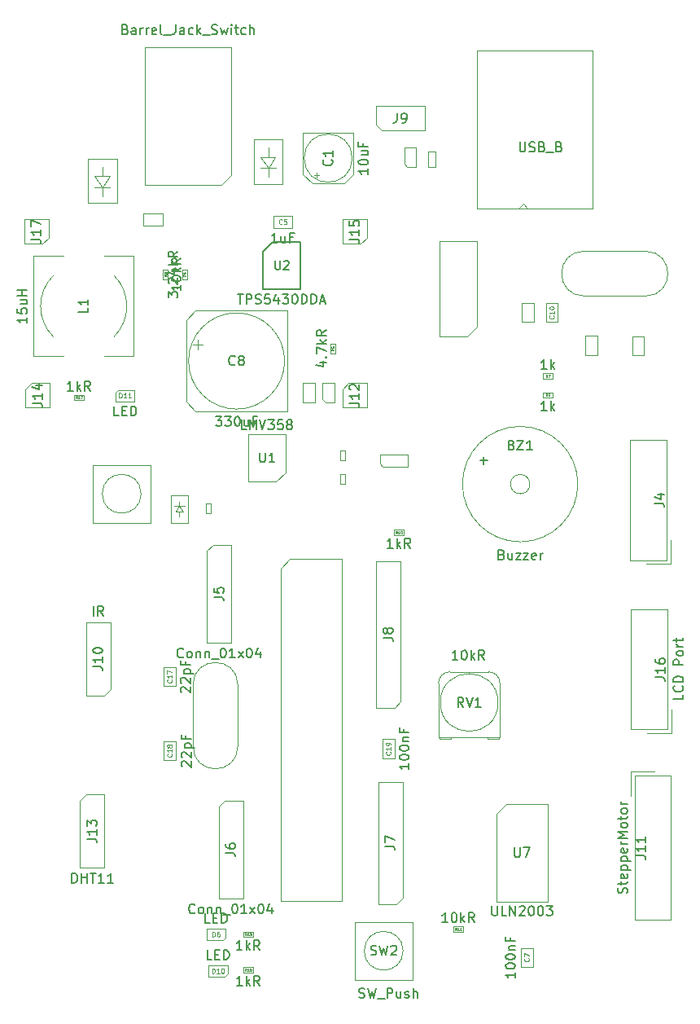
<source format=gbr>
%TF.GenerationSoftware,KiCad,Pcbnew,9.0.2*%
%TF.CreationDate,2025-09-25T10:29:51+05:30*%
%TF.ProjectId,UNO STEMc3.1,554e4f20-5354-4454-9d63-332e312e6b69,rev?*%
%TF.SameCoordinates,Original*%
%TF.FileFunction,AssemblyDrawing,Top*%
%FSLAX46Y46*%
G04 Gerber Fmt 4.6, Leading zero omitted, Abs format (unit mm)*
G04 Created by KiCad (PCBNEW 9.0.2) date 2025-09-25 10:29:51*
%MOMM*%
%LPD*%
G01*
G04 APERTURE LIST*
%ADD10C,0.150000*%
%ADD11C,0.040000*%
%ADD12C,0.080000*%
%ADD13C,0.135000*%
%ADD14C,0.100000*%
G04 APERTURE END LIST*
D10*
X98884819Y-92191428D02*
X98884819Y-92762856D01*
X98884819Y-92477142D02*
X97884819Y-92477142D01*
X97884819Y-92477142D02*
X98027676Y-92572380D01*
X98027676Y-92572380D02*
X98122914Y-92667618D01*
X98122914Y-92667618D02*
X98170533Y-92762856D01*
X97884819Y-91572380D02*
X97884819Y-91477142D01*
X97884819Y-91477142D02*
X97932438Y-91381904D01*
X97932438Y-91381904D02*
X97980057Y-91334285D01*
X97980057Y-91334285D02*
X98075295Y-91286666D01*
X98075295Y-91286666D02*
X98265771Y-91239047D01*
X98265771Y-91239047D02*
X98503866Y-91239047D01*
X98503866Y-91239047D02*
X98694342Y-91286666D01*
X98694342Y-91286666D02*
X98789580Y-91334285D01*
X98789580Y-91334285D02*
X98837200Y-91381904D01*
X98837200Y-91381904D02*
X98884819Y-91477142D01*
X98884819Y-91477142D02*
X98884819Y-91572380D01*
X98884819Y-91572380D02*
X98837200Y-91667618D01*
X98837200Y-91667618D02*
X98789580Y-91715237D01*
X98789580Y-91715237D02*
X98694342Y-91762856D01*
X98694342Y-91762856D02*
X98503866Y-91810475D01*
X98503866Y-91810475D02*
X98265771Y-91810475D01*
X98265771Y-91810475D02*
X98075295Y-91762856D01*
X98075295Y-91762856D02*
X97980057Y-91715237D01*
X97980057Y-91715237D02*
X97932438Y-91667618D01*
X97932438Y-91667618D02*
X97884819Y-91572380D01*
X98218152Y-90381904D02*
X98884819Y-90381904D01*
X98218152Y-90810475D02*
X98741961Y-90810475D01*
X98741961Y-90810475D02*
X98837200Y-90762856D01*
X98837200Y-90762856D02*
X98884819Y-90667618D01*
X98884819Y-90667618D02*
X98884819Y-90524761D01*
X98884819Y-90524761D02*
X98837200Y-90429523D01*
X98837200Y-90429523D02*
X98789580Y-90381904D01*
X98361009Y-89572380D02*
X98361009Y-89905713D01*
X98884819Y-89905713D02*
X97884819Y-89905713D01*
X97884819Y-89905713D02*
X97884819Y-89429523D01*
X95089580Y-91286666D02*
X95137200Y-91334285D01*
X95137200Y-91334285D02*
X95184819Y-91477142D01*
X95184819Y-91477142D02*
X95184819Y-91572380D01*
X95184819Y-91572380D02*
X95137200Y-91715237D01*
X95137200Y-91715237D02*
X95041961Y-91810475D01*
X95041961Y-91810475D02*
X94946723Y-91858094D01*
X94946723Y-91858094D02*
X94756247Y-91905713D01*
X94756247Y-91905713D02*
X94613390Y-91905713D01*
X94613390Y-91905713D02*
X94422914Y-91858094D01*
X94422914Y-91858094D02*
X94327676Y-91810475D01*
X94327676Y-91810475D02*
X94232438Y-91715237D01*
X94232438Y-91715237D02*
X94184819Y-91572380D01*
X94184819Y-91572380D02*
X94184819Y-91477142D01*
X94184819Y-91477142D02*
X94232438Y-91334285D01*
X94232438Y-91334285D02*
X94280057Y-91286666D01*
X95184819Y-90334285D02*
X95184819Y-90905713D01*
X95184819Y-90619999D02*
X94184819Y-90619999D01*
X94184819Y-90619999D02*
X94327676Y-90715237D01*
X94327676Y-90715237D02*
X94422914Y-90810475D01*
X94422914Y-90810475D02*
X94470533Y-90905713D01*
X93848152Y-112338571D02*
X94514819Y-112338571D01*
X93467200Y-112576666D02*
X94181485Y-112814761D01*
X94181485Y-112814761D02*
X94181485Y-112195714D01*
X94419580Y-111814761D02*
X94467200Y-111767142D01*
X94467200Y-111767142D02*
X94514819Y-111814761D01*
X94514819Y-111814761D02*
X94467200Y-111862380D01*
X94467200Y-111862380D02*
X94419580Y-111814761D01*
X94419580Y-111814761D02*
X94514819Y-111814761D01*
X93514819Y-111433809D02*
X93514819Y-110767143D01*
X93514819Y-110767143D02*
X94514819Y-111195714D01*
X94514819Y-110386190D02*
X93514819Y-110386190D01*
X94133866Y-110290952D02*
X94514819Y-110005238D01*
X93848152Y-110005238D02*
X94229104Y-110386190D01*
X94514819Y-109005238D02*
X94038628Y-109338571D01*
X94514819Y-109576666D02*
X93514819Y-109576666D01*
X93514819Y-109576666D02*
X93514819Y-109195714D01*
X93514819Y-109195714D02*
X93562438Y-109100476D01*
X93562438Y-109100476D02*
X93610057Y-109052857D01*
X93610057Y-109052857D02*
X93705295Y-109005238D01*
X93705295Y-109005238D02*
X93848152Y-109005238D01*
X93848152Y-109005238D02*
X93943390Y-109052857D01*
X93943390Y-109052857D02*
X93991009Y-109100476D01*
X93991009Y-109100476D02*
X94038628Y-109195714D01*
X94038628Y-109195714D02*
X94038628Y-109576666D01*
D11*
X95348200Y-110953332D02*
X95224391Y-111039999D01*
X95348200Y-111101904D02*
X95088200Y-111101904D01*
X95088200Y-111101904D02*
X95088200Y-111002856D01*
X95088200Y-111002856D02*
X95100581Y-110978094D01*
X95100581Y-110978094D02*
X95112962Y-110965713D01*
X95112962Y-110965713D02*
X95137724Y-110953332D01*
X95137724Y-110953332D02*
X95174867Y-110953332D01*
X95174867Y-110953332D02*
X95199629Y-110965713D01*
X95199629Y-110965713D02*
X95212010Y-110978094D01*
X95212010Y-110978094D02*
X95224391Y-111002856D01*
X95224391Y-111002856D02*
X95224391Y-111101904D01*
X95088200Y-110718094D02*
X95088200Y-110841904D01*
X95088200Y-110841904D02*
X95212010Y-110854285D01*
X95212010Y-110854285D02*
X95199629Y-110841904D01*
X95199629Y-110841904D02*
X95187248Y-110817142D01*
X95187248Y-110817142D02*
X95187248Y-110755237D01*
X95187248Y-110755237D02*
X95199629Y-110730475D01*
X95199629Y-110730475D02*
X95212010Y-110718094D01*
X95212010Y-110718094D02*
X95236772Y-110705713D01*
X95236772Y-110705713D02*
X95298677Y-110705713D01*
X95298677Y-110705713D02*
X95323439Y-110718094D01*
X95323439Y-110718094D02*
X95335820Y-110730475D01*
X95335820Y-110730475D02*
X95348200Y-110755237D01*
X95348200Y-110755237D02*
X95348200Y-110817142D01*
X95348200Y-110817142D02*
X95335820Y-110841904D01*
X95335820Y-110841904D02*
X95323439Y-110854285D01*
D10*
X128686933Y-126983333D02*
X129401218Y-126983333D01*
X129401218Y-126983333D02*
X129544075Y-127030952D01*
X129544075Y-127030952D02*
X129639314Y-127126190D01*
X129639314Y-127126190D02*
X129686933Y-127269047D01*
X129686933Y-127269047D02*
X129686933Y-127364285D01*
X129020266Y-126078571D02*
X129686933Y-126078571D01*
X128639314Y-126316666D02*
X129353599Y-126554761D01*
X129353599Y-126554761D02*
X129353599Y-125935714D01*
X80861904Y-169539580D02*
X80814285Y-169587200D01*
X80814285Y-169587200D02*
X80671428Y-169634819D01*
X80671428Y-169634819D02*
X80576190Y-169634819D01*
X80576190Y-169634819D02*
X80433333Y-169587200D01*
X80433333Y-169587200D02*
X80338095Y-169491961D01*
X80338095Y-169491961D02*
X80290476Y-169396723D01*
X80290476Y-169396723D02*
X80242857Y-169206247D01*
X80242857Y-169206247D02*
X80242857Y-169063390D01*
X80242857Y-169063390D02*
X80290476Y-168872914D01*
X80290476Y-168872914D02*
X80338095Y-168777676D01*
X80338095Y-168777676D02*
X80433333Y-168682438D01*
X80433333Y-168682438D02*
X80576190Y-168634819D01*
X80576190Y-168634819D02*
X80671428Y-168634819D01*
X80671428Y-168634819D02*
X80814285Y-168682438D01*
X80814285Y-168682438D02*
X80861904Y-168730057D01*
X81433333Y-169634819D02*
X81338095Y-169587200D01*
X81338095Y-169587200D02*
X81290476Y-169539580D01*
X81290476Y-169539580D02*
X81242857Y-169444342D01*
X81242857Y-169444342D02*
X81242857Y-169158628D01*
X81242857Y-169158628D02*
X81290476Y-169063390D01*
X81290476Y-169063390D02*
X81338095Y-169015771D01*
X81338095Y-169015771D02*
X81433333Y-168968152D01*
X81433333Y-168968152D02*
X81576190Y-168968152D01*
X81576190Y-168968152D02*
X81671428Y-169015771D01*
X81671428Y-169015771D02*
X81719047Y-169063390D01*
X81719047Y-169063390D02*
X81766666Y-169158628D01*
X81766666Y-169158628D02*
X81766666Y-169444342D01*
X81766666Y-169444342D02*
X81719047Y-169539580D01*
X81719047Y-169539580D02*
X81671428Y-169587200D01*
X81671428Y-169587200D02*
X81576190Y-169634819D01*
X81576190Y-169634819D02*
X81433333Y-169634819D01*
X82195238Y-168968152D02*
X82195238Y-169634819D01*
X82195238Y-169063390D02*
X82242857Y-169015771D01*
X82242857Y-169015771D02*
X82338095Y-168968152D01*
X82338095Y-168968152D02*
X82480952Y-168968152D01*
X82480952Y-168968152D02*
X82576190Y-169015771D01*
X82576190Y-169015771D02*
X82623809Y-169111009D01*
X82623809Y-169111009D02*
X82623809Y-169634819D01*
X83100000Y-168968152D02*
X83100000Y-169634819D01*
X83100000Y-169063390D02*
X83147619Y-169015771D01*
X83147619Y-169015771D02*
X83242857Y-168968152D01*
X83242857Y-168968152D02*
X83385714Y-168968152D01*
X83385714Y-168968152D02*
X83480952Y-169015771D01*
X83480952Y-169015771D02*
X83528571Y-169111009D01*
X83528571Y-169111009D02*
X83528571Y-169634819D01*
X83766667Y-169730057D02*
X84528571Y-169730057D01*
X84957143Y-168634819D02*
X85052381Y-168634819D01*
X85052381Y-168634819D02*
X85147619Y-168682438D01*
X85147619Y-168682438D02*
X85195238Y-168730057D01*
X85195238Y-168730057D02*
X85242857Y-168825295D01*
X85242857Y-168825295D02*
X85290476Y-169015771D01*
X85290476Y-169015771D02*
X85290476Y-169253866D01*
X85290476Y-169253866D02*
X85242857Y-169444342D01*
X85242857Y-169444342D02*
X85195238Y-169539580D01*
X85195238Y-169539580D02*
X85147619Y-169587200D01*
X85147619Y-169587200D02*
X85052381Y-169634819D01*
X85052381Y-169634819D02*
X84957143Y-169634819D01*
X84957143Y-169634819D02*
X84861905Y-169587200D01*
X84861905Y-169587200D02*
X84814286Y-169539580D01*
X84814286Y-169539580D02*
X84766667Y-169444342D01*
X84766667Y-169444342D02*
X84719048Y-169253866D01*
X84719048Y-169253866D02*
X84719048Y-169015771D01*
X84719048Y-169015771D02*
X84766667Y-168825295D01*
X84766667Y-168825295D02*
X84814286Y-168730057D01*
X84814286Y-168730057D02*
X84861905Y-168682438D01*
X84861905Y-168682438D02*
X84957143Y-168634819D01*
X86242857Y-169634819D02*
X85671429Y-169634819D01*
X85957143Y-169634819D02*
X85957143Y-168634819D01*
X85957143Y-168634819D02*
X85861905Y-168777676D01*
X85861905Y-168777676D02*
X85766667Y-168872914D01*
X85766667Y-168872914D02*
X85671429Y-168920533D01*
X86576191Y-169634819D02*
X87100000Y-168968152D01*
X86576191Y-168968152D02*
X87100000Y-169634819D01*
X87671429Y-168634819D02*
X87766667Y-168634819D01*
X87766667Y-168634819D02*
X87861905Y-168682438D01*
X87861905Y-168682438D02*
X87909524Y-168730057D01*
X87909524Y-168730057D02*
X87957143Y-168825295D01*
X87957143Y-168825295D02*
X88004762Y-169015771D01*
X88004762Y-169015771D02*
X88004762Y-169253866D01*
X88004762Y-169253866D02*
X87957143Y-169444342D01*
X87957143Y-169444342D02*
X87909524Y-169539580D01*
X87909524Y-169539580D02*
X87861905Y-169587200D01*
X87861905Y-169587200D02*
X87766667Y-169634819D01*
X87766667Y-169634819D02*
X87671429Y-169634819D01*
X87671429Y-169634819D02*
X87576191Y-169587200D01*
X87576191Y-169587200D02*
X87528572Y-169539580D01*
X87528572Y-169539580D02*
X87480953Y-169444342D01*
X87480953Y-169444342D02*
X87433334Y-169253866D01*
X87433334Y-169253866D02*
X87433334Y-169015771D01*
X87433334Y-169015771D02*
X87480953Y-168825295D01*
X87480953Y-168825295D02*
X87528572Y-168730057D01*
X87528572Y-168730057D02*
X87576191Y-168682438D01*
X87576191Y-168682438D02*
X87671429Y-168634819D01*
X88861905Y-168968152D02*
X88861905Y-169634819D01*
X88623810Y-168587200D02*
X88385715Y-169301485D01*
X88385715Y-169301485D02*
X89004762Y-169301485D01*
X84054819Y-163323333D02*
X84769104Y-163323333D01*
X84769104Y-163323333D02*
X84911961Y-163370952D01*
X84911961Y-163370952D02*
X85007200Y-163466190D01*
X85007200Y-163466190D02*
X85054819Y-163609047D01*
X85054819Y-163609047D02*
X85054819Y-163704285D01*
X84054819Y-162418571D02*
X84054819Y-162609047D01*
X84054819Y-162609047D02*
X84102438Y-162704285D01*
X84102438Y-162704285D02*
X84150057Y-162751904D01*
X84150057Y-162751904D02*
X84292914Y-162847142D01*
X84292914Y-162847142D02*
X84483390Y-162894761D01*
X84483390Y-162894761D02*
X84864342Y-162894761D01*
X84864342Y-162894761D02*
X84959580Y-162847142D01*
X84959580Y-162847142D02*
X85007200Y-162799523D01*
X85007200Y-162799523D02*
X85054819Y-162704285D01*
X85054819Y-162704285D02*
X85054819Y-162513809D01*
X85054819Y-162513809D02*
X85007200Y-162418571D01*
X85007200Y-162418571D02*
X84959580Y-162370952D01*
X84959580Y-162370952D02*
X84864342Y-162323333D01*
X84864342Y-162323333D02*
X84626247Y-162323333D01*
X84626247Y-162323333D02*
X84531009Y-162370952D01*
X84531009Y-162370952D02*
X84483390Y-162418571D01*
X84483390Y-162418571D02*
X84435771Y-162513809D01*
X84435771Y-162513809D02*
X84435771Y-162704285D01*
X84435771Y-162704285D02*
X84483390Y-162799523D01*
X84483390Y-162799523D02*
X84531009Y-162847142D01*
X84531009Y-162847142D02*
X84626247Y-162894761D01*
X107164761Y-170534819D02*
X106593333Y-170534819D01*
X106879047Y-170534819D02*
X106879047Y-169534819D01*
X106879047Y-169534819D02*
X106783809Y-169677676D01*
X106783809Y-169677676D02*
X106688571Y-169772914D01*
X106688571Y-169772914D02*
X106593333Y-169820533D01*
X107783809Y-169534819D02*
X107879047Y-169534819D01*
X107879047Y-169534819D02*
X107974285Y-169582438D01*
X107974285Y-169582438D02*
X108021904Y-169630057D01*
X108021904Y-169630057D02*
X108069523Y-169725295D01*
X108069523Y-169725295D02*
X108117142Y-169915771D01*
X108117142Y-169915771D02*
X108117142Y-170153866D01*
X108117142Y-170153866D02*
X108069523Y-170344342D01*
X108069523Y-170344342D02*
X108021904Y-170439580D01*
X108021904Y-170439580D02*
X107974285Y-170487200D01*
X107974285Y-170487200D02*
X107879047Y-170534819D01*
X107879047Y-170534819D02*
X107783809Y-170534819D01*
X107783809Y-170534819D02*
X107688571Y-170487200D01*
X107688571Y-170487200D02*
X107640952Y-170439580D01*
X107640952Y-170439580D02*
X107593333Y-170344342D01*
X107593333Y-170344342D02*
X107545714Y-170153866D01*
X107545714Y-170153866D02*
X107545714Y-169915771D01*
X107545714Y-169915771D02*
X107593333Y-169725295D01*
X107593333Y-169725295D02*
X107640952Y-169630057D01*
X107640952Y-169630057D02*
X107688571Y-169582438D01*
X107688571Y-169582438D02*
X107783809Y-169534819D01*
X108545714Y-170534819D02*
X108545714Y-169534819D01*
X108640952Y-170153866D02*
X108926666Y-170534819D01*
X108926666Y-169868152D02*
X108545714Y-170249104D01*
X109926666Y-170534819D02*
X109593333Y-170058628D01*
X109355238Y-170534819D02*
X109355238Y-169534819D01*
X109355238Y-169534819D02*
X109736190Y-169534819D01*
X109736190Y-169534819D02*
X109831428Y-169582438D01*
X109831428Y-169582438D02*
X109879047Y-169630057D01*
X109879047Y-169630057D02*
X109926666Y-169725295D01*
X109926666Y-169725295D02*
X109926666Y-169868152D01*
X109926666Y-169868152D02*
X109879047Y-169963390D01*
X109879047Y-169963390D02*
X109831428Y-170011009D01*
X109831428Y-170011009D02*
X109736190Y-170058628D01*
X109736190Y-170058628D02*
X109355238Y-170058628D01*
D11*
X108092857Y-171368200D02*
X108006190Y-171244391D01*
X107944285Y-171368200D02*
X107944285Y-171108200D01*
X107944285Y-171108200D02*
X108043333Y-171108200D01*
X108043333Y-171108200D02*
X108068095Y-171120581D01*
X108068095Y-171120581D02*
X108080476Y-171132962D01*
X108080476Y-171132962D02*
X108092857Y-171157724D01*
X108092857Y-171157724D02*
X108092857Y-171194867D01*
X108092857Y-171194867D02*
X108080476Y-171219629D01*
X108080476Y-171219629D02*
X108068095Y-171232010D01*
X108068095Y-171232010D02*
X108043333Y-171244391D01*
X108043333Y-171244391D02*
X107944285Y-171244391D01*
X108340476Y-171368200D02*
X108191904Y-171368200D01*
X108266190Y-171368200D02*
X108266190Y-171108200D01*
X108266190Y-171108200D02*
X108241428Y-171145343D01*
X108241428Y-171145343D02*
X108216666Y-171170105D01*
X108216666Y-171170105D02*
X108191904Y-171182486D01*
X108588095Y-171368200D02*
X108439523Y-171368200D01*
X108513809Y-171368200D02*
X108513809Y-171108200D01*
X108513809Y-171108200D02*
X108489047Y-171145343D01*
X108489047Y-171145343D02*
X108464285Y-171170105D01*
X108464285Y-171170105D02*
X108439523Y-171182486D01*
D10*
X68180952Y-115284819D02*
X67609524Y-115284819D01*
X67895238Y-115284819D02*
X67895238Y-114284819D01*
X67895238Y-114284819D02*
X67800000Y-114427676D01*
X67800000Y-114427676D02*
X67704762Y-114522914D01*
X67704762Y-114522914D02*
X67609524Y-114570533D01*
X68609524Y-115284819D02*
X68609524Y-114284819D01*
X68704762Y-114903866D02*
X68990476Y-115284819D01*
X68990476Y-114618152D02*
X68609524Y-114999104D01*
X69990476Y-115284819D02*
X69657143Y-114808628D01*
X69419048Y-115284819D02*
X69419048Y-114284819D01*
X69419048Y-114284819D02*
X69800000Y-114284819D01*
X69800000Y-114284819D02*
X69895238Y-114332438D01*
X69895238Y-114332438D02*
X69942857Y-114380057D01*
X69942857Y-114380057D02*
X69990476Y-114475295D01*
X69990476Y-114475295D02*
X69990476Y-114618152D01*
X69990476Y-114618152D02*
X69942857Y-114713390D01*
X69942857Y-114713390D02*
X69895238Y-114761009D01*
X69895238Y-114761009D02*
X69800000Y-114808628D01*
X69800000Y-114808628D02*
X69419048Y-114808628D01*
D11*
X68632857Y-116118200D02*
X68546190Y-115994391D01*
X68484285Y-116118200D02*
X68484285Y-115858200D01*
X68484285Y-115858200D02*
X68583333Y-115858200D01*
X68583333Y-115858200D02*
X68608095Y-115870581D01*
X68608095Y-115870581D02*
X68620476Y-115882962D01*
X68620476Y-115882962D02*
X68632857Y-115907724D01*
X68632857Y-115907724D02*
X68632857Y-115944867D01*
X68632857Y-115944867D02*
X68620476Y-115969629D01*
X68620476Y-115969629D02*
X68608095Y-115982010D01*
X68608095Y-115982010D02*
X68583333Y-115994391D01*
X68583333Y-115994391D02*
X68484285Y-115994391D01*
X68880476Y-116118200D02*
X68731904Y-116118200D01*
X68806190Y-116118200D02*
X68806190Y-115858200D01*
X68806190Y-115858200D02*
X68781428Y-115895343D01*
X68781428Y-115895343D02*
X68756666Y-115920105D01*
X68756666Y-115920105D02*
X68731904Y-115932486D01*
X68967142Y-115858200D02*
X69140476Y-115858200D01*
X69140476Y-115858200D02*
X69029047Y-116118200D01*
D10*
X79480057Y-146642856D02*
X79432438Y-146595237D01*
X79432438Y-146595237D02*
X79384819Y-146499999D01*
X79384819Y-146499999D02*
X79384819Y-146261904D01*
X79384819Y-146261904D02*
X79432438Y-146166666D01*
X79432438Y-146166666D02*
X79480057Y-146119047D01*
X79480057Y-146119047D02*
X79575295Y-146071428D01*
X79575295Y-146071428D02*
X79670533Y-146071428D01*
X79670533Y-146071428D02*
X79813390Y-146119047D01*
X79813390Y-146119047D02*
X80384819Y-146690475D01*
X80384819Y-146690475D02*
X80384819Y-146071428D01*
X79480057Y-145690475D02*
X79432438Y-145642856D01*
X79432438Y-145642856D02*
X79384819Y-145547618D01*
X79384819Y-145547618D02*
X79384819Y-145309523D01*
X79384819Y-145309523D02*
X79432438Y-145214285D01*
X79432438Y-145214285D02*
X79480057Y-145166666D01*
X79480057Y-145166666D02*
X79575295Y-145119047D01*
X79575295Y-145119047D02*
X79670533Y-145119047D01*
X79670533Y-145119047D02*
X79813390Y-145166666D01*
X79813390Y-145166666D02*
X80384819Y-145738094D01*
X80384819Y-145738094D02*
X80384819Y-145119047D01*
X79718152Y-144690475D02*
X80718152Y-144690475D01*
X79765771Y-144690475D02*
X79718152Y-144595237D01*
X79718152Y-144595237D02*
X79718152Y-144404761D01*
X79718152Y-144404761D02*
X79765771Y-144309523D01*
X79765771Y-144309523D02*
X79813390Y-144261904D01*
X79813390Y-144261904D02*
X79908628Y-144214285D01*
X79908628Y-144214285D02*
X80194342Y-144214285D01*
X80194342Y-144214285D02*
X80289580Y-144261904D01*
X80289580Y-144261904D02*
X80337200Y-144309523D01*
X80337200Y-144309523D02*
X80384819Y-144404761D01*
X80384819Y-144404761D02*
X80384819Y-144595237D01*
X80384819Y-144595237D02*
X80337200Y-144690475D01*
X79861009Y-143452380D02*
X79861009Y-143785713D01*
X80384819Y-143785713D02*
X79384819Y-143785713D01*
X79384819Y-143785713D02*
X79384819Y-143309523D01*
D12*
X78429530Y-145321428D02*
X78453340Y-145345237D01*
X78453340Y-145345237D02*
X78477149Y-145416666D01*
X78477149Y-145416666D02*
X78477149Y-145464285D01*
X78477149Y-145464285D02*
X78453340Y-145535713D01*
X78453340Y-145535713D02*
X78405720Y-145583332D01*
X78405720Y-145583332D02*
X78358101Y-145607142D01*
X78358101Y-145607142D02*
X78262863Y-145630951D01*
X78262863Y-145630951D02*
X78191435Y-145630951D01*
X78191435Y-145630951D02*
X78096197Y-145607142D01*
X78096197Y-145607142D02*
X78048578Y-145583332D01*
X78048578Y-145583332D02*
X78000959Y-145535713D01*
X78000959Y-145535713D02*
X77977149Y-145464285D01*
X77977149Y-145464285D02*
X77977149Y-145416666D01*
X77977149Y-145416666D02*
X78000959Y-145345237D01*
X78000959Y-145345237D02*
X78024768Y-145321428D01*
X78477149Y-144845237D02*
X78477149Y-145130951D01*
X78477149Y-144988094D02*
X77977149Y-144988094D01*
X77977149Y-144988094D02*
X78048578Y-145035713D01*
X78048578Y-145035713D02*
X78096197Y-145083332D01*
X78096197Y-145083332D02*
X78120006Y-145130951D01*
X77977149Y-144678571D02*
X77977149Y-144345238D01*
X77977149Y-144345238D02*
X78477149Y-144559523D01*
D10*
X63404819Y-107666666D02*
X63404819Y-108238094D01*
X63404819Y-107952380D02*
X62404819Y-107952380D01*
X62404819Y-107952380D02*
X62547676Y-108047618D01*
X62547676Y-108047618D02*
X62642914Y-108142856D01*
X62642914Y-108142856D02*
X62690533Y-108238094D01*
X62404819Y-106761904D02*
X62404819Y-107238094D01*
X62404819Y-107238094D02*
X62881009Y-107285713D01*
X62881009Y-107285713D02*
X62833390Y-107238094D01*
X62833390Y-107238094D02*
X62785771Y-107142856D01*
X62785771Y-107142856D02*
X62785771Y-106904761D01*
X62785771Y-106904761D02*
X62833390Y-106809523D01*
X62833390Y-106809523D02*
X62881009Y-106761904D01*
X62881009Y-106761904D02*
X62976247Y-106714285D01*
X62976247Y-106714285D02*
X63214342Y-106714285D01*
X63214342Y-106714285D02*
X63309580Y-106761904D01*
X63309580Y-106761904D02*
X63357200Y-106809523D01*
X63357200Y-106809523D02*
X63404819Y-106904761D01*
X63404819Y-106904761D02*
X63404819Y-107142856D01*
X63404819Y-107142856D02*
X63357200Y-107238094D01*
X63357200Y-107238094D02*
X63309580Y-107285713D01*
X62738152Y-105857142D02*
X63404819Y-105857142D01*
X62738152Y-106285713D02*
X63261961Y-106285713D01*
X63261961Y-106285713D02*
X63357200Y-106238094D01*
X63357200Y-106238094D02*
X63404819Y-106142856D01*
X63404819Y-106142856D02*
X63404819Y-105999999D01*
X63404819Y-105999999D02*
X63357200Y-105904761D01*
X63357200Y-105904761D02*
X63309580Y-105857142D01*
X63404819Y-105380951D02*
X62404819Y-105380951D01*
X62881009Y-105380951D02*
X62881009Y-104809523D01*
X63404819Y-104809523D02*
X62404819Y-104809523D01*
X69754819Y-106666666D02*
X69754819Y-107142856D01*
X69754819Y-107142856D02*
X68754819Y-107142856D01*
X69754819Y-105809523D02*
X69754819Y-106380951D01*
X69754819Y-106095237D02*
X68754819Y-106095237D01*
X68754819Y-106095237D02*
X68897676Y-106190475D01*
X68897676Y-106190475D02*
X68992914Y-106285713D01*
X68992914Y-106285713D02*
X69040533Y-106380951D01*
X72957142Y-117904819D02*
X72480952Y-117904819D01*
X72480952Y-117904819D02*
X72480952Y-116904819D01*
X73290476Y-117381009D02*
X73623809Y-117381009D01*
X73766666Y-117904819D02*
X73290476Y-117904819D01*
X73290476Y-117904819D02*
X73290476Y-116904819D01*
X73290476Y-116904819D02*
X73766666Y-116904819D01*
X74195238Y-117904819D02*
X74195238Y-116904819D01*
X74195238Y-116904819D02*
X74433333Y-116904819D01*
X74433333Y-116904819D02*
X74576190Y-116952438D01*
X74576190Y-116952438D02*
X74671428Y-117047676D01*
X74671428Y-117047676D02*
X74719047Y-117142914D01*
X74719047Y-117142914D02*
X74766666Y-117333390D01*
X74766666Y-117333390D02*
X74766666Y-117476247D01*
X74766666Y-117476247D02*
X74719047Y-117666723D01*
X74719047Y-117666723D02*
X74671428Y-117761961D01*
X74671428Y-117761961D02*
X74576190Y-117857200D01*
X74576190Y-117857200D02*
X74433333Y-117904819D01*
X74433333Y-117904819D02*
X74195238Y-117904819D01*
D12*
X72992857Y-116027149D02*
X72992857Y-115527149D01*
X72992857Y-115527149D02*
X73111905Y-115527149D01*
X73111905Y-115527149D02*
X73183333Y-115550959D01*
X73183333Y-115550959D02*
X73230952Y-115598578D01*
X73230952Y-115598578D02*
X73254762Y-115646197D01*
X73254762Y-115646197D02*
X73278571Y-115741435D01*
X73278571Y-115741435D02*
X73278571Y-115812863D01*
X73278571Y-115812863D02*
X73254762Y-115908101D01*
X73254762Y-115908101D02*
X73230952Y-115955720D01*
X73230952Y-115955720D02*
X73183333Y-116003340D01*
X73183333Y-116003340D02*
X73111905Y-116027149D01*
X73111905Y-116027149D02*
X72992857Y-116027149D01*
X73754762Y-116027149D02*
X73469048Y-116027149D01*
X73611905Y-116027149D02*
X73611905Y-115527149D01*
X73611905Y-115527149D02*
X73564286Y-115598578D01*
X73564286Y-115598578D02*
X73516667Y-115646197D01*
X73516667Y-115646197D02*
X73469048Y-115670006D01*
X74230952Y-116027149D02*
X73945238Y-116027149D01*
X74088095Y-116027149D02*
X74088095Y-115527149D01*
X74088095Y-115527149D02*
X74040476Y-115598578D01*
X74040476Y-115598578D02*
X73992857Y-115646197D01*
X73992857Y-115646197D02*
X73945238Y-115670006D01*
D10*
X79424819Y-104295238D02*
X79424819Y-104866666D01*
X79424819Y-104580952D02*
X78424819Y-104580952D01*
X78424819Y-104580952D02*
X78567676Y-104676190D01*
X78567676Y-104676190D02*
X78662914Y-104771428D01*
X78662914Y-104771428D02*
X78710533Y-104866666D01*
X78424819Y-103676190D02*
X78424819Y-103580952D01*
X78424819Y-103580952D02*
X78472438Y-103485714D01*
X78472438Y-103485714D02*
X78520057Y-103438095D01*
X78520057Y-103438095D02*
X78615295Y-103390476D01*
X78615295Y-103390476D02*
X78805771Y-103342857D01*
X78805771Y-103342857D02*
X79043866Y-103342857D01*
X79043866Y-103342857D02*
X79234342Y-103390476D01*
X79234342Y-103390476D02*
X79329580Y-103438095D01*
X79329580Y-103438095D02*
X79377200Y-103485714D01*
X79377200Y-103485714D02*
X79424819Y-103580952D01*
X79424819Y-103580952D02*
X79424819Y-103676190D01*
X79424819Y-103676190D02*
X79377200Y-103771428D01*
X79377200Y-103771428D02*
X79329580Y-103819047D01*
X79329580Y-103819047D02*
X79234342Y-103866666D01*
X79234342Y-103866666D02*
X79043866Y-103914285D01*
X79043866Y-103914285D02*
X78805771Y-103914285D01*
X78805771Y-103914285D02*
X78615295Y-103866666D01*
X78615295Y-103866666D02*
X78520057Y-103819047D01*
X78520057Y-103819047D02*
X78472438Y-103771428D01*
X78472438Y-103771428D02*
X78424819Y-103676190D01*
X79424819Y-102914285D02*
X78424819Y-102914285D01*
X79043866Y-102819047D02*
X79424819Y-102533333D01*
X78758152Y-102533333D02*
X79139104Y-102914285D01*
X79424819Y-101533333D02*
X78948628Y-101866666D01*
X79424819Y-102104761D02*
X78424819Y-102104761D01*
X78424819Y-102104761D02*
X78424819Y-101723809D01*
X78424819Y-101723809D02*
X78472438Y-101628571D01*
X78472438Y-101628571D02*
X78520057Y-101580952D01*
X78520057Y-101580952D02*
X78615295Y-101533333D01*
X78615295Y-101533333D02*
X78758152Y-101533333D01*
X78758152Y-101533333D02*
X78853390Y-101580952D01*
X78853390Y-101580952D02*
X78901009Y-101628571D01*
X78901009Y-101628571D02*
X78948628Y-101723809D01*
X78948628Y-101723809D02*
X78948628Y-102104761D01*
D11*
X77918200Y-103243332D02*
X77794391Y-103329999D01*
X77918200Y-103391904D02*
X77658200Y-103391904D01*
X77658200Y-103391904D02*
X77658200Y-103292856D01*
X77658200Y-103292856D02*
X77670581Y-103268094D01*
X77670581Y-103268094D02*
X77682962Y-103255713D01*
X77682962Y-103255713D02*
X77707724Y-103243332D01*
X77707724Y-103243332D02*
X77744867Y-103243332D01*
X77744867Y-103243332D02*
X77769629Y-103255713D01*
X77769629Y-103255713D02*
X77782010Y-103268094D01*
X77782010Y-103268094D02*
X77794391Y-103292856D01*
X77794391Y-103292856D02*
X77794391Y-103391904D01*
X77658200Y-103156666D02*
X77658200Y-102995713D01*
X77658200Y-102995713D02*
X77757248Y-103082380D01*
X77757248Y-103082380D02*
X77757248Y-103045237D01*
X77757248Y-103045237D02*
X77769629Y-103020475D01*
X77769629Y-103020475D02*
X77782010Y-103008094D01*
X77782010Y-103008094D02*
X77806772Y-102995713D01*
X77806772Y-102995713D02*
X77868677Y-102995713D01*
X77868677Y-102995713D02*
X77893439Y-103008094D01*
X77893439Y-103008094D02*
X77905820Y-103020475D01*
X77905820Y-103020475D02*
X77918200Y-103045237D01*
X77918200Y-103045237D02*
X77918200Y-103119523D01*
X77918200Y-103119523D02*
X77905820Y-103144285D01*
X77905820Y-103144285D02*
X77893439Y-103156666D01*
D10*
X79550057Y-154355356D02*
X79502438Y-154307737D01*
X79502438Y-154307737D02*
X79454819Y-154212499D01*
X79454819Y-154212499D02*
X79454819Y-153974404D01*
X79454819Y-153974404D02*
X79502438Y-153879166D01*
X79502438Y-153879166D02*
X79550057Y-153831547D01*
X79550057Y-153831547D02*
X79645295Y-153783928D01*
X79645295Y-153783928D02*
X79740533Y-153783928D01*
X79740533Y-153783928D02*
X79883390Y-153831547D01*
X79883390Y-153831547D02*
X80454819Y-154402975D01*
X80454819Y-154402975D02*
X80454819Y-153783928D01*
X79550057Y-153402975D02*
X79502438Y-153355356D01*
X79502438Y-153355356D02*
X79454819Y-153260118D01*
X79454819Y-153260118D02*
X79454819Y-153022023D01*
X79454819Y-153022023D02*
X79502438Y-152926785D01*
X79502438Y-152926785D02*
X79550057Y-152879166D01*
X79550057Y-152879166D02*
X79645295Y-152831547D01*
X79645295Y-152831547D02*
X79740533Y-152831547D01*
X79740533Y-152831547D02*
X79883390Y-152879166D01*
X79883390Y-152879166D02*
X80454819Y-153450594D01*
X80454819Y-153450594D02*
X80454819Y-152831547D01*
X79788152Y-152402975D02*
X80788152Y-152402975D01*
X79835771Y-152402975D02*
X79788152Y-152307737D01*
X79788152Y-152307737D02*
X79788152Y-152117261D01*
X79788152Y-152117261D02*
X79835771Y-152022023D01*
X79835771Y-152022023D02*
X79883390Y-151974404D01*
X79883390Y-151974404D02*
X79978628Y-151926785D01*
X79978628Y-151926785D02*
X80264342Y-151926785D01*
X80264342Y-151926785D02*
X80359580Y-151974404D01*
X80359580Y-151974404D02*
X80407200Y-152022023D01*
X80407200Y-152022023D02*
X80454819Y-152117261D01*
X80454819Y-152117261D02*
X80454819Y-152307737D01*
X80454819Y-152307737D02*
X80407200Y-152402975D01*
X79931009Y-151164880D02*
X79931009Y-151498213D01*
X80454819Y-151498213D02*
X79454819Y-151498213D01*
X79454819Y-151498213D02*
X79454819Y-151022023D01*
D12*
X78429530Y-153033928D02*
X78453340Y-153057737D01*
X78453340Y-153057737D02*
X78477149Y-153129166D01*
X78477149Y-153129166D02*
X78477149Y-153176785D01*
X78477149Y-153176785D02*
X78453340Y-153248213D01*
X78453340Y-153248213D02*
X78405720Y-153295832D01*
X78405720Y-153295832D02*
X78358101Y-153319642D01*
X78358101Y-153319642D02*
X78262863Y-153343451D01*
X78262863Y-153343451D02*
X78191435Y-153343451D01*
X78191435Y-153343451D02*
X78096197Y-153319642D01*
X78096197Y-153319642D02*
X78048578Y-153295832D01*
X78048578Y-153295832D02*
X78000959Y-153248213D01*
X78000959Y-153248213D02*
X77977149Y-153176785D01*
X77977149Y-153176785D02*
X77977149Y-153129166D01*
X77977149Y-153129166D02*
X78000959Y-153057737D01*
X78000959Y-153057737D02*
X78024768Y-153033928D01*
X78477149Y-152557737D02*
X78477149Y-152843451D01*
X78477149Y-152700594D02*
X77977149Y-152700594D01*
X77977149Y-152700594D02*
X78048578Y-152748213D01*
X78048578Y-152748213D02*
X78096197Y-152795832D01*
X78096197Y-152795832D02*
X78120006Y-152843451D01*
X78191435Y-152272023D02*
X78167625Y-152319642D01*
X78167625Y-152319642D02*
X78143816Y-152343452D01*
X78143816Y-152343452D02*
X78096197Y-152367261D01*
X78096197Y-152367261D02*
X78072387Y-152367261D01*
X78072387Y-152367261D02*
X78024768Y-152343452D01*
X78024768Y-152343452D02*
X78000959Y-152319642D01*
X78000959Y-152319642D02*
X77977149Y-152272023D01*
X77977149Y-152272023D02*
X77977149Y-152176785D01*
X77977149Y-152176785D02*
X78000959Y-152129166D01*
X78000959Y-152129166D02*
X78024768Y-152105357D01*
X78024768Y-152105357D02*
X78072387Y-152081547D01*
X78072387Y-152081547D02*
X78096197Y-152081547D01*
X78096197Y-152081547D02*
X78143816Y-152105357D01*
X78143816Y-152105357D02*
X78167625Y-152129166D01*
X78167625Y-152129166D02*
X78191435Y-152176785D01*
X78191435Y-152176785D02*
X78191435Y-152272023D01*
X78191435Y-152272023D02*
X78215244Y-152319642D01*
X78215244Y-152319642D02*
X78239054Y-152343452D01*
X78239054Y-152343452D02*
X78286673Y-152367261D01*
X78286673Y-152367261D02*
X78381911Y-152367261D01*
X78381911Y-152367261D02*
X78429530Y-152343452D01*
X78429530Y-152343452D02*
X78453340Y-152319642D01*
X78453340Y-152319642D02*
X78477149Y-152272023D01*
X78477149Y-152272023D02*
X78477149Y-152176785D01*
X78477149Y-152176785D02*
X78453340Y-152129166D01*
X78453340Y-152129166D02*
X78429530Y-152105357D01*
X78429530Y-152105357D02*
X78381911Y-152081547D01*
X78381911Y-152081547D02*
X78286673Y-152081547D01*
X78286673Y-152081547D02*
X78239054Y-152105357D01*
X78239054Y-152105357D02*
X78215244Y-152129166D01*
X78215244Y-152129166D02*
X78191435Y-152176785D01*
X118179530Y-107491428D02*
X118203340Y-107515237D01*
X118203340Y-107515237D02*
X118227149Y-107586666D01*
X118227149Y-107586666D02*
X118227149Y-107634285D01*
X118227149Y-107634285D02*
X118203340Y-107705713D01*
X118203340Y-107705713D02*
X118155720Y-107753332D01*
X118155720Y-107753332D02*
X118108101Y-107777142D01*
X118108101Y-107777142D02*
X118012863Y-107800951D01*
X118012863Y-107800951D02*
X117941435Y-107800951D01*
X117941435Y-107800951D02*
X117846197Y-107777142D01*
X117846197Y-107777142D02*
X117798578Y-107753332D01*
X117798578Y-107753332D02*
X117750959Y-107705713D01*
X117750959Y-107705713D02*
X117727149Y-107634285D01*
X117727149Y-107634285D02*
X117727149Y-107586666D01*
X117727149Y-107586666D02*
X117750959Y-107515237D01*
X117750959Y-107515237D02*
X117774768Y-107491428D01*
X118227149Y-107015237D02*
X118227149Y-107300951D01*
X118227149Y-107158094D02*
X117727149Y-107158094D01*
X117727149Y-107158094D02*
X117798578Y-107205713D01*
X117798578Y-107205713D02*
X117846197Y-107253332D01*
X117846197Y-107253332D02*
X117870006Y-107300951D01*
X117727149Y-106705714D02*
X117727149Y-106658095D01*
X117727149Y-106658095D02*
X117750959Y-106610476D01*
X117750959Y-106610476D02*
X117774768Y-106586666D01*
X117774768Y-106586666D02*
X117822387Y-106562857D01*
X117822387Y-106562857D02*
X117917625Y-106539047D01*
X117917625Y-106539047D02*
X118036673Y-106539047D01*
X118036673Y-106539047D02*
X118131911Y-106562857D01*
X118131911Y-106562857D02*
X118179530Y-106586666D01*
X118179530Y-106586666D02*
X118203340Y-106610476D01*
X118203340Y-106610476D02*
X118227149Y-106658095D01*
X118227149Y-106658095D02*
X118227149Y-106705714D01*
X118227149Y-106705714D02*
X118203340Y-106753333D01*
X118203340Y-106753333D02*
X118179530Y-106777142D01*
X118179530Y-106777142D02*
X118131911Y-106800952D01*
X118131911Y-106800952D02*
X118036673Y-106824761D01*
X118036673Y-106824761D02*
X117917625Y-106824761D01*
X117917625Y-106824761D02*
X117822387Y-106800952D01*
X117822387Y-106800952D02*
X117774768Y-106777142D01*
X117774768Y-106777142D02*
X117750959Y-106753333D01*
X117750959Y-106753333D02*
X117727149Y-106705714D01*
D10*
X85304762Y-105254819D02*
X85876190Y-105254819D01*
X85590476Y-106254819D02*
X85590476Y-105254819D01*
X86209524Y-106254819D02*
X86209524Y-105254819D01*
X86209524Y-105254819D02*
X86590476Y-105254819D01*
X86590476Y-105254819D02*
X86685714Y-105302438D01*
X86685714Y-105302438D02*
X86733333Y-105350057D01*
X86733333Y-105350057D02*
X86780952Y-105445295D01*
X86780952Y-105445295D02*
X86780952Y-105588152D01*
X86780952Y-105588152D02*
X86733333Y-105683390D01*
X86733333Y-105683390D02*
X86685714Y-105731009D01*
X86685714Y-105731009D02*
X86590476Y-105778628D01*
X86590476Y-105778628D02*
X86209524Y-105778628D01*
X87161905Y-106207200D02*
X87304762Y-106254819D01*
X87304762Y-106254819D02*
X87542857Y-106254819D01*
X87542857Y-106254819D02*
X87638095Y-106207200D01*
X87638095Y-106207200D02*
X87685714Y-106159580D01*
X87685714Y-106159580D02*
X87733333Y-106064342D01*
X87733333Y-106064342D02*
X87733333Y-105969104D01*
X87733333Y-105969104D02*
X87685714Y-105873866D01*
X87685714Y-105873866D02*
X87638095Y-105826247D01*
X87638095Y-105826247D02*
X87542857Y-105778628D01*
X87542857Y-105778628D02*
X87352381Y-105731009D01*
X87352381Y-105731009D02*
X87257143Y-105683390D01*
X87257143Y-105683390D02*
X87209524Y-105635771D01*
X87209524Y-105635771D02*
X87161905Y-105540533D01*
X87161905Y-105540533D02*
X87161905Y-105445295D01*
X87161905Y-105445295D02*
X87209524Y-105350057D01*
X87209524Y-105350057D02*
X87257143Y-105302438D01*
X87257143Y-105302438D02*
X87352381Y-105254819D01*
X87352381Y-105254819D02*
X87590476Y-105254819D01*
X87590476Y-105254819D02*
X87733333Y-105302438D01*
X88638095Y-105254819D02*
X88161905Y-105254819D01*
X88161905Y-105254819D02*
X88114286Y-105731009D01*
X88114286Y-105731009D02*
X88161905Y-105683390D01*
X88161905Y-105683390D02*
X88257143Y-105635771D01*
X88257143Y-105635771D02*
X88495238Y-105635771D01*
X88495238Y-105635771D02*
X88590476Y-105683390D01*
X88590476Y-105683390D02*
X88638095Y-105731009D01*
X88638095Y-105731009D02*
X88685714Y-105826247D01*
X88685714Y-105826247D02*
X88685714Y-106064342D01*
X88685714Y-106064342D02*
X88638095Y-106159580D01*
X88638095Y-106159580D02*
X88590476Y-106207200D01*
X88590476Y-106207200D02*
X88495238Y-106254819D01*
X88495238Y-106254819D02*
X88257143Y-106254819D01*
X88257143Y-106254819D02*
X88161905Y-106207200D01*
X88161905Y-106207200D02*
X88114286Y-106159580D01*
X89542857Y-105588152D02*
X89542857Y-106254819D01*
X89304762Y-105207200D02*
X89066667Y-105921485D01*
X89066667Y-105921485D02*
X89685714Y-105921485D01*
X89971429Y-105254819D02*
X90590476Y-105254819D01*
X90590476Y-105254819D02*
X90257143Y-105635771D01*
X90257143Y-105635771D02*
X90400000Y-105635771D01*
X90400000Y-105635771D02*
X90495238Y-105683390D01*
X90495238Y-105683390D02*
X90542857Y-105731009D01*
X90542857Y-105731009D02*
X90590476Y-105826247D01*
X90590476Y-105826247D02*
X90590476Y-106064342D01*
X90590476Y-106064342D02*
X90542857Y-106159580D01*
X90542857Y-106159580D02*
X90495238Y-106207200D01*
X90495238Y-106207200D02*
X90400000Y-106254819D01*
X90400000Y-106254819D02*
X90114286Y-106254819D01*
X90114286Y-106254819D02*
X90019048Y-106207200D01*
X90019048Y-106207200D02*
X89971429Y-106159580D01*
X91209524Y-105254819D02*
X91304762Y-105254819D01*
X91304762Y-105254819D02*
X91400000Y-105302438D01*
X91400000Y-105302438D02*
X91447619Y-105350057D01*
X91447619Y-105350057D02*
X91495238Y-105445295D01*
X91495238Y-105445295D02*
X91542857Y-105635771D01*
X91542857Y-105635771D02*
X91542857Y-105873866D01*
X91542857Y-105873866D02*
X91495238Y-106064342D01*
X91495238Y-106064342D02*
X91447619Y-106159580D01*
X91447619Y-106159580D02*
X91400000Y-106207200D01*
X91400000Y-106207200D02*
X91304762Y-106254819D01*
X91304762Y-106254819D02*
X91209524Y-106254819D01*
X91209524Y-106254819D02*
X91114286Y-106207200D01*
X91114286Y-106207200D02*
X91066667Y-106159580D01*
X91066667Y-106159580D02*
X91019048Y-106064342D01*
X91019048Y-106064342D02*
X90971429Y-105873866D01*
X90971429Y-105873866D02*
X90971429Y-105635771D01*
X90971429Y-105635771D02*
X91019048Y-105445295D01*
X91019048Y-105445295D02*
X91066667Y-105350057D01*
X91066667Y-105350057D02*
X91114286Y-105302438D01*
X91114286Y-105302438D02*
X91209524Y-105254819D01*
X91971429Y-106254819D02*
X91971429Y-105254819D01*
X91971429Y-105254819D02*
X92209524Y-105254819D01*
X92209524Y-105254819D02*
X92352381Y-105302438D01*
X92352381Y-105302438D02*
X92447619Y-105397676D01*
X92447619Y-105397676D02*
X92495238Y-105492914D01*
X92495238Y-105492914D02*
X92542857Y-105683390D01*
X92542857Y-105683390D02*
X92542857Y-105826247D01*
X92542857Y-105826247D02*
X92495238Y-106016723D01*
X92495238Y-106016723D02*
X92447619Y-106111961D01*
X92447619Y-106111961D02*
X92352381Y-106207200D01*
X92352381Y-106207200D02*
X92209524Y-106254819D01*
X92209524Y-106254819D02*
X91971429Y-106254819D01*
X92971429Y-106254819D02*
X92971429Y-105254819D01*
X92971429Y-105254819D02*
X93209524Y-105254819D01*
X93209524Y-105254819D02*
X93352381Y-105302438D01*
X93352381Y-105302438D02*
X93447619Y-105397676D01*
X93447619Y-105397676D02*
X93495238Y-105492914D01*
X93495238Y-105492914D02*
X93542857Y-105683390D01*
X93542857Y-105683390D02*
X93542857Y-105826247D01*
X93542857Y-105826247D02*
X93495238Y-106016723D01*
X93495238Y-106016723D02*
X93447619Y-106111961D01*
X93447619Y-106111961D02*
X93352381Y-106207200D01*
X93352381Y-106207200D02*
X93209524Y-106254819D01*
X93209524Y-106254819D02*
X92971429Y-106254819D01*
X93923810Y-105969104D02*
X94400000Y-105969104D01*
X93828572Y-106254819D02*
X94161905Y-105254819D01*
X94161905Y-105254819D02*
X94495238Y-106254819D01*
D13*
X89214285Y-101809337D02*
X89214285Y-102537908D01*
X89214285Y-102537908D02*
X89257142Y-102623622D01*
X89257142Y-102623622D02*
X89300000Y-102666480D01*
X89300000Y-102666480D02*
X89385714Y-102709337D01*
X89385714Y-102709337D02*
X89557142Y-102709337D01*
X89557142Y-102709337D02*
X89642857Y-102666480D01*
X89642857Y-102666480D02*
X89685714Y-102623622D01*
X89685714Y-102623622D02*
X89728571Y-102537908D01*
X89728571Y-102537908D02*
X89728571Y-101809337D01*
X90114285Y-101895051D02*
X90157142Y-101852194D01*
X90157142Y-101852194D02*
X90242857Y-101809337D01*
X90242857Y-101809337D02*
X90457142Y-101809337D01*
X90457142Y-101809337D02*
X90542857Y-101852194D01*
X90542857Y-101852194D02*
X90585714Y-101895051D01*
X90585714Y-101895051D02*
X90628571Y-101980765D01*
X90628571Y-101980765D02*
X90628571Y-102066480D01*
X90628571Y-102066480D02*
X90585714Y-102195051D01*
X90585714Y-102195051D02*
X90071428Y-102709337D01*
X90071428Y-102709337D02*
X90628571Y-102709337D01*
D10*
X117455952Y-117374819D02*
X116884524Y-117374819D01*
X117170238Y-117374819D02*
X117170238Y-116374819D01*
X117170238Y-116374819D02*
X117075000Y-116517676D01*
X117075000Y-116517676D02*
X116979762Y-116612914D01*
X116979762Y-116612914D02*
X116884524Y-116660533D01*
X117884524Y-117374819D02*
X117884524Y-116374819D01*
X117979762Y-116993866D02*
X118265476Y-117374819D01*
X118265476Y-116708152D02*
X117884524Y-117089104D01*
D11*
X117531667Y-115868200D02*
X117445000Y-115744391D01*
X117383095Y-115868200D02*
X117383095Y-115608200D01*
X117383095Y-115608200D02*
X117482143Y-115608200D01*
X117482143Y-115608200D02*
X117506905Y-115620581D01*
X117506905Y-115620581D02*
X117519286Y-115632962D01*
X117519286Y-115632962D02*
X117531667Y-115657724D01*
X117531667Y-115657724D02*
X117531667Y-115694867D01*
X117531667Y-115694867D02*
X117519286Y-115719629D01*
X117519286Y-115719629D02*
X117506905Y-115732010D01*
X117506905Y-115732010D02*
X117482143Y-115744391D01*
X117482143Y-115744391D02*
X117383095Y-115744391D01*
X117754524Y-115608200D02*
X117705000Y-115608200D01*
X117705000Y-115608200D02*
X117680238Y-115620581D01*
X117680238Y-115620581D02*
X117667857Y-115632962D01*
X117667857Y-115632962D02*
X117643095Y-115670105D01*
X117643095Y-115670105D02*
X117630714Y-115719629D01*
X117630714Y-115719629D02*
X117630714Y-115818677D01*
X117630714Y-115818677D02*
X117643095Y-115843439D01*
X117643095Y-115843439D02*
X117655476Y-115855820D01*
X117655476Y-115855820D02*
X117680238Y-115868200D01*
X117680238Y-115868200D02*
X117729762Y-115868200D01*
X117729762Y-115868200D02*
X117754524Y-115855820D01*
X117754524Y-115855820D02*
X117766905Y-115843439D01*
X117766905Y-115843439D02*
X117779286Y-115818677D01*
X117779286Y-115818677D02*
X117779286Y-115756772D01*
X117779286Y-115756772D02*
X117766905Y-115732010D01*
X117766905Y-115732010D02*
X117754524Y-115719629D01*
X117754524Y-115719629D02*
X117729762Y-115707248D01*
X117729762Y-115707248D02*
X117680238Y-115707248D01*
X117680238Y-115707248D02*
X117655476Y-115719629D01*
X117655476Y-115719629D02*
X117643095Y-115732010D01*
X117643095Y-115732010D02*
X117630714Y-115756772D01*
D10*
X96954819Y-99559523D02*
X97669104Y-99559523D01*
X97669104Y-99559523D02*
X97811961Y-99607142D01*
X97811961Y-99607142D02*
X97907200Y-99702380D01*
X97907200Y-99702380D02*
X97954819Y-99845237D01*
X97954819Y-99845237D02*
X97954819Y-99940475D01*
X97954819Y-98559523D02*
X97954819Y-99130951D01*
X97954819Y-98845237D02*
X96954819Y-98845237D01*
X96954819Y-98845237D02*
X97097676Y-98940475D01*
X97097676Y-98940475D02*
X97192914Y-99035713D01*
X97192914Y-99035713D02*
X97240533Y-99130951D01*
X96954819Y-97654761D02*
X96954819Y-98130951D01*
X96954819Y-98130951D02*
X97431009Y-98178570D01*
X97431009Y-98178570D02*
X97383390Y-98130951D01*
X97383390Y-98130951D02*
X97335771Y-98035713D01*
X97335771Y-98035713D02*
X97335771Y-97797618D01*
X97335771Y-97797618D02*
X97383390Y-97702380D01*
X97383390Y-97702380D02*
X97431009Y-97654761D01*
X97431009Y-97654761D02*
X97526247Y-97607142D01*
X97526247Y-97607142D02*
X97764342Y-97607142D01*
X97764342Y-97607142D02*
X97859580Y-97654761D01*
X97859580Y-97654761D02*
X97907200Y-97702380D01*
X97907200Y-97702380D02*
X97954819Y-97797618D01*
X97954819Y-97797618D02*
X97954819Y-98035713D01*
X97954819Y-98035713D02*
X97907200Y-98130951D01*
X97907200Y-98130951D02*
X97859580Y-98178570D01*
X82419642Y-170604819D02*
X81943452Y-170604819D01*
X81943452Y-170604819D02*
X81943452Y-169604819D01*
X82752976Y-170081009D02*
X83086309Y-170081009D01*
X83229166Y-170604819D02*
X82752976Y-170604819D01*
X82752976Y-170604819D02*
X82752976Y-169604819D01*
X82752976Y-169604819D02*
X83229166Y-169604819D01*
X83657738Y-170604819D02*
X83657738Y-169604819D01*
X83657738Y-169604819D02*
X83895833Y-169604819D01*
X83895833Y-169604819D02*
X84038690Y-169652438D01*
X84038690Y-169652438D02*
X84133928Y-169747676D01*
X84133928Y-169747676D02*
X84181547Y-169842914D01*
X84181547Y-169842914D02*
X84229166Y-170033390D01*
X84229166Y-170033390D02*
X84229166Y-170176247D01*
X84229166Y-170176247D02*
X84181547Y-170366723D01*
X84181547Y-170366723D02*
X84133928Y-170461961D01*
X84133928Y-170461961D02*
X84038690Y-170557200D01*
X84038690Y-170557200D02*
X83895833Y-170604819D01*
X83895833Y-170604819D02*
X83657738Y-170604819D01*
D12*
X82693452Y-172027149D02*
X82693452Y-171527149D01*
X82693452Y-171527149D02*
X82812500Y-171527149D01*
X82812500Y-171527149D02*
X82883928Y-171550959D01*
X82883928Y-171550959D02*
X82931547Y-171598578D01*
X82931547Y-171598578D02*
X82955357Y-171646197D01*
X82955357Y-171646197D02*
X82979166Y-171741435D01*
X82979166Y-171741435D02*
X82979166Y-171812863D01*
X82979166Y-171812863D02*
X82955357Y-171908101D01*
X82955357Y-171908101D02*
X82931547Y-171955720D01*
X82931547Y-171955720D02*
X82883928Y-172003340D01*
X82883928Y-172003340D02*
X82812500Y-172027149D01*
X82812500Y-172027149D02*
X82693452Y-172027149D01*
X83407738Y-171527149D02*
X83312500Y-171527149D01*
X83312500Y-171527149D02*
X83264881Y-171550959D01*
X83264881Y-171550959D02*
X83241071Y-171574768D01*
X83241071Y-171574768D02*
X83193452Y-171646197D01*
X83193452Y-171646197D02*
X83169643Y-171741435D01*
X83169643Y-171741435D02*
X83169643Y-171931911D01*
X83169643Y-171931911D02*
X83193452Y-171979530D01*
X83193452Y-171979530D02*
X83217262Y-172003340D01*
X83217262Y-172003340D02*
X83264881Y-172027149D01*
X83264881Y-172027149D02*
X83360119Y-172027149D01*
X83360119Y-172027149D02*
X83407738Y-172003340D01*
X83407738Y-172003340D02*
X83431547Y-171979530D01*
X83431547Y-171979530D02*
X83455357Y-171931911D01*
X83455357Y-171931911D02*
X83455357Y-171812863D01*
X83455357Y-171812863D02*
X83431547Y-171765244D01*
X83431547Y-171765244D02*
X83407738Y-171741435D01*
X83407738Y-171741435D02*
X83360119Y-171717625D01*
X83360119Y-171717625D02*
X83264881Y-171717625D01*
X83264881Y-171717625D02*
X83217262Y-171741435D01*
X83217262Y-171741435D02*
X83193452Y-171765244D01*
X83193452Y-171765244D02*
X83169643Y-171812863D01*
D10*
X100654819Y-162613333D02*
X101369104Y-162613333D01*
X101369104Y-162613333D02*
X101511961Y-162660952D01*
X101511961Y-162660952D02*
X101607200Y-162756190D01*
X101607200Y-162756190D02*
X101654819Y-162899047D01*
X101654819Y-162899047D02*
X101654819Y-162994285D01*
X100654819Y-162232380D02*
X100654819Y-161565714D01*
X100654819Y-161565714D02*
X101654819Y-161994285D01*
X103134819Y-154047619D02*
X103134819Y-154619047D01*
X103134819Y-154333333D02*
X102134819Y-154333333D01*
X102134819Y-154333333D02*
X102277676Y-154428571D01*
X102277676Y-154428571D02*
X102372914Y-154523809D01*
X102372914Y-154523809D02*
X102420533Y-154619047D01*
X102134819Y-153428571D02*
X102134819Y-153333333D01*
X102134819Y-153333333D02*
X102182438Y-153238095D01*
X102182438Y-153238095D02*
X102230057Y-153190476D01*
X102230057Y-153190476D02*
X102325295Y-153142857D01*
X102325295Y-153142857D02*
X102515771Y-153095238D01*
X102515771Y-153095238D02*
X102753866Y-153095238D01*
X102753866Y-153095238D02*
X102944342Y-153142857D01*
X102944342Y-153142857D02*
X103039580Y-153190476D01*
X103039580Y-153190476D02*
X103087200Y-153238095D01*
X103087200Y-153238095D02*
X103134819Y-153333333D01*
X103134819Y-153333333D02*
X103134819Y-153428571D01*
X103134819Y-153428571D02*
X103087200Y-153523809D01*
X103087200Y-153523809D02*
X103039580Y-153571428D01*
X103039580Y-153571428D02*
X102944342Y-153619047D01*
X102944342Y-153619047D02*
X102753866Y-153666666D01*
X102753866Y-153666666D02*
X102515771Y-153666666D01*
X102515771Y-153666666D02*
X102325295Y-153619047D01*
X102325295Y-153619047D02*
X102230057Y-153571428D01*
X102230057Y-153571428D02*
X102182438Y-153523809D01*
X102182438Y-153523809D02*
X102134819Y-153428571D01*
X102134819Y-152476190D02*
X102134819Y-152380952D01*
X102134819Y-152380952D02*
X102182438Y-152285714D01*
X102182438Y-152285714D02*
X102230057Y-152238095D01*
X102230057Y-152238095D02*
X102325295Y-152190476D01*
X102325295Y-152190476D02*
X102515771Y-152142857D01*
X102515771Y-152142857D02*
X102753866Y-152142857D01*
X102753866Y-152142857D02*
X102944342Y-152190476D01*
X102944342Y-152190476D02*
X103039580Y-152238095D01*
X103039580Y-152238095D02*
X103087200Y-152285714D01*
X103087200Y-152285714D02*
X103134819Y-152380952D01*
X103134819Y-152380952D02*
X103134819Y-152476190D01*
X103134819Y-152476190D02*
X103087200Y-152571428D01*
X103087200Y-152571428D02*
X103039580Y-152619047D01*
X103039580Y-152619047D02*
X102944342Y-152666666D01*
X102944342Y-152666666D02*
X102753866Y-152714285D01*
X102753866Y-152714285D02*
X102515771Y-152714285D01*
X102515771Y-152714285D02*
X102325295Y-152666666D01*
X102325295Y-152666666D02*
X102230057Y-152619047D01*
X102230057Y-152619047D02*
X102182438Y-152571428D01*
X102182438Y-152571428D02*
X102134819Y-152476190D01*
X102468152Y-151714285D02*
X103134819Y-151714285D01*
X102563390Y-151714285D02*
X102515771Y-151666666D01*
X102515771Y-151666666D02*
X102468152Y-151571428D01*
X102468152Y-151571428D02*
X102468152Y-151428571D01*
X102468152Y-151428571D02*
X102515771Y-151333333D01*
X102515771Y-151333333D02*
X102611009Y-151285714D01*
X102611009Y-151285714D02*
X103134819Y-151285714D01*
X102611009Y-150476190D02*
X102611009Y-150809523D01*
X103134819Y-150809523D02*
X102134819Y-150809523D01*
X102134819Y-150809523D02*
X102134819Y-150333333D01*
D12*
X101179530Y-152821428D02*
X101203340Y-152845237D01*
X101203340Y-152845237D02*
X101227149Y-152916666D01*
X101227149Y-152916666D02*
X101227149Y-152964285D01*
X101227149Y-152964285D02*
X101203340Y-153035713D01*
X101203340Y-153035713D02*
X101155720Y-153083332D01*
X101155720Y-153083332D02*
X101108101Y-153107142D01*
X101108101Y-153107142D02*
X101012863Y-153130951D01*
X101012863Y-153130951D02*
X100941435Y-153130951D01*
X100941435Y-153130951D02*
X100846197Y-153107142D01*
X100846197Y-153107142D02*
X100798578Y-153083332D01*
X100798578Y-153083332D02*
X100750959Y-153035713D01*
X100750959Y-153035713D02*
X100727149Y-152964285D01*
X100727149Y-152964285D02*
X100727149Y-152916666D01*
X100727149Y-152916666D02*
X100750959Y-152845237D01*
X100750959Y-152845237D02*
X100774768Y-152821428D01*
X101227149Y-152345237D02*
X101227149Y-152630951D01*
X101227149Y-152488094D02*
X100727149Y-152488094D01*
X100727149Y-152488094D02*
X100798578Y-152535713D01*
X100798578Y-152535713D02*
X100846197Y-152583332D01*
X100846197Y-152583332D02*
X100870006Y-152630951D01*
X101227149Y-152107142D02*
X101227149Y-152011904D01*
X101227149Y-152011904D02*
X101203340Y-151964285D01*
X101203340Y-151964285D02*
X101179530Y-151940476D01*
X101179530Y-151940476D02*
X101108101Y-151892857D01*
X101108101Y-151892857D02*
X101012863Y-151869047D01*
X101012863Y-151869047D02*
X100822387Y-151869047D01*
X100822387Y-151869047D02*
X100774768Y-151892857D01*
X100774768Y-151892857D02*
X100750959Y-151916666D01*
X100750959Y-151916666D02*
X100727149Y-151964285D01*
X100727149Y-151964285D02*
X100727149Y-152059523D01*
X100727149Y-152059523D02*
X100750959Y-152107142D01*
X100750959Y-152107142D02*
X100774768Y-152130952D01*
X100774768Y-152130952D02*
X100822387Y-152154761D01*
X100822387Y-152154761D02*
X100941435Y-152154761D01*
X100941435Y-152154761D02*
X100989054Y-152130952D01*
X100989054Y-152130952D02*
X101012863Y-152107142D01*
X101012863Y-152107142D02*
X101036673Y-152059523D01*
X101036673Y-152059523D02*
X101036673Y-151964285D01*
X101036673Y-151964285D02*
X101012863Y-151916666D01*
X101012863Y-151916666D02*
X100989054Y-151892857D01*
X100989054Y-151892857D02*
X100941435Y-151869047D01*
D10*
X63954819Y-116559523D02*
X64669104Y-116559523D01*
X64669104Y-116559523D02*
X64811961Y-116607142D01*
X64811961Y-116607142D02*
X64907200Y-116702380D01*
X64907200Y-116702380D02*
X64954819Y-116845237D01*
X64954819Y-116845237D02*
X64954819Y-116940475D01*
X64954819Y-115559523D02*
X64954819Y-116130951D01*
X64954819Y-115845237D02*
X63954819Y-115845237D01*
X63954819Y-115845237D02*
X64097676Y-115940475D01*
X64097676Y-115940475D02*
X64192914Y-116035713D01*
X64192914Y-116035713D02*
X64240533Y-116130951D01*
X64288152Y-114702380D02*
X64954819Y-114702380D01*
X63907200Y-114940475D02*
X64621485Y-115178570D01*
X64621485Y-115178570D02*
X64621485Y-114559523D01*
X114657143Y-89454819D02*
X114657143Y-90264342D01*
X114657143Y-90264342D02*
X114704762Y-90359580D01*
X114704762Y-90359580D02*
X114752381Y-90407200D01*
X114752381Y-90407200D02*
X114847619Y-90454819D01*
X114847619Y-90454819D02*
X115038095Y-90454819D01*
X115038095Y-90454819D02*
X115133333Y-90407200D01*
X115133333Y-90407200D02*
X115180952Y-90359580D01*
X115180952Y-90359580D02*
X115228571Y-90264342D01*
X115228571Y-90264342D02*
X115228571Y-89454819D01*
X115657143Y-90407200D02*
X115800000Y-90454819D01*
X115800000Y-90454819D02*
X116038095Y-90454819D01*
X116038095Y-90454819D02*
X116133333Y-90407200D01*
X116133333Y-90407200D02*
X116180952Y-90359580D01*
X116180952Y-90359580D02*
X116228571Y-90264342D01*
X116228571Y-90264342D02*
X116228571Y-90169104D01*
X116228571Y-90169104D02*
X116180952Y-90073866D01*
X116180952Y-90073866D02*
X116133333Y-90026247D01*
X116133333Y-90026247D02*
X116038095Y-89978628D01*
X116038095Y-89978628D02*
X115847619Y-89931009D01*
X115847619Y-89931009D02*
X115752381Y-89883390D01*
X115752381Y-89883390D02*
X115704762Y-89835771D01*
X115704762Y-89835771D02*
X115657143Y-89740533D01*
X115657143Y-89740533D02*
X115657143Y-89645295D01*
X115657143Y-89645295D02*
X115704762Y-89550057D01*
X115704762Y-89550057D02*
X115752381Y-89502438D01*
X115752381Y-89502438D02*
X115847619Y-89454819D01*
X115847619Y-89454819D02*
X116085714Y-89454819D01*
X116085714Y-89454819D02*
X116228571Y-89502438D01*
X116990476Y-89931009D02*
X117133333Y-89978628D01*
X117133333Y-89978628D02*
X117180952Y-90026247D01*
X117180952Y-90026247D02*
X117228571Y-90121485D01*
X117228571Y-90121485D02*
X117228571Y-90264342D01*
X117228571Y-90264342D02*
X117180952Y-90359580D01*
X117180952Y-90359580D02*
X117133333Y-90407200D01*
X117133333Y-90407200D02*
X117038095Y-90454819D01*
X117038095Y-90454819D02*
X116657143Y-90454819D01*
X116657143Y-90454819D02*
X116657143Y-89454819D01*
X116657143Y-89454819D02*
X116990476Y-89454819D01*
X116990476Y-89454819D02*
X117085714Y-89502438D01*
X117085714Y-89502438D02*
X117133333Y-89550057D01*
X117133333Y-89550057D02*
X117180952Y-89645295D01*
X117180952Y-89645295D02*
X117180952Y-89740533D01*
X117180952Y-89740533D02*
X117133333Y-89835771D01*
X117133333Y-89835771D02*
X117085714Y-89883390D01*
X117085714Y-89883390D02*
X116990476Y-89931009D01*
X116990476Y-89931009D02*
X116657143Y-89931009D01*
X117419048Y-90550057D02*
X118180952Y-90550057D01*
X118752381Y-89931009D02*
X118895238Y-89978628D01*
X118895238Y-89978628D02*
X118942857Y-90026247D01*
X118942857Y-90026247D02*
X118990476Y-90121485D01*
X118990476Y-90121485D02*
X118990476Y-90264342D01*
X118990476Y-90264342D02*
X118942857Y-90359580D01*
X118942857Y-90359580D02*
X118895238Y-90407200D01*
X118895238Y-90407200D02*
X118800000Y-90454819D01*
X118800000Y-90454819D02*
X118419048Y-90454819D01*
X118419048Y-90454819D02*
X118419048Y-89454819D01*
X118419048Y-89454819D02*
X118752381Y-89454819D01*
X118752381Y-89454819D02*
X118847619Y-89502438D01*
X118847619Y-89502438D02*
X118895238Y-89550057D01*
X118895238Y-89550057D02*
X118942857Y-89645295D01*
X118942857Y-89645295D02*
X118942857Y-89740533D01*
X118942857Y-89740533D02*
X118895238Y-89835771D01*
X118895238Y-89835771D02*
X118847619Y-89883390D01*
X118847619Y-89883390D02*
X118752381Y-89931009D01*
X118752381Y-89931009D02*
X118419048Y-89931009D01*
X101896666Y-86454819D02*
X101896666Y-87169104D01*
X101896666Y-87169104D02*
X101849047Y-87311961D01*
X101849047Y-87311961D02*
X101753809Y-87407200D01*
X101753809Y-87407200D02*
X101610952Y-87454819D01*
X101610952Y-87454819D02*
X101515714Y-87454819D01*
X102420476Y-87454819D02*
X102610952Y-87454819D01*
X102610952Y-87454819D02*
X102706190Y-87407200D01*
X102706190Y-87407200D02*
X102753809Y-87359580D01*
X102753809Y-87359580D02*
X102849047Y-87216723D01*
X102849047Y-87216723D02*
X102896666Y-87026247D01*
X102896666Y-87026247D02*
X102896666Y-86645295D01*
X102896666Y-86645295D02*
X102849047Y-86550057D01*
X102849047Y-86550057D02*
X102801428Y-86502438D01*
X102801428Y-86502438D02*
X102706190Y-86454819D01*
X102706190Y-86454819D02*
X102515714Y-86454819D01*
X102515714Y-86454819D02*
X102420476Y-86502438D01*
X102420476Y-86502438D02*
X102372857Y-86550057D01*
X102372857Y-86550057D02*
X102325238Y-86645295D01*
X102325238Y-86645295D02*
X102325238Y-86883390D01*
X102325238Y-86883390D02*
X102372857Y-86978628D01*
X102372857Y-86978628D02*
X102420476Y-87026247D01*
X102420476Y-87026247D02*
X102515714Y-87073866D01*
X102515714Y-87073866D02*
X102706190Y-87073866D01*
X102706190Y-87073866D02*
X102801428Y-87026247D01*
X102801428Y-87026247D02*
X102849047Y-86978628D01*
X102849047Y-86978628D02*
X102896666Y-86883390D01*
X73626189Y-77731009D02*
X73769046Y-77778628D01*
X73769046Y-77778628D02*
X73816665Y-77826247D01*
X73816665Y-77826247D02*
X73864284Y-77921485D01*
X73864284Y-77921485D02*
X73864284Y-78064342D01*
X73864284Y-78064342D02*
X73816665Y-78159580D01*
X73816665Y-78159580D02*
X73769046Y-78207200D01*
X73769046Y-78207200D02*
X73673808Y-78254819D01*
X73673808Y-78254819D02*
X73292856Y-78254819D01*
X73292856Y-78254819D02*
X73292856Y-77254819D01*
X73292856Y-77254819D02*
X73626189Y-77254819D01*
X73626189Y-77254819D02*
X73721427Y-77302438D01*
X73721427Y-77302438D02*
X73769046Y-77350057D01*
X73769046Y-77350057D02*
X73816665Y-77445295D01*
X73816665Y-77445295D02*
X73816665Y-77540533D01*
X73816665Y-77540533D02*
X73769046Y-77635771D01*
X73769046Y-77635771D02*
X73721427Y-77683390D01*
X73721427Y-77683390D02*
X73626189Y-77731009D01*
X73626189Y-77731009D02*
X73292856Y-77731009D01*
X74721427Y-78254819D02*
X74721427Y-77731009D01*
X74721427Y-77731009D02*
X74673808Y-77635771D01*
X74673808Y-77635771D02*
X74578570Y-77588152D01*
X74578570Y-77588152D02*
X74388094Y-77588152D01*
X74388094Y-77588152D02*
X74292856Y-77635771D01*
X74721427Y-78207200D02*
X74626189Y-78254819D01*
X74626189Y-78254819D02*
X74388094Y-78254819D01*
X74388094Y-78254819D02*
X74292856Y-78207200D01*
X74292856Y-78207200D02*
X74245237Y-78111961D01*
X74245237Y-78111961D02*
X74245237Y-78016723D01*
X74245237Y-78016723D02*
X74292856Y-77921485D01*
X74292856Y-77921485D02*
X74388094Y-77873866D01*
X74388094Y-77873866D02*
X74626189Y-77873866D01*
X74626189Y-77873866D02*
X74721427Y-77826247D01*
X75197618Y-78254819D02*
X75197618Y-77588152D01*
X75197618Y-77778628D02*
X75245237Y-77683390D01*
X75245237Y-77683390D02*
X75292856Y-77635771D01*
X75292856Y-77635771D02*
X75388094Y-77588152D01*
X75388094Y-77588152D02*
X75483332Y-77588152D01*
X75816666Y-78254819D02*
X75816666Y-77588152D01*
X75816666Y-77778628D02*
X75864285Y-77683390D01*
X75864285Y-77683390D02*
X75911904Y-77635771D01*
X75911904Y-77635771D02*
X76007142Y-77588152D01*
X76007142Y-77588152D02*
X76102380Y-77588152D01*
X76816666Y-78207200D02*
X76721428Y-78254819D01*
X76721428Y-78254819D02*
X76530952Y-78254819D01*
X76530952Y-78254819D02*
X76435714Y-78207200D01*
X76435714Y-78207200D02*
X76388095Y-78111961D01*
X76388095Y-78111961D02*
X76388095Y-77731009D01*
X76388095Y-77731009D02*
X76435714Y-77635771D01*
X76435714Y-77635771D02*
X76530952Y-77588152D01*
X76530952Y-77588152D02*
X76721428Y-77588152D01*
X76721428Y-77588152D02*
X76816666Y-77635771D01*
X76816666Y-77635771D02*
X76864285Y-77731009D01*
X76864285Y-77731009D02*
X76864285Y-77826247D01*
X76864285Y-77826247D02*
X76388095Y-77921485D01*
X77435714Y-78254819D02*
X77340476Y-78207200D01*
X77340476Y-78207200D02*
X77292857Y-78111961D01*
X77292857Y-78111961D02*
X77292857Y-77254819D01*
X77578572Y-78350057D02*
X78340476Y-78350057D01*
X78864286Y-77254819D02*
X78864286Y-77969104D01*
X78864286Y-77969104D02*
X78816667Y-78111961D01*
X78816667Y-78111961D02*
X78721429Y-78207200D01*
X78721429Y-78207200D02*
X78578572Y-78254819D01*
X78578572Y-78254819D02*
X78483334Y-78254819D01*
X79769048Y-78254819D02*
X79769048Y-77731009D01*
X79769048Y-77731009D02*
X79721429Y-77635771D01*
X79721429Y-77635771D02*
X79626191Y-77588152D01*
X79626191Y-77588152D02*
X79435715Y-77588152D01*
X79435715Y-77588152D02*
X79340477Y-77635771D01*
X79769048Y-78207200D02*
X79673810Y-78254819D01*
X79673810Y-78254819D02*
X79435715Y-78254819D01*
X79435715Y-78254819D02*
X79340477Y-78207200D01*
X79340477Y-78207200D02*
X79292858Y-78111961D01*
X79292858Y-78111961D02*
X79292858Y-78016723D01*
X79292858Y-78016723D02*
X79340477Y-77921485D01*
X79340477Y-77921485D02*
X79435715Y-77873866D01*
X79435715Y-77873866D02*
X79673810Y-77873866D01*
X79673810Y-77873866D02*
X79769048Y-77826247D01*
X80673810Y-78207200D02*
X80578572Y-78254819D01*
X80578572Y-78254819D02*
X80388096Y-78254819D01*
X80388096Y-78254819D02*
X80292858Y-78207200D01*
X80292858Y-78207200D02*
X80245239Y-78159580D01*
X80245239Y-78159580D02*
X80197620Y-78064342D01*
X80197620Y-78064342D02*
X80197620Y-77778628D01*
X80197620Y-77778628D02*
X80245239Y-77683390D01*
X80245239Y-77683390D02*
X80292858Y-77635771D01*
X80292858Y-77635771D02*
X80388096Y-77588152D01*
X80388096Y-77588152D02*
X80578572Y-77588152D01*
X80578572Y-77588152D02*
X80673810Y-77635771D01*
X81102382Y-78254819D02*
X81102382Y-77254819D01*
X81197620Y-77873866D02*
X81483334Y-78254819D01*
X81483334Y-77588152D02*
X81102382Y-77969104D01*
X81673811Y-78350057D02*
X82435715Y-78350057D01*
X82626192Y-78207200D02*
X82769049Y-78254819D01*
X82769049Y-78254819D02*
X83007144Y-78254819D01*
X83007144Y-78254819D02*
X83102382Y-78207200D01*
X83102382Y-78207200D02*
X83150001Y-78159580D01*
X83150001Y-78159580D02*
X83197620Y-78064342D01*
X83197620Y-78064342D02*
X83197620Y-77969104D01*
X83197620Y-77969104D02*
X83150001Y-77873866D01*
X83150001Y-77873866D02*
X83102382Y-77826247D01*
X83102382Y-77826247D02*
X83007144Y-77778628D01*
X83007144Y-77778628D02*
X82816668Y-77731009D01*
X82816668Y-77731009D02*
X82721430Y-77683390D01*
X82721430Y-77683390D02*
X82673811Y-77635771D01*
X82673811Y-77635771D02*
X82626192Y-77540533D01*
X82626192Y-77540533D02*
X82626192Y-77445295D01*
X82626192Y-77445295D02*
X82673811Y-77350057D01*
X82673811Y-77350057D02*
X82721430Y-77302438D01*
X82721430Y-77302438D02*
X82816668Y-77254819D01*
X82816668Y-77254819D02*
X83054763Y-77254819D01*
X83054763Y-77254819D02*
X83197620Y-77302438D01*
X83530954Y-77588152D02*
X83721430Y-78254819D01*
X83721430Y-78254819D02*
X83911906Y-77778628D01*
X83911906Y-77778628D02*
X84102382Y-78254819D01*
X84102382Y-78254819D02*
X84292858Y-77588152D01*
X84673811Y-78254819D02*
X84673811Y-77588152D01*
X84673811Y-77254819D02*
X84626192Y-77302438D01*
X84626192Y-77302438D02*
X84673811Y-77350057D01*
X84673811Y-77350057D02*
X84721430Y-77302438D01*
X84721430Y-77302438D02*
X84673811Y-77254819D01*
X84673811Y-77254819D02*
X84673811Y-77350057D01*
X85007144Y-77588152D02*
X85388096Y-77588152D01*
X85150001Y-77254819D02*
X85150001Y-78111961D01*
X85150001Y-78111961D02*
X85197620Y-78207200D01*
X85197620Y-78207200D02*
X85292858Y-78254819D01*
X85292858Y-78254819D02*
X85388096Y-78254819D01*
X86150001Y-78207200D02*
X86054763Y-78254819D01*
X86054763Y-78254819D02*
X85864287Y-78254819D01*
X85864287Y-78254819D02*
X85769049Y-78207200D01*
X85769049Y-78207200D02*
X85721430Y-78159580D01*
X85721430Y-78159580D02*
X85673811Y-78064342D01*
X85673811Y-78064342D02*
X85673811Y-77778628D01*
X85673811Y-77778628D02*
X85721430Y-77683390D01*
X85721430Y-77683390D02*
X85769049Y-77635771D01*
X85769049Y-77635771D02*
X85864287Y-77588152D01*
X85864287Y-77588152D02*
X86054763Y-77588152D01*
X86054763Y-77588152D02*
X86150001Y-77635771D01*
X86578573Y-78254819D02*
X86578573Y-77254819D01*
X87007144Y-78254819D02*
X87007144Y-77731009D01*
X87007144Y-77731009D02*
X86959525Y-77635771D01*
X86959525Y-77635771D02*
X86864287Y-77588152D01*
X86864287Y-77588152D02*
X86721430Y-77588152D01*
X86721430Y-77588152D02*
X86626192Y-77635771D01*
X86626192Y-77635771D02*
X86578573Y-77683390D01*
X97952381Y-178357200D02*
X98095238Y-178404819D01*
X98095238Y-178404819D02*
X98333333Y-178404819D01*
X98333333Y-178404819D02*
X98428571Y-178357200D01*
X98428571Y-178357200D02*
X98476190Y-178309580D01*
X98476190Y-178309580D02*
X98523809Y-178214342D01*
X98523809Y-178214342D02*
X98523809Y-178119104D01*
X98523809Y-178119104D02*
X98476190Y-178023866D01*
X98476190Y-178023866D02*
X98428571Y-177976247D01*
X98428571Y-177976247D02*
X98333333Y-177928628D01*
X98333333Y-177928628D02*
X98142857Y-177881009D01*
X98142857Y-177881009D02*
X98047619Y-177833390D01*
X98047619Y-177833390D02*
X98000000Y-177785771D01*
X98000000Y-177785771D02*
X97952381Y-177690533D01*
X97952381Y-177690533D02*
X97952381Y-177595295D01*
X97952381Y-177595295D02*
X98000000Y-177500057D01*
X98000000Y-177500057D02*
X98047619Y-177452438D01*
X98047619Y-177452438D02*
X98142857Y-177404819D01*
X98142857Y-177404819D02*
X98380952Y-177404819D01*
X98380952Y-177404819D02*
X98523809Y-177452438D01*
X98857143Y-177404819D02*
X99095238Y-178404819D01*
X99095238Y-178404819D02*
X99285714Y-177690533D01*
X99285714Y-177690533D02*
X99476190Y-178404819D01*
X99476190Y-178404819D02*
X99714286Y-177404819D01*
X99857143Y-178500057D02*
X100619047Y-178500057D01*
X100857143Y-178404819D02*
X100857143Y-177404819D01*
X100857143Y-177404819D02*
X101238095Y-177404819D01*
X101238095Y-177404819D02*
X101333333Y-177452438D01*
X101333333Y-177452438D02*
X101380952Y-177500057D01*
X101380952Y-177500057D02*
X101428571Y-177595295D01*
X101428571Y-177595295D02*
X101428571Y-177738152D01*
X101428571Y-177738152D02*
X101380952Y-177833390D01*
X101380952Y-177833390D02*
X101333333Y-177881009D01*
X101333333Y-177881009D02*
X101238095Y-177928628D01*
X101238095Y-177928628D02*
X100857143Y-177928628D01*
X102285714Y-177738152D02*
X102285714Y-178404819D01*
X101857143Y-177738152D02*
X101857143Y-178261961D01*
X101857143Y-178261961D02*
X101904762Y-178357200D01*
X101904762Y-178357200D02*
X102000000Y-178404819D01*
X102000000Y-178404819D02*
X102142857Y-178404819D01*
X102142857Y-178404819D02*
X102238095Y-178357200D01*
X102238095Y-178357200D02*
X102285714Y-178309580D01*
X102714286Y-178357200D02*
X102809524Y-178404819D01*
X102809524Y-178404819D02*
X103000000Y-178404819D01*
X103000000Y-178404819D02*
X103095238Y-178357200D01*
X103095238Y-178357200D02*
X103142857Y-178261961D01*
X103142857Y-178261961D02*
X103142857Y-178214342D01*
X103142857Y-178214342D02*
X103095238Y-178119104D01*
X103095238Y-178119104D02*
X103000000Y-178071485D01*
X103000000Y-178071485D02*
X102857143Y-178071485D01*
X102857143Y-178071485D02*
X102761905Y-178023866D01*
X102761905Y-178023866D02*
X102714286Y-177928628D01*
X102714286Y-177928628D02*
X102714286Y-177881009D01*
X102714286Y-177881009D02*
X102761905Y-177785771D01*
X102761905Y-177785771D02*
X102857143Y-177738152D01*
X102857143Y-177738152D02*
X103000000Y-177738152D01*
X103000000Y-177738152D02*
X103095238Y-177785771D01*
X103571429Y-178404819D02*
X103571429Y-177404819D01*
X104000000Y-178404819D02*
X104000000Y-177881009D01*
X104000000Y-177881009D02*
X103952381Y-177785771D01*
X103952381Y-177785771D02*
X103857143Y-177738152D01*
X103857143Y-177738152D02*
X103714286Y-177738152D01*
X103714286Y-177738152D02*
X103619048Y-177785771D01*
X103619048Y-177785771D02*
X103571429Y-177833390D01*
X99166667Y-173907200D02*
X99309524Y-173954819D01*
X99309524Y-173954819D02*
X99547619Y-173954819D01*
X99547619Y-173954819D02*
X99642857Y-173907200D01*
X99642857Y-173907200D02*
X99690476Y-173859580D01*
X99690476Y-173859580D02*
X99738095Y-173764342D01*
X99738095Y-173764342D02*
X99738095Y-173669104D01*
X99738095Y-173669104D02*
X99690476Y-173573866D01*
X99690476Y-173573866D02*
X99642857Y-173526247D01*
X99642857Y-173526247D02*
X99547619Y-173478628D01*
X99547619Y-173478628D02*
X99357143Y-173431009D01*
X99357143Y-173431009D02*
X99261905Y-173383390D01*
X99261905Y-173383390D02*
X99214286Y-173335771D01*
X99214286Y-173335771D02*
X99166667Y-173240533D01*
X99166667Y-173240533D02*
X99166667Y-173145295D01*
X99166667Y-173145295D02*
X99214286Y-173050057D01*
X99214286Y-173050057D02*
X99261905Y-173002438D01*
X99261905Y-173002438D02*
X99357143Y-172954819D01*
X99357143Y-172954819D02*
X99595238Y-172954819D01*
X99595238Y-172954819D02*
X99738095Y-173002438D01*
X100071429Y-172954819D02*
X100309524Y-173954819D01*
X100309524Y-173954819D02*
X100500000Y-173240533D01*
X100500000Y-173240533D02*
X100690476Y-173954819D01*
X100690476Y-173954819D02*
X100928572Y-172954819D01*
X101261905Y-173050057D02*
X101309524Y-173002438D01*
X101309524Y-173002438D02*
X101404762Y-172954819D01*
X101404762Y-172954819D02*
X101642857Y-172954819D01*
X101642857Y-172954819D02*
X101738095Y-173002438D01*
X101738095Y-173002438D02*
X101785714Y-173050057D01*
X101785714Y-173050057D02*
X101833333Y-173145295D01*
X101833333Y-173145295D02*
X101833333Y-173240533D01*
X101833333Y-173240533D02*
X101785714Y-173383390D01*
X101785714Y-173383390D02*
X101214286Y-173954819D01*
X101214286Y-173954819D02*
X101833333Y-173954819D01*
X82619642Y-174404819D02*
X82143452Y-174404819D01*
X82143452Y-174404819D02*
X82143452Y-173404819D01*
X82952976Y-173881009D02*
X83286309Y-173881009D01*
X83429166Y-174404819D02*
X82952976Y-174404819D01*
X82952976Y-174404819D02*
X82952976Y-173404819D01*
X82952976Y-173404819D02*
X83429166Y-173404819D01*
X83857738Y-174404819D02*
X83857738Y-173404819D01*
X83857738Y-173404819D02*
X84095833Y-173404819D01*
X84095833Y-173404819D02*
X84238690Y-173452438D01*
X84238690Y-173452438D02*
X84333928Y-173547676D01*
X84333928Y-173547676D02*
X84381547Y-173642914D01*
X84381547Y-173642914D02*
X84429166Y-173833390D01*
X84429166Y-173833390D02*
X84429166Y-173976247D01*
X84429166Y-173976247D02*
X84381547Y-174166723D01*
X84381547Y-174166723D02*
X84333928Y-174261961D01*
X84333928Y-174261961D02*
X84238690Y-174357200D01*
X84238690Y-174357200D02*
X84095833Y-174404819D01*
X84095833Y-174404819D02*
X83857738Y-174404819D01*
D12*
X82655357Y-175827149D02*
X82655357Y-175327149D01*
X82655357Y-175327149D02*
X82774405Y-175327149D01*
X82774405Y-175327149D02*
X82845833Y-175350959D01*
X82845833Y-175350959D02*
X82893452Y-175398578D01*
X82893452Y-175398578D02*
X82917262Y-175446197D01*
X82917262Y-175446197D02*
X82941071Y-175541435D01*
X82941071Y-175541435D02*
X82941071Y-175612863D01*
X82941071Y-175612863D02*
X82917262Y-175708101D01*
X82917262Y-175708101D02*
X82893452Y-175755720D01*
X82893452Y-175755720D02*
X82845833Y-175803340D01*
X82845833Y-175803340D02*
X82774405Y-175827149D01*
X82774405Y-175827149D02*
X82655357Y-175827149D01*
X83417262Y-175827149D02*
X83131548Y-175827149D01*
X83274405Y-175827149D02*
X83274405Y-175327149D01*
X83274405Y-175327149D02*
X83226786Y-175398578D01*
X83226786Y-175398578D02*
X83179167Y-175446197D01*
X83179167Y-175446197D02*
X83131548Y-175470006D01*
X83726785Y-175327149D02*
X83774404Y-175327149D01*
X83774404Y-175327149D02*
X83822023Y-175350959D01*
X83822023Y-175350959D02*
X83845833Y-175374768D01*
X83845833Y-175374768D02*
X83869642Y-175422387D01*
X83869642Y-175422387D02*
X83893452Y-175517625D01*
X83893452Y-175517625D02*
X83893452Y-175636673D01*
X83893452Y-175636673D02*
X83869642Y-175731911D01*
X83869642Y-175731911D02*
X83845833Y-175779530D01*
X83845833Y-175779530D02*
X83822023Y-175803340D01*
X83822023Y-175803340D02*
X83774404Y-175827149D01*
X83774404Y-175827149D02*
X83726785Y-175827149D01*
X83726785Y-175827149D02*
X83679166Y-175803340D01*
X83679166Y-175803340D02*
X83655357Y-175779530D01*
X83655357Y-175779530D02*
X83631547Y-175731911D01*
X83631547Y-175731911D02*
X83607738Y-175636673D01*
X83607738Y-175636673D02*
X83607738Y-175517625D01*
X83607738Y-175517625D02*
X83631547Y-175422387D01*
X83631547Y-175422387D02*
X83655357Y-175374768D01*
X83655357Y-175374768D02*
X83679166Y-175350959D01*
X83679166Y-175350959D02*
X83726785Y-175327149D01*
D10*
X96954819Y-116559523D02*
X97669104Y-116559523D01*
X97669104Y-116559523D02*
X97811961Y-116607142D01*
X97811961Y-116607142D02*
X97907200Y-116702380D01*
X97907200Y-116702380D02*
X97954819Y-116845237D01*
X97954819Y-116845237D02*
X97954819Y-116940475D01*
X97954819Y-115559523D02*
X97954819Y-116130951D01*
X97954819Y-115845237D02*
X96954819Y-115845237D01*
X96954819Y-115845237D02*
X97097676Y-115940475D01*
X97097676Y-115940475D02*
X97192914Y-116035713D01*
X97192914Y-116035713D02*
X97240533Y-116130951D01*
X97050057Y-115178570D02*
X97002438Y-115130951D01*
X97002438Y-115130951D02*
X96954819Y-115035713D01*
X96954819Y-115035713D02*
X96954819Y-114797618D01*
X96954819Y-114797618D02*
X97002438Y-114702380D01*
X97002438Y-114702380D02*
X97050057Y-114654761D01*
X97050057Y-114654761D02*
X97145295Y-114607142D01*
X97145295Y-114607142D02*
X97240533Y-114607142D01*
X97240533Y-114607142D02*
X97383390Y-114654761D01*
X97383390Y-114654761D02*
X97954819Y-115226189D01*
X97954819Y-115226189D02*
X97954819Y-114607142D01*
X63843293Y-99559523D02*
X64557578Y-99559523D01*
X64557578Y-99559523D02*
X64700435Y-99607142D01*
X64700435Y-99607142D02*
X64795674Y-99702380D01*
X64795674Y-99702380D02*
X64843293Y-99845237D01*
X64843293Y-99845237D02*
X64843293Y-99940475D01*
X64843293Y-98559523D02*
X64843293Y-99130951D01*
X64843293Y-98845237D02*
X63843293Y-98845237D01*
X63843293Y-98845237D02*
X63986150Y-98940475D01*
X63986150Y-98940475D02*
X64081388Y-99035713D01*
X64081388Y-99035713D02*
X64129007Y-99130951D01*
X63843293Y-98226189D02*
X63843293Y-97559523D01*
X63843293Y-97559523D02*
X64843293Y-97988094D01*
X70300000Y-138674819D02*
X70300000Y-137674819D01*
X71347618Y-138674819D02*
X71014285Y-138198628D01*
X70776190Y-138674819D02*
X70776190Y-137674819D01*
X70776190Y-137674819D02*
X71157142Y-137674819D01*
X71157142Y-137674819D02*
X71252380Y-137722438D01*
X71252380Y-137722438D02*
X71299999Y-137770057D01*
X71299999Y-137770057D02*
X71347618Y-137865295D01*
X71347618Y-137865295D02*
X71347618Y-138008152D01*
X71347618Y-138008152D02*
X71299999Y-138103390D01*
X71299999Y-138103390D02*
X71252380Y-138151009D01*
X71252380Y-138151009D02*
X71157142Y-138198628D01*
X71157142Y-138198628D02*
X70776190Y-138198628D01*
X70254819Y-143949523D02*
X70969104Y-143949523D01*
X70969104Y-143949523D02*
X71111961Y-143997142D01*
X71111961Y-143997142D02*
X71207200Y-144092380D01*
X71207200Y-144092380D02*
X71254819Y-144235237D01*
X71254819Y-144235237D02*
X71254819Y-144330475D01*
X71254819Y-142949523D02*
X71254819Y-143520951D01*
X71254819Y-143235237D02*
X70254819Y-143235237D01*
X70254819Y-143235237D02*
X70397676Y-143330475D01*
X70397676Y-143330475D02*
X70492914Y-143425713D01*
X70492914Y-143425713D02*
X70540533Y-143520951D01*
X70254819Y-142330475D02*
X70254819Y-142235237D01*
X70254819Y-142235237D02*
X70302438Y-142139999D01*
X70302438Y-142139999D02*
X70350057Y-142092380D01*
X70350057Y-142092380D02*
X70445295Y-142044761D01*
X70445295Y-142044761D02*
X70635771Y-141997142D01*
X70635771Y-141997142D02*
X70873866Y-141997142D01*
X70873866Y-141997142D02*
X71064342Y-142044761D01*
X71064342Y-142044761D02*
X71159580Y-142092380D01*
X71159580Y-142092380D02*
X71207200Y-142139999D01*
X71207200Y-142139999D02*
X71254819Y-142235237D01*
X71254819Y-142235237D02*
X71254819Y-142330475D01*
X71254819Y-142330475D02*
X71207200Y-142425713D01*
X71207200Y-142425713D02*
X71159580Y-142473332D01*
X71159580Y-142473332D02*
X71064342Y-142520951D01*
X71064342Y-142520951D02*
X70873866Y-142568570D01*
X70873866Y-142568570D02*
X70635771Y-142568570D01*
X70635771Y-142568570D02*
X70445295Y-142520951D01*
X70445295Y-142520951D02*
X70350057Y-142473332D01*
X70350057Y-142473332D02*
X70302438Y-142425713D01*
X70302438Y-142425713D02*
X70254819Y-142330475D01*
X114174819Y-175747619D02*
X114174819Y-176319047D01*
X114174819Y-176033333D02*
X113174819Y-176033333D01*
X113174819Y-176033333D02*
X113317676Y-176128571D01*
X113317676Y-176128571D02*
X113412914Y-176223809D01*
X113412914Y-176223809D02*
X113460533Y-176319047D01*
X113174819Y-175128571D02*
X113174819Y-175033333D01*
X113174819Y-175033333D02*
X113222438Y-174938095D01*
X113222438Y-174938095D02*
X113270057Y-174890476D01*
X113270057Y-174890476D02*
X113365295Y-174842857D01*
X113365295Y-174842857D02*
X113555771Y-174795238D01*
X113555771Y-174795238D02*
X113793866Y-174795238D01*
X113793866Y-174795238D02*
X113984342Y-174842857D01*
X113984342Y-174842857D02*
X114079580Y-174890476D01*
X114079580Y-174890476D02*
X114127200Y-174938095D01*
X114127200Y-174938095D02*
X114174819Y-175033333D01*
X114174819Y-175033333D02*
X114174819Y-175128571D01*
X114174819Y-175128571D02*
X114127200Y-175223809D01*
X114127200Y-175223809D02*
X114079580Y-175271428D01*
X114079580Y-175271428D02*
X113984342Y-175319047D01*
X113984342Y-175319047D02*
X113793866Y-175366666D01*
X113793866Y-175366666D02*
X113555771Y-175366666D01*
X113555771Y-175366666D02*
X113365295Y-175319047D01*
X113365295Y-175319047D02*
X113270057Y-175271428D01*
X113270057Y-175271428D02*
X113222438Y-175223809D01*
X113222438Y-175223809D02*
X113174819Y-175128571D01*
X113174819Y-174176190D02*
X113174819Y-174080952D01*
X113174819Y-174080952D02*
X113222438Y-173985714D01*
X113222438Y-173985714D02*
X113270057Y-173938095D01*
X113270057Y-173938095D02*
X113365295Y-173890476D01*
X113365295Y-173890476D02*
X113555771Y-173842857D01*
X113555771Y-173842857D02*
X113793866Y-173842857D01*
X113793866Y-173842857D02*
X113984342Y-173890476D01*
X113984342Y-173890476D02*
X114079580Y-173938095D01*
X114079580Y-173938095D02*
X114127200Y-173985714D01*
X114127200Y-173985714D02*
X114174819Y-174080952D01*
X114174819Y-174080952D02*
X114174819Y-174176190D01*
X114174819Y-174176190D02*
X114127200Y-174271428D01*
X114127200Y-174271428D02*
X114079580Y-174319047D01*
X114079580Y-174319047D02*
X113984342Y-174366666D01*
X113984342Y-174366666D02*
X113793866Y-174414285D01*
X113793866Y-174414285D02*
X113555771Y-174414285D01*
X113555771Y-174414285D02*
X113365295Y-174366666D01*
X113365295Y-174366666D02*
X113270057Y-174319047D01*
X113270057Y-174319047D02*
X113222438Y-174271428D01*
X113222438Y-174271428D02*
X113174819Y-174176190D01*
X113508152Y-173414285D02*
X114174819Y-173414285D01*
X113603390Y-173414285D02*
X113555771Y-173366666D01*
X113555771Y-173366666D02*
X113508152Y-173271428D01*
X113508152Y-173271428D02*
X113508152Y-173128571D01*
X113508152Y-173128571D02*
X113555771Y-173033333D01*
X113555771Y-173033333D02*
X113651009Y-172985714D01*
X113651009Y-172985714D02*
X114174819Y-172985714D01*
X113651009Y-172176190D02*
X113651009Y-172509523D01*
X114174819Y-172509523D02*
X113174819Y-172509523D01*
X113174819Y-172509523D02*
X113174819Y-172033333D01*
D12*
X115579530Y-174283333D02*
X115603340Y-174307142D01*
X115603340Y-174307142D02*
X115627149Y-174378571D01*
X115627149Y-174378571D02*
X115627149Y-174426190D01*
X115627149Y-174426190D02*
X115603340Y-174497618D01*
X115603340Y-174497618D02*
X115555720Y-174545237D01*
X115555720Y-174545237D02*
X115508101Y-174569047D01*
X115508101Y-174569047D02*
X115412863Y-174592856D01*
X115412863Y-174592856D02*
X115341435Y-174592856D01*
X115341435Y-174592856D02*
X115246197Y-174569047D01*
X115246197Y-174569047D02*
X115198578Y-174545237D01*
X115198578Y-174545237D02*
X115150959Y-174497618D01*
X115150959Y-174497618D02*
X115127149Y-174426190D01*
X115127149Y-174426190D02*
X115127149Y-174378571D01*
X115127149Y-174378571D02*
X115150959Y-174307142D01*
X115150959Y-174307142D02*
X115174768Y-174283333D01*
X115127149Y-174116666D02*
X115127149Y-173783333D01*
X115127149Y-173783333D02*
X115627149Y-173997618D01*
D10*
X85780952Y-173424819D02*
X85209524Y-173424819D01*
X85495238Y-173424819D02*
X85495238Y-172424819D01*
X85495238Y-172424819D02*
X85400000Y-172567676D01*
X85400000Y-172567676D02*
X85304762Y-172662914D01*
X85304762Y-172662914D02*
X85209524Y-172710533D01*
X86209524Y-173424819D02*
X86209524Y-172424819D01*
X86304762Y-173043866D02*
X86590476Y-173424819D01*
X86590476Y-172758152D02*
X86209524Y-173139104D01*
X87590476Y-173424819D02*
X87257143Y-172948628D01*
X87019048Y-173424819D02*
X87019048Y-172424819D01*
X87019048Y-172424819D02*
X87400000Y-172424819D01*
X87400000Y-172424819D02*
X87495238Y-172472438D01*
X87495238Y-172472438D02*
X87542857Y-172520057D01*
X87542857Y-172520057D02*
X87590476Y-172615295D01*
X87590476Y-172615295D02*
X87590476Y-172758152D01*
X87590476Y-172758152D02*
X87542857Y-172853390D01*
X87542857Y-172853390D02*
X87495238Y-172901009D01*
X87495238Y-172901009D02*
X87400000Y-172948628D01*
X87400000Y-172948628D02*
X87019048Y-172948628D01*
D11*
X86232857Y-171918200D02*
X86146190Y-171794391D01*
X86084285Y-171918200D02*
X86084285Y-171658200D01*
X86084285Y-171658200D02*
X86183333Y-171658200D01*
X86183333Y-171658200D02*
X86208095Y-171670581D01*
X86208095Y-171670581D02*
X86220476Y-171682962D01*
X86220476Y-171682962D02*
X86232857Y-171707724D01*
X86232857Y-171707724D02*
X86232857Y-171744867D01*
X86232857Y-171744867D02*
X86220476Y-171769629D01*
X86220476Y-171769629D02*
X86208095Y-171782010D01*
X86208095Y-171782010D02*
X86183333Y-171794391D01*
X86183333Y-171794391D02*
X86084285Y-171794391D01*
X86480476Y-171918200D02*
X86331904Y-171918200D01*
X86406190Y-171918200D02*
X86406190Y-171658200D01*
X86406190Y-171658200D02*
X86381428Y-171695343D01*
X86381428Y-171695343D02*
X86356666Y-171720105D01*
X86356666Y-171720105D02*
X86331904Y-171732486D01*
X86579523Y-171682962D02*
X86591904Y-171670581D01*
X86591904Y-171670581D02*
X86616666Y-171658200D01*
X86616666Y-171658200D02*
X86678571Y-171658200D01*
X86678571Y-171658200D02*
X86703333Y-171670581D01*
X86703333Y-171670581D02*
X86715714Y-171682962D01*
X86715714Y-171682962D02*
X86728095Y-171707724D01*
X86728095Y-171707724D02*
X86728095Y-171732486D01*
X86728095Y-171732486D02*
X86715714Y-171769629D01*
X86715714Y-171769629D02*
X86567142Y-171918200D01*
X86567142Y-171918200D02*
X86728095Y-171918200D01*
D10*
X89404761Y-99884819D02*
X88833333Y-99884819D01*
X89119047Y-99884819D02*
X89119047Y-98884819D01*
X89119047Y-98884819D02*
X89023809Y-99027676D01*
X89023809Y-99027676D02*
X88928571Y-99122914D01*
X88928571Y-99122914D02*
X88833333Y-99170533D01*
X90261904Y-99218152D02*
X90261904Y-99884819D01*
X89833333Y-99218152D02*
X89833333Y-99741961D01*
X89833333Y-99741961D02*
X89880952Y-99837200D01*
X89880952Y-99837200D02*
X89976190Y-99884819D01*
X89976190Y-99884819D02*
X90119047Y-99884819D01*
X90119047Y-99884819D02*
X90214285Y-99837200D01*
X90214285Y-99837200D02*
X90261904Y-99789580D01*
X91071428Y-99361009D02*
X90738095Y-99361009D01*
X90738095Y-99884819D02*
X90738095Y-98884819D01*
X90738095Y-98884819D02*
X91214285Y-98884819D01*
D12*
X89916666Y-97929530D02*
X89892857Y-97953340D01*
X89892857Y-97953340D02*
X89821428Y-97977149D01*
X89821428Y-97977149D02*
X89773809Y-97977149D01*
X89773809Y-97977149D02*
X89702381Y-97953340D01*
X89702381Y-97953340D02*
X89654762Y-97905720D01*
X89654762Y-97905720D02*
X89630952Y-97858101D01*
X89630952Y-97858101D02*
X89607143Y-97762863D01*
X89607143Y-97762863D02*
X89607143Y-97691435D01*
X89607143Y-97691435D02*
X89630952Y-97596197D01*
X89630952Y-97596197D02*
X89654762Y-97548578D01*
X89654762Y-97548578D02*
X89702381Y-97500959D01*
X89702381Y-97500959D02*
X89773809Y-97477149D01*
X89773809Y-97477149D02*
X89821428Y-97477149D01*
X89821428Y-97477149D02*
X89892857Y-97500959D01*
X89892857Y-97500959D02*
X89916666Y-97524768D01*
X90369047Y-97477149D02*
X90130952Y-97477149D01*
X90130952Y-97477149D02*
X90107143Y-97715244D01*
X90107143Y-97715244D02*
X90130952Y-97691435D01*
X90130952Y-97691435D02*
X90178571Y-97667625D01*
X90178571Y-97667625D02*
X90297619Y-97667625D01*
X90297619Y-97667625D02*
X90345238Y-97691435D01*
X90345238Y-97691435D02*
X90369047Y-97715244D01*
X90369047Y-97715244D02*
X90392857Y-97762863D01*
X90392857Y-97762863D02*
X90392857Y-97881911D01*
X90392857Y-97881911D02*
X90369047Y-97929530D01*
X90369047Y-97929530D02*
X90345238Y-97953340D01*
X90345238Y-97953340D02*
X90297619Y-97977149D01*
X90297619Y-97977149D02*
X90178571Y-97977149D01*
X90178571Y-97977149D02*
X90130952Y-97953340D01*
X90130952Y-97953340D02*
X90107143Y-97929530D01*
D10*
X101468452Y-131624819D02*
X100897024Y-131624819D01*
X101182738Y-131624819D02*
X101182738Y-130624819D01*
X101182738Y-130624819D02*
X101087500Y-130767676D01*
X101087500Y-130767676D02*
X100992262Y-130862914D01*
X100992262Y-130862914D02*
X100897024Y-130910533D01*
X101897024Y-131624819D02*
X101897024Y-130624819D01*
X101992262Y-131243866D02*
X102277976Y-131624819D01*
X102277976Y-130958152D02*
X101897024Y-131339104D01*
X103277976Y-131624819D02*
X102944643Y-131148628D01*
X102706548Y-131624819D02*
X102706548Y-130624819D01*
X102706548Y-130624819D02*
X103087500Y-130624819D01*
X103087500Y-130624819D02*
X103182738Y-130672438D01*
X103182738Y-130672438D02*
X103230357Y-130720057D01*
X103230357Y-130720057D02*
X103277976Y-130815295D01*
X103277976Y-130815295D02*
X103277976Y-130958152D01*
X103277976Y-130958152D02*
X103230357Y-131053390D01*
X103230357Y-131053390D02*
X103182738Y-131101009D01*
X103182738Y-131101009D02*
X103087500Y-131148628D01*
X103087500Y-131148628D02*
X102706548Y-131148628D01*
D11*
X101920357Y-130118200D02*
X101833690Y-129994391D01*
X101771785Y-130118200D02*
X101771785Y-129858200D01*
X101771785Y-129858200D02*
X101870833Y-129858200D01*
X101870833Y-129858200D02*
X101895595Y-129870581D01*
X101895595Y-129870581D02*
X101907976Y-129882962D01*
X101907976Y-129882962D02*
X101920357Y-129907724D01*
X101920357Y-129907724D02*
X101920357Y-129944867D01*
X101920357Y-129944867D02*
X101907976Y-129969629D01*
X101907976Y-129969629D02*
X101895595Y-129982010D01*
X101895595Y-129982010D02*
X101870833Y-129994391D01*
X101870833Y-129994391D02*
X101771785Y-129994391D01*
X102167976Y-130118200D02*
X102019404Y-130118200D01*
X102093690Y-130118200D02*
X102093690Y-129858200D01*
X102093690Y-129858200D02*
X102068928Y-129895343D01*
X102068928Y-129895343D02*
X102044166Y-129920105D01*
X102044166Y-129920105D02*
X102019404Y-129932486D01*
X102328928Y-129858200D02*
X102353690Y-129858200D01*
X102353690Y-129858200D02*
X102378452Y-129870581D01*
X102378452Y-129870581D02*
X102390833Y-129882962D01*
X102390833Y-129882962D02*
X102403214Y-129907724D01*
X102403214Y-129907724D02*
X102415595Y-129957248D01*
X102415595Y-129957248D02*
X102415595Y-130019153D01*
X102415595Y-130019153D02*
X102403214Y-130068677D01*
X102403214Y-130068677D02*
X102390833Y-130093439D01*
X102390833Y-130093439D02*
X102378452Y-130105820D01*
X102378452Y-130105820D02*
X102353690Y-130118200D01*
X102353690Y-130118200D02*
X102328928Y-130118200D01*
X102328928Y-130118200D02*
X102304166Y-130105820D01*
X102304166Y-130105820D02*
X102291785Y-130093439D01*
X102291785Y-130093439D02*
X102279404Y-130068677D01*
X102279404Y-130068677D02*
X102267023Y-130019153D01*
X102267023Y-130019153D02*
X102267023Y-129957248D01*
X102267023Y-129957248D02*
X102279404Y-129907724D01*
X102279404Y-129907724D02*
X102291785Y-129882962D01*
X102291785Y-129882962D02*
X102304166Y-129870581D01*
X102304166Y-129870581D02*
X102328928Y-129858200D01*
D10*
X125807200Y-167514286D02*
X125854819Y-167371429D01*
X125854819Y-167371429D02*
X125854819Y-167133334D01*
X125854819Y-167133334D02*
X125807200Y-167038096D01*
X125807200Y-167038096D02*
X125759580Y-166990477D01*
X125759580Y-166990477D02*
X125664342Y-166942858D01*
X125664342Y-166942858D02*
X125569104Y-166942858D01*
X125569104Y-166942858D02*
X125473866Y-166990477D01*
X125473866Y-166990477D02*
X125426247Y-167038096D01*
X125426247Y-167038096D02*
X125378628Y-167133334D01*
X125378628Y-167133334D02*
X125331009Y-167323810D01*
X125331009Y-167323810D02*
X125283390Y-167419048D01*
X125283390Y-167419048D02*
X125235771Y-167466667D01*
X125235771Y-167466667D02*
X125140533Y-167514286D01*
X125140533Y-167514286D02*
X125045295Y-167514286D01*
X125045295Y-167514286D02*
X124950057Y-167466667D01*
X124950057Y-167466667D02*
X124902438Y-167419048D01*
X124902438Y-167419048D02*
X124854819Y-167323810D01*
X124854819Y-167323810D02*
X124854819Y-167085715D01*
X124854819Y-167085715D02*
X124902438Y-166942858D01*
X125188152Y-166657143D02*
X125188152Y-166276191D01*
X124854819Y-166514286D02*
X125711961Y-166514286D01*
X125711961Y-166514286D02*
X125807200Y-166466667D01*
X125807200Y-166466667D02*
X125854819Y-166371429D01*
X125854819Y-166371429D02*
X125854819Y-166276191D01*
X125807200Y-165561905D02*
X125854819Y-165657143D01*
X125854819Y-165657143D02*
X125854819Y-165847619D01*
X125854819Y-165847619D02*
X125807200Y-165942857D01*
X125807200Y-165942857D02*
X125711961Y-165990476D01*
X125711961Y-165990476D02*
X125331009Y-165990476D01*
X125331009Y-165990476D02*
X125235771Y-165942857D01*
X125235771Y-165942857D02*
X125188152Y-165847619D01*
X125188152Y-165847619D02*
X125188152Y-165657143D01*
X125188152Y-165657143D02*
X125235771Y-165561905D01*
X125235771Y-165561905D02*
X125331009Y-165514286D01*
X125331009Y-165514286D02*
X125426247Y-165514286D01*
X125426247Y-165514286D02*
X125521485Y-165990476D01*
X125188152Y-165085714D02*
X126188152Y-165085714D01*
X125235771Y-165085714D02*
X125188152Y-164990476D01*
X125188152Y-164990476D02*
X125188152Y-164800000D01*
X125188152Y-164800000D02*
X125235771Y-164704762D01*
X125235771Y-164704762D02*
X125283390Y-164657143D01*
X125283390Y-164657143D02*
X125378628Y-164609524D01*
X125378628Y-164609524D02*
X125664342Y-164609524D01*
X125664342Y-164609524D02*
X125759580Y-164657143D01*
X125759580Y-164657143D02*
X125807200Y-164704762D01*
X125807200Y-164704762D02*
X125854819Y-164800000D01*
X125854819Y-164800000D02*
X125854819Y-164990476D01*
X125854819Y-164990476D02*
X125807200Y-165085714D01*
X125188152Y-164180952D02*
X126188152Y-164180952D01*
X125235771Y-164180952D02*
X125188152Y-164085714D01*
X125188152Y-164085714D02*
X125188152Y-163895238D01*
X125188152Y-163895238D02*
X125235771Y-163800000D01*
X125235771Y-163800000D02*
X125283390Y-163752381D01*
X125283390Y-163752381D02*
X125378628Y-163704762D01*
X125378628Y-163704762D02*
X125664342Y-163704762D01*
X125664342Y-163704762D02*
X125759580Y-163752381D01*
X125759580Y-163752381D02*
X125807200Y-163800000D01*
X125807200Y-163800000D02*
X125854819Y-163895238D01*
X125854819Y-163895238D02*
X125854819Y-164085714D01*
X125854819Y-164085714D02*
X125807200Y-164180952D01*
X125807200Y-162895238D02*
X125854819Y-162990476D01*
X125854819Y-162990476D02*
X125854819Y-163180952D01*
X125854819Y-163180952D02*
X125807200Y-163276190D01*
X125807200Y-163276190D02*
X125711961Y-163323809D01*
X125711961Y-163323809D02*
X125331009Y-163323809D01*
X125331009Y-163323809D02*
X125235771Y-163276190D01*
X125235771Y-163276190D02*
X125188152Y-163180952D01*
X125188152Y-163180952D02*
X125188152Y-162990476D01*
X125188152Y-162990476D02*
X125235771Y-162895238D01*
X125235771Y-162895238D02*
X125331009Y-162847619D01*
X125331009Y-162847619D02*
X125426247Y-162847619D01*
X125426247Y-162847619D02*
X125521485Y-163323809D01*
X125854819Y-162419047D02*
X125188152Y-162419047D01*
X125378628Y-162419047D02*
X125283390Y-162371428D01*
X125283390Y-162371428D02*
X125235771Y-162323809D01*
X125235771Y-162323809D02*
X125188152Y-162228571D01*
X125188152Y-162228571D02*
X125188152Y-162133333D01*
X125854819Y-161799999D02*
X124854819Y-161799999D01*
X124854819Y-161799999D02*
X125569104Y-161466666D01*
X125569104Y-161466666D02*
X124854819Y-161133333D01*
X124854819Y-161133333D02*
X125854819Y-161133333D01*
X125854819Y-160514285D02*
X125807200Y-160609523D01*
X125807200Y-160609523D02*
X125759580Y-160657142D01*
X125759580Y-160657142D02*
X125664342Y-160704761D01*
X125664342Y-160704761D02*
X125378628Y-160704761D01*
X125378628Y-160704761D02*
X125283390Y-160657142D01*
X125283390Y-160657142D02*
X125235771Y-160609523D01*
X125235771Y-160609523D02*
X125188152Y-160514285D01*
X125188152Y-160514285D02*
X125188152Y-160371428D01*
X125188152Y-160371428D02*
X125235771Y-160276190D01*
X125235771Y-160276190D02*
X125283390Y-160228571D01*
X125283390Y-160228571D02*
X125378628Y-160180952D01*
X125378628Y-160180952D02*
X125664342Y-160180952D01*
X125664342Y-160180952D02*
X125759580Y-160228571D01*
X125759580Y-160228571D02*
X125807200Y-160276190D01*
X125807200Y-160276190D02*
X125854819Y-160371428D01*
X125854819Y-160371428D02*
X125854819Y-160514285D01*
X125188152Y-159895237D02*
X125188152Y-159514285D01*
X124854819Y-159752380D02*
X125711961Y-159752380D01*
X125711961Y-159752380D02*
X125807200Y-159704761D01*
X125807200Y-159704761D02*
X125854819Y-159609523D01*
X125854819Y-159609523D02*
X125854819Y-159514285D01*
X125854819Y-159038094D02*
X125807200Y-159133332D01*
X125807200Y-159133332D02*
X125759580Y-159180951D01*
X125759580Y-159180951D02*
X125664342Y-159228570D01*
X125664342Y-159228570D02*
X125378628Y-159228570D01*
X125378628Y-159228570D02*
X125283390Y-159180951D01*
X125283390Y-159180951D02*
X125235771Y-159133332D01*
X125235771Y-159133332D02*
X125188152Y-159038094D01*
X125188152Y-159038094D02*
X125188152Y-158895237D01*
X125188152Y-158895237D02*
X125235771Y-158799999D01*
X125235771Y-158799999D02*
X125283390Y-158752380D01*
X125283390Y-158752380D02*
X125378628Y-158704761D01*
X125378628Y-158704761D02*
X125664342Y-158704761D01*
X125664342Y-158704761D02*
X125759580Y-158752380D01*
X125759580Y-158752380D02*
X125807200Y-158799999D01*
X125807200Y-158799999D02*
X125854819Y-158895237D01*
X125854819Y-158895237D02*
X125854819Y-159038094D01*
X125854819Y-158276189D02*
X125188152Y-158276189D01*
X125378628Y-158276189D02*
X125283390Y-158228570D01*
X125283390Y-158228570D02*
X125235771Y-158180951D01*
X125235771Y-158180951D02*
X125188152Y-158085713D01*
X125188152Y-158085713D02*
X125188152Y-157990475D01*
X126754819Y-163609523D02*
X127469104Y-163609523D01*
X127469104Y-163609523D02*
X127611961Y-163657142D01*
X127611961Y-163657142D02*
X127707200Y-163752380D01*
X127707200Y-163752380D02*
X127754819Y-163895237D01*
X127754819Y-163895237D02*
X127754819Y-163990475D01*
X127754819Y-162609523D02*
X127754819Y-163180951D01*
X127754819Y-162895237D02*
X126754819Y-162895237D01*
X126754819Y-162895237D02*
X126897676Y-162990475D01*
X126897676Y-162990475D02*
X126992914Y-163085713D01*
X126992914Y-163085713D02*
X127040533Y-163180951D01*
X127754819Y-161657142D02*
X127754819Y-162228570D01*
X127754819Y-161942856D02*
X126754819Y-161942856D01*
X126754819Y-161942856D02*
X126897676Y-162038094D01*
X126897676Y-162038094D02*
X126992914Y-162133332D01*
X126992914Y-162133332D02*
X127040533Y-162228570D01*
X112771428Y-132331009D02*
X112914285Y-132378628D01*
X112914285Y-132378628D02*
X112961904Y-132426247D01*
X112961904Y-132426247D02*
X113009523Y-132521485D01*
X113009523Y-132521485D02*
X113009523Y-132664342D01*
X113009523Y-132664342D02*
X112961904Y-132759580D01*
X112961904Y-132759580D02*
X112914285Y-132807200D01*
X112914285Y-132807200D02*
X112819047Y-132854819D01*
X112819047Y-132854819D02*
X112438095Y-132854819D01*
X112438095Y-132854819D02*
X112438095Y-131854819D01*
X112438095Y-131854819D02*
X112771428Y-131854819D01*
X112771428Y-131854819D02*
X112866666Y-131902438D01*
X112866666Y-131902438D02*
X112914285Y-131950057D01*
X112914285Y-131950057D02*
X112961904Y-132045295D01*
X112961904Y-132045295D02*
X112961904Y-132140533D01*
X112961904Y-132140533D02*
X112914285Y-132235771D01*
X112914285Y-132235771D02*
X112866666Y-132283390D01*
X112866666Y-132283390D02*
X112771428Y-132331009D01*
X112771428Y-132331009D02*
X112438095Y-132331009D01*
X113866666Y-132188152D02*
X113866666Y-132854819D01*
X113438095Y-132188152D02*
X113438095Y-132711961D01*
X113438095Y-132711961D02*
X113485714Y-132807200D01*
X113485714Y-132807200D02*
X113580952Y-132854819D01*
X113580952Y-132854819D02*
X113723809Y-132854819D01*
X113723809Y-132854819D02*
X113819047Y-132807200D01*
X113819047Y-132807200D02*
X113866666Y-132759580D01*
X114247619Y-132188152D02*
X114771428Y-132188152D01*
X114771428Y-132188152D02*
X114247619Y-132854819D01*
X114247619Y-132854819D02*
X114771428Y-132854819D01*
X115057143Y-132188152D02*
X115580952Y-132188152D01*
X115580952Y-132188152D02*
X115057143Y-132854819D01*
X115057143Y-132854819D02*
X115580952Y-132854819D01*
X116342857Y-132807200D02*
X116247619Y-132854819D01*
X116247619Y-132854819D02*
X116057143Y-132854819D01*
X116057143Y-132854819D02*
X115961905Y-132807200D01*
X115961905Y-132807200D02*
X115914286Y-132711961D01*
X115914286Y-132711961D02*
X115914286Y-132331009D01*
X115914286Y-132331009D02*
X115961905Y-132235771D01*
X115961905Y-132235771D02*
X116057143Y-132188152D01*
X116057143Y-132188152D02*
X116247619Y-132188152D01*
X116247619Y-132188152D02*
X116342857Y-132235771D01*
X116342857Y-132235771D02*
X116390476Y-132331009D01*
X116390476Y-132331009D02*
X116390476Y-132426247D01*
X116390476Y-132426247D02*
X115914286Y-132521485D01*
X116819048Y-132854819D02*
X116819048Y-132188152D01*
X116819048Y-132378628D02*
X116866667Y-132283390D01*
X116866667Y-132283390D02*
X116914286Y-132235771D01*
X116914286Y-132235771D02*
X117009524Y-132188152D01*
X117009524Y-132188152D02*
X117104762Y-132188152D01*
X113819047Y-120931009D02*
X113961904Y-120978628D01*
X113961904Y-120978628D02*
X114009523Y-121026247D01*
X114009523Y-121026247D02*
X114057142Y-121121485D01*
X114057142Y-121121485D02*
X114057142Y-121264342D01*
X114057142Y-121264342D02*
X114009523Y-121359580D01*
X114009523Y-121359580D02*
X113961904Y-121407200D01*
X113961904Y-121407200D02*
X113866666Y-121454819D01*
X113866666Y-121454819D02*
X113485714Y-121454819D01*
X113485714Y-121454819D02*
X113485714Y-120454819D01*
X113485714Y-120454819D02*
X113819047Y-120454819D01*
X113819047Y-120454819D02*
X113914285Y-120502438D01*
X113914285Y-120502438D02*
X113961904Y-120550057D01*
X113961904Y-120550057D02*
X114009523Y-120645295D01*
X114009523Y-120645295D02*
X114009523Y-120740533D01*
X114009523Y-120740533D02*
X113961904Y-120835771D01*
X113961904Y-120835771D02*
X113914285Y-120883390D01*
X113914285Y-120883390D02*
X113819047Y-120931009D01*
X113819047Y-120931009D02*
X113485714Y-120931009D01*
X114390476Y-120454819D02*
X115057142Y-120454819D01*
X115057142Y-120454819D02*
X114390476Y-121454819D01*
X114390476Y-121454819D02*
X115057142Y-121454819D01*
X115961904Y-121454819D02*
X115390476Y-121454819D01*
X115676190Y-121454819D02*
X115676190Y-120454819D01*
X115676190Y-120454819D02*
X115580952Y-120597676D01*
X115580952Y-120597676D02*
X115485714Y-120692914D01*
X115485714Y-120692914D02*
X115390476Y-120740533D01*
X110509048Y-122533866D02*
X111270953Y-122533866D01*
X110890000Y-122914819D02*
X110890000Y-122152914D01*
X85783549Y-177111275D02*
X85212121Y-177111275D01*
X85497835Y-177111275D02*
X85497835Y-176111275D01*
X85497835Y-176111275D02*
X85402597Y-176254132D01*
X85402597Y-176254132D02*
X85307359Y-176349370D01*
X85307359Y-176349370D02*
X85212121Y-176396989D01*
X86212121Y-177111275D02*
X86212121Y-176111275D01*
X86307359Y-176730322D02*
X86593073Y-177111275D01*
X86593073Y-176444608D02*
X86212121Y-176825560D01*
X87593073Y-177111275D02*
X87259740Y-176635084D01*
X87021645Y-177111275D02*
X87021645Y-176111275D01*
X87021645Y-176111275D02*
X87402597Y-176111275D01*
X87402597Y-176111275D02*
X87497835Y-176158894D01*
X87497835Y-176158894D02*
X87545454Y-176206513D01*
X87545454Y-176206513D02*
X87593073Y-176301751D01*
X87593073Y-176301751D02*
X87593073Y-176444608D01*
X87593073Y-176444608D02*
X87545454Y-176539846D01*
X87545454Y-176539846D02*
X87497835Y-176587465D01*
X87497835Y-176587465D02*
X87402597Y-176635084D01*
X87402597Y-176635084D02*
X87021645Y-176635084D01*
D11*
X86235454Y-175604656D02*
X86148787Y-175480847D01*
X86086882Y-175604656D02*
X86086882Y-175344656D01*
X86086882Y-175344656D02*
X86185930Y-175344656D01*
X86185930Y-175344656D02*
X86210692Y-175357037D01*
X86210692Y-175357037D02*
X86223073Y-175369418D01*
X86223073Y-175369418D02*
X86235454Y-175394180D01*
X86235454Y-175394180D02*
X86235454Y-175431323D01*
X86235454Y-175431323D02*
X86223073Y-175456085D01*
X86223073Y-175456085D02*
X86210692Y-175468466D01*
X86210692Y-175468466D02*
X86185930Y-175480847D01*
X86185930Y-175480847D02*
X86086882Y-175480847D01*
X86483073Y-175604656D02*
X86334501Y-175604656D01*
X86408787Y-175604656D02*
X86408787Y-175344656D01*
X86408787Y-175344656D02*
X86384025Y-175381799D01*
X86384025Y-175381799D02*
X86359263Y-175406561D01*
X86359263Y-175406561D02*
X86334501Y-175418942D01*
X86705930Y-175344656D02*
X86656406Y-175344656D01*
X86656406Y-175344656D02*
X86631644Y-175357037D01*
X86631644Y-175357037D02*
X86619263Y-175369418D01*
X86619263Y-175369418D02*
X86594501Y-175406561D01*
X86594501Y-175406561D02*
X86582120Y-175456085D01*
X86582120Y-175456085D02*
X86582120Y-175555133D01*
X86582120Y-175555133D02*
X86594501Y-175579895D01*
X86594501Y-175579895D02*
X86606882Y-175592276D01*
X86606882Y-175592276D02*
X86631644Y-175604656D01*
X86631644Y-175604656D02*
X86681168Y-175604656D01*
X86681168Y-175604656D02*
X86705930Y-175592276D01*
X86705930Y-175592276D02*
X86718311Y-175579895D01*
X86718311Y-175579895D02*
X86730692Y-175555133D01*
X86730692Y-175555133D02*
X86730692Y-175493228D01*
X86730692Y-175493228D02*
X86718311Y-175468466D01*
X86718311Y-175468466D02*
X86705930Y-175456085D01*
X86705930Y-175456085D02*
X86681168Y-175443704D01*
X86681168Y-175443704D02*
X86631644Y-175443704D01*
X86631644Y-175443704D02*
X86606882Y-175456085D01*
X86606882Y-175456085D02*
X86594501Y-175468466D01*
X86594501Y-175468466D02*
X86582120Y-175493228D01*
D10*
X79661904Y-142949580D02*
X79614285Y-142997200D01*
X79614285Y-142997200D02*
X79471428Y-143044819D01*
X79471428Y-143044819D02*
X79376190Y-143044819D01*
X79376190Y-143044819D02*
X79233333Y-142997200D01*
X79233333Y-142997200D02*
X79138095Y-142901961D01*
X79138095Y-142901961D02*
X79090476Y-142806723D01*
X79090476Y-142806723D02*
X79042857Y-142616247D01*
X79042857Y-142616247D02*
X79042857Y-142473390D01*
X79042857Y-142473390D02*
X79090476Y-142282914D01*
X79090476Y-142282914D02*
X79138095Y-142187676D01*
X79138095Y-142187676D02*
X79233333Y-142092438D01*
X79233333Y-142092438D02*
X79376190Y-142044819D01*
X79376190Y-142044819D02*
X79471428Y-142044819D01*
X79471428Y-142044819D02*
X79614285Y-142092438D01*
X79614285Y-142092438D02*
X79661904Y-142140057D01*
X80233333Y-143044819D02*
X80138095Y-142997200D01*
X80138095Y-142997200D02*
X80090476Y-142949580D01*
X80090476Y-142949580D02*
X80042857Y-142854342D01*
X80042857Y-142854342D02*
X80042857Y-142568628D01*
X80042857Y-142568628D02*
X80090476Y-142473390D01*
X80090476Y-142473390D02*
X80138095Y-142425771D01*
X80138095Y-142425771D02*
X80233333Y-142378152D01*
X80233333Y-142378152D02*
X80376190Y-142378152D01*
X80376190Y-142378152D02*
X80471428Y-142425771D01*
X80471428Y-142425771D02*
X80519047Y-142473390D01*
X80519047Y-142473390D02*
X80566666Y-142568628D01*
X80566666Y-142568628D02*
X80566666Y-142854342D01*
X80566666Y-142854342D02*
X80519047Y-142949580D01*
X80519047Y-142949580D02*
X80471428Y-142997200D01*
X80471428Y-142997200D02*
X80376190Y-143044819D01*
X80376190Y-143044819D02*
X80233333Y-143044819D01*
X80995238Y-142378152D02*
X80995238Y-143044819D01*
X80995238Y-142473390D02*
X81042857Y-142425771D01*
X81042857Y-142425771D02*
X81138095Y-142378152D01*
X81138095Y-142378152D02*
X81280952Y-142378152D01*
X81280952Y-142378152D02*
X81376190Y-142425771D01*
X81376190Y-142425771D02*
X81423809Y-142521009D01*
X81423809Y-142521009D02*
X81423809Y-143044819D01*
X81900000Y-142378152D02*
X81900000Y-143044819D01*
X81900000Y-142473390D02*
X81947619Y-142425771D01*
X81947619Y-142425771D02*
X82042857Y-142378152D01*
X82042857Y-142378152D02*
X82185714Y-142378152D01*
X82185714Y-142378152D02*
X82280952Y-142425771D01*
X82280952Y-142425771D02*
X82328571Y-142521009D01*
X82328571Y-142521009D02*
X82328571Y-143044819D01*
X82566667Y-143140057D02*
X83328571Y-143140057D01*
X83757143Y-142044819D02*
X83852381Y-142044819D01*
X83852381Y-142044819D02*
X83947619Y-142092438D01*
X83947619Y-142092438D02*
X83995238Y-142140057D01*
X83995238Y-142140057D02*
X84042857Y-142235295D01*
X84042857Y-142235295D02*
X84090476Y-142425771D01*
X84090476Y-142425771D02*
X84090476Y-142663866D01*
X84090476Y-142663866D02*
X84042857Y-142854342D01*
X84042857Y-142854342D02*
X83995238Y-142949580D01*
X83995238Y-142949580D02*
X83947619Y-142997200D01*
X83947619Y-142997200D02*
X83852381Y-143044819D01*
X83852381Y-143044819D02*
X83757143Y-143044819D01*
X83757143Y-143044819D02*
X83661905Y-142997200D01*
X83661905Y-142997200D02*
X83614286Y-142949580D01*
X83614286Y-142949580D02*
X83566667Y-142854342D01*
X83566667Y-142854342D02*
X83519048Y-142663866D01*
X83519048Y-142663866D02*
X83519048Y-142425771D01*
X83519048Y-142425771D02*
X83566667Y-142235295D01*
X83566667Y-142235295D02*
X83614286Y-142140057D01*
X83614286Y-142140057D02*
X83661905Y-142092438D01*
X83661905Y-142092438D02*
X83757143Y-142044819D01*
X85042857Y-143044819D02*
X84471429Y-143044819D01*
X84757143Y-143044819D02*
X84757143Y-142044819D01*
X84757143Y-142044819D02*
X84661905Y-142187676D01*
X84661905Y-142187676D02*
X84566667Y-142282914D01*
X84566667Y-142282914D02*
X84471429Y-142330533D01*
X85376191Y-143044819D02*
X85900000Y-142378152D01*
X85376191Y-142378152D02*
X85900000Y-143044819D01*
X86471429Y-142044819D02*
X86566667Y-142044819D01*
X86566667Y-142044819D02*
X86661905Y-142092438D01*
X86661905Y-142092438D02*
X86709524Y-142140057D01*
X86709524Y-142140057D02*
X86757143Y-142235295D01*
X86757143Y-142235295D02*
X86804762Y-142425771D01*
X86804762Y-142425771D02*
X86804762Y-142663866D01*
X86804762Y-142663866D02*
X86757143Y-142854342D01*
X86757143Y-142854342D02*
X86709524Y-142949580D01*
X86709524Y-142949580D02*
X86661905Y-142997200D01*
X86661905Y-142997200D02*
X86566667Y-143044819D01*
X86566667Y-143044819D02*
X86471429Y-143044819D01*
X86471429Y-143044819D02*
X86376191Y-142997200D01*
X86376191Y-142997200D02*
X86328572Y-142949580D01*
X86328572Y-142949580D02*
X86280953Y-142854342D01*
X86280953Y-142854342D02*
X86233334Y-142663866D01*
X86233334Y-142663866D02*
X86233334Y-142425771D01*
X86233334Y-142425771D02*
X86280953Y-142235295D01*
X86280953Y-142235295D02*
X86328572Y-142140057D01*
X86328572Y-142140057D02*
X86376191Y-142092438D01*
X86376191Y-142092438D02*
X86471429Y-142044819D01*
X87661905Y-142378152D02*
X87661905Y-143044819D01*
X87423810Y-141997200D02*
X87185715Y-142711485D01*
X87185715Y-142711485D02*
X87804762Y-142711485D01*
X82854819Y-136733333D02*
X83569104Y-136733333D01*
X83569104Y-136733333D02*
X83711961Y-136780952D01*
X83711961Y-136780952D02*
X83807200Y-136876190D01*
X83807200Y-136876190D02*
X83854819Y-137019047D01*
X83854819Y-137019047D02*
X83854819Y-137114285D01*
X82854819Y-135780952D02*
X82854819Y-136257142D01*
X82854819Y-136257142D02*
X83331009Y-136304761D01*
X83331009Y-136304761D02*
X83283390Y-136257142D01*
X83283390Y-136257142D02*
X83235771Y-136161904D01*
X83235771Y-136161904D02*
X83235771Y-135923809D01*
X83235771Y-135923809D02*
X83283390Y-135828571D01*
X83283390Y-135828571D02*
X83331009Y-135780952D01*
X83331009Y-135780952D02*
X83426247Y-135733333D01*
X83426247Y-135733333D02*
X83664342Y-135733333D01*
X83664342Y-135733333D02*
X83759580Y-135780952D01*
X83759580Y-135780952D02*
X83807200Y-135828571D01*
X83807200Y-135828571D02*
X83854819Y-135923809D01*
X83854819Y-135923809D02*
X83854819Y-136161904D01*
X83854819Y-136161904D02*
X83807200Y-136257142D01*
X83807200Y-136257142D02*
X83759580Y-136304761D01*
X131654819Y-146869048D02*
X131654819Y-147345238D01*
X131654819Y-147345238D02*
X130654819Y-147345238D01*
X131559580Y-145964286D02*
X131607200Y-146011905D01*
X131607200Y-146011905D02*
X131654819Y-146154762D01*
X131654819Y-146154762D02*
X131654819Y-146250000D01*
X131654819Y-146250000D02*
X131607200Y-146392857D01*
X131607200Y-146392857D02*
X131511961Y-146488095D01*
X131511961Y-146488095D02*
X131416723Y-146535714D01*
X131416723Y-146535714D02*
X131226247Y-146583333D01*
X131226247Y-146583333D02*
X131083390Y-146583333D01*
X131083390Y-146583333D02*
X130892914Y-146535714D01*
X130892914Y-146535714D02*
X130797676Y-146488095D01*
X130797676Y-146488095D02*
X130702438Y-146392857D01*
X130702438Y-146392857D02*
X130654819Y-146250000D01*
X130654819Y-146250000D02*
X130654819Y-146154762D01*
X130654819Y-146154762D02*
X130702438Y-146011905D01*
X130702438Y-146011905D02*
X130750057Y-145964286D01*
X131654819Y-145535714D02*
X130654819Y-145535714D01*
X130654819Y-145535714D02*
X130654819Y-145297619D01*
X130654819Y-145297619D02*
X130702438Y-145154762D01*
X130702438Y-145154762D02*
X130797676Y-145059524D01*
X130797676Y-145059524D02*
X130892914Y-145011905D01*
X130892914Y-145011905D02*
X131083390Y-144964286D01*
X131083390Y-144964286D02*
X131226247Y-144964286D01*
X131226247Y-144964286D02*
X131416723Y-145011905D01*
X131416723Y-145011905D02*
X131511961Y-145059524D01*
X131511961Y-145059524D02*
X131607200Y-145154762D01*
X131607200Y-145154762D02*
X131654819Y-145297619D01*
X131654819Y-145297619D02*
X131654819Y-145535714D01*
X131654819Y-143773809D02*
X130654819Y-143773809D01*
X130654819Y-143773809D02*
X130654819Y-143392857D01*
X130654819Y-143392857D02*
X130702438Y-143297619D01*
X130702438Y-143297619D02*
X130750057Y-143250000D01*
X130750057Y-143250000D02*
X130845295Y-143202381D01*
X130845295Y-143202381D02*
X130988152Y-143202381D01*
X130988152Y-143202381D02*
X131083390Y-143250000D01*
X131083390Y-143250000D02*
X131131009Y-143297619D01*
X131131009Y-143297619D02*
X131178628Y-143392857D01*
X131178628Y-143392857D02*
X131178628Y-143773809D01*
X131654819Y-142630952D02*
X131607200Y-142726190D01*
X131607200Y-142726190D02*
X131559580Y-142773809D01*
X131559580Y-142773809D02*
X131464342Y-142821428D01*
X131464342Y-142821428D02*
X131178628Y-142821428D01*
X131178628Y-142821428D02*
X131083390Y-142773809D01*
X131083390Y-142773809D02*
X131035771Y-142726190D01*
X131035771Y-142726190D02*
X130988152Y-142630952D01*
X130988152Y-142630952D02*
X130988152Y-142488095D01*
X130988152Y-142488095D02*
X131035771Y-142392857D01*
X131035771Y-142392857D02*
X131083390Y-142345238D01*
X131083390Y-142345238D02*
X131178628Y-142297619D01*
X131178628Y-142297619D02*
X131464342Y-142297619D01*
X131464342Y-142297619D02*
X131559580Y-142345238D01*
X131559580Y-142345238D02*
X131607200Y-142392857D01*
X131607200Y-142392857D02*
X131654819Y-142488095D01*
X131654819Y-142488095D02*
X131654819Y-142630952D01*
X131654819Y-141869047D02*
X130988152Y-141869047D01*
X131178628Y-141869047D02*
X131083390Y-141821428D01*
X131083390Y-141821428D02*
X131035771Y-141773809D01*
X131035771Y-141773809D02*
X130988152Y-141678571D01*
X130988152Y-141678571D02*
X130988152Y-141583333D01*
X130988152Y-141392856D02*
X130988152Y-141011904D01*
X130654819Y-141249999D02*
X131511961Y-141249999D01*
X131511961Y-141249999D02*
X131607200Y-141202380D01*
X131607200Y-141202380D02*
X131654819Y-141107142D01*
X131654819Y-141107142D02*
X131654819Y-141011904D01*
X128754819Y-145059523D02*
X129469104Y-145059523D01*
X129469104Y-145059523D02*
X129611961Y-145107142D01*
X129611961Y-145107142D02*
X129707200Y-145202380D01*
X129707200Y-145202380D02*
X129754819Y-145345237D01*
X129754819Y-145345237D02*
X129754819Y-145440475D01*
X129754819Y-144059523D02*
X129754819Y-144630951D01*
X129754819Y-144345237D02*
X128754819Y-144345237D01*
X128754819Y-144345237D02*
X128897676Y-144440475D01*
X128897676Y-144440475D02*
X128992914Y-144535713D01*
X128992914Y-144535713D02*
X129040533Y-144630951D01*
X128754819Y-143202380D02*
X128754819Y-143392856D01*
X128754819Y-143392856D02*
X128802438Y-143488094D01*
X128802438Y-143488094D02*
X128850057Y-143535713D01*
X128850057Y-143535713D02*
X128992914Y-143630951D01*
X128992914Y-143630951D02*
X129183390Y-143678570D01*
X129183390Y-143678570D02*
X129564342Y-143678570D01*
X129564342Y-143678570D02*
X129659580Y-143630951D01*
X129659580Y-143630951D02*
X129707200Y-143583332D01*
X129707200Y-143583332D02*
X129754819Y-143488094D01*
X129754819Y-143488094D02*
X129754819Y-143297618D01*
X129754819Y-143297618D02*
X129707200Y-143202380D01*
X129707200Y-143202380D02*
X129659580Y-143154761D01*
X129659580Y-143154761D02*
X129564342Y-143107142D01*
X129564342Y-143107142D02*
X129326247Y-143107142D01*
X129326247Y-143107142D02*
X129231009Y-143154761D01*
X129231009Y-143154761D02*
X129183390Y-143202380D01*
X129183390Y-143202380D02*
X129135771Y-143297618D01*
X129135771Y-143297618D02*
X129135771Y-143488094D01*
X129135771Y-143488094D02*
X129183390Y-143583332D01*
X129183390Y-143583332D02*
X129231009Y-143630951D01*
X129231009Y-143630951D02*
X129326247Y-143678570D01*
X111764052Y-168829299D02*
X111764052Y-169638822D01*
X111764052Y-169638822D02*
X111811671Y-169734060D01*
X111811671Y-169734060D02*
X111859290Y-169781680D01*
X111859290Y-169781680D02*
X111954528Y-169829299D01*
X111954528Y-169829299D02*
X112145004Y-169829299D01*
X112145004Y-169829299D02*
X112240242Y-169781680D01*
X112240242Y-169781680D02*
X112287861Y-169734060D01*
X112287861Y-169734060D02*
X112335480Y-169638822D01*
X112335480Y-169638822D02*
X112335480Y-168829299D01*
X113287861Y-169829299D02*
X112811671Y-169829299D01*
X112811671Y-169829299D02*
X112811671Y-168829299D01*
X113621195Y-169829299D02*
X113621195Y-168829299D01*
X113621195Y-168829299D02*
X114192623Y-169829299D01*
X114192623Y-169829299D02*
X114192623Y-168829299D01*
X114621195Y-168924537D02*
X114668814Y-168876918D01*
X114668814Y-168876918D02*
X114764052Y-168829299D01*
X114764052Y-168829299D02*
X115002147Y-168829299D01*
X115002147Y-168829299D02*
X115097385Y-168876918D01*
X115097385Y-168876918D02*
X115145004Y-168924537D01*
X115145004Y-168924537D02*
X115192623Y-169019775D01*
X115192623Y-169019775D02*
X115192623Y-169115013D01*
X115192623Y-169115013D02*
X115145004Y-169257870D01*
X115145004Y-169257870D02*
X114573576Y-169829299D01*
X114573576Y-169829299D02*
X115192623Y-169829299D01*
X115811671Y-168829299D02*
X115906909Y-168829299D01*
X115906909Y-168829299D02*
X116002147Y-168876918D01*
X116002147Y-168876918D02*
X116049766Y-168924537D01*
X116049766Y-168924537D02*
X116097385Y-169019775D01*
X116097385Y-169019775D02*
X116145004Y-169210251D01*
X116145004Y-169210251D02*
X116145004Y-169448346D01*
X116145004Y-169448346D02*
X116097385Y-169638822D01*
X116097385Y-169638822D02*
X116049766Y-169734060D01*
X116049766Y-169734060D02*
X116002147Y-169781680D01*
X116002147Y-169781680D02*
X115906909Y-169829299D01*
X115906909Y-169829299D02*
X115811671Y-169829299D01*
X115811671Y-169829299D02*
X115716433Y-169781680D01*
X115716433Y-169781680D02*
X115668814Y-169734060D01*
X115668814Y-169734060D02*
X115621195Y-169638822D01*
X115621195Y-169638822D02*
X115573576Y-169448346D01*
X115573576Y-169448346D02*
X115573576Y-169210251D01*
X115573576Y-169210251D02*
X115621195Y-169019775D01*
X115621195Y-169019775D02*
X115668814Y-168924537D01*
X115668814Y-168924537D02*
X115716433Y-168876918D01*
X115716433Y-168876918D02*
X115811671Y-168829299D01*
X116764052Y-168829299D02*
X116859290Y-168829299D01*
X116859290Y-168829299D02*
X116954528Y-168876918D01*
X116954528Y-168876918D02*
X117002147Y-168924537D01*
X117002147Y-168924537D02*
X117049766Y-169019775D01*
X117049766Y-169019775D02*
X117097385Y-169210251D01*
X117097385Y-169210251D02*
X117097385Y-169448346D01*
X117097385Y-169448346D02*
X117049766Y-169638822D01*
X117049766Y-169638822D02*
X117002147Y-169734060D01*
X117002147Y-169734060D02*
X116954528Y-169781680D01*
X116954528Y-169781680D02*
X116859290Y-169829299D01*
X116859290Y-169829299D02*
X116764052Y-169829299D01*
X116764052Y-169829299D02*
X116668814Y-169781680D01*
X116668814Y-169781680D02*
X116621195Y-169734060D01*
X116621195Y-169734060D02*
X116573576Y-169638822D01*
X116573576Y-169638822D02*
X116525957Y-169448346D01*
X116525957Y-169448346D02*
X116525957Y-169210251D01*
X116525957Y-169210251D02*
X116573576Y-169019775D01*
X116573576Y-169019775D02*
X116621195Y-168924537D01*
X116621195Y-168924537D02*
X116668814Y-168876918D01*
X116668814Y-168876918D02*
X116764052Y-168829299D01*
X117430719Y-168829299D02*
X118049766Y-168829299D01*
X118049766Y-168829299D02*
X117716433Y-169210251D01*
X117716433Y-169210251D02*
X117859290Y-169210251D01*
X117859290Y-169210251D02*
X117954528Y-169257870D01*
X117954528Y-169257870D02*
X118002147Y-169305489D01*
X118002147Y-169305489D02*
X118049766Y-169400727D01*
X118049766Y-169400727D02*
X118049766Y-169638822D01*
X118049766Y-169638822D02*
X118002147Y-169734060D01*
X118002147Y-169734060D02*
X117954528Y-169781680D01*
X117954528Y-169781680D02*
X117859290Y-169829299D01*
X117859290Y-169829299D02*
X117573576Y-169829299D01*
X117573576Y-169829299D02*
X117478338Y-169781680D01*
X117478338Y-169781680D02*
X117430719Y-169734060D01*
X114121195Y-162779299D02*
X114121195Y-163588822D01*
X114121195Y-163588822D02*
X114168814Y-163684060D01*
X114168814Y-163684060D02*
X114216433Y-163731680D01*
X114216433Y-163731680D02*
X114311671Y-163779299D01*
X114311671Y-163779299D02*
X114502147Y-163779299D01*
X114502147Y-163779299D02*
X114597385Y-163731680D01*
X114597385Y-163731680D02*
X114645004Y-163684060D01*
X114645004Y-163684060D02*
X114692623Y-163588822D01*
X114692623Y-163588822D02*
X114692623Y-162779299D01*
X115073576Y-162779299D02*
X115740242Y-162779299D01*
X115740242Y-162779299D02*
X115311671Y-163779299D01*
X78084819Y-105628570D02*
X78084819Y-105009523D01*
X78084819Y-105009523D02*
X78465771Y-105342856D01*
X78465771Y-105342856D02*
X78465771Y-105199999D01*
X78465771Y-105199999D02*
X78513390Y-105104761D01*
X78513390Y-105104761D02*
X78561009Y-105057142D01*
X78561009Y-105057142D02*
X78656247Y-105009523D01*
X78656247Y-105009523D02*
X78894342Y-105009523D01*
X78894342Y-105009523D02*
X78989580Y-105057142D01*
X78989580Y-105057142D02*
X79037200Y-105104761D01*
X79037200Y-105104761D02*
X79084819Y-105199999D01*
X79084819Y-105199999D02*
X79084819Y-105485713D01*
X79084819Y-105485713D02*
X79037200Y-105580951D01*
X79037200Y-105580951D02*
X78989580Y-105628570D01*
X78989580Y-104580951D02*
X79037200Y-104533332D01*
X79037200Y-104533332D02*
X79084819Y-104580951D01*
X79084819Y-104580951D02*
X79037200Y-104628570D01*
X79037200Y-104628570D02*
X78989580Y-104580951D01*
X78989580Y-104580951D02*
X79084819Y-104580951D01*
X78180057Y-104152380D02*
X78132438Y-104104761D01*
X78132438Y-104104761D02*
X78084819Y-104009523D01*
X78084819Y-104009523D02*
X78084819Y-103771428D01*
X78084819Y-103771428D02*
X78132438Y-103676190D01*
X78132438Y-103676190D02*
X78180057Y-103628571D01*
X78180057Y-103628571D02*
X78275295Y-103580952D01*
X78275295Y-103580952D02*
X78370533Y-103580952D01*
X78370533Y-103580952D02*
X78513390Y-103628571D01*
X78513390Y-103628571D02*
X79084819Y-104199999D01*
X79084819Y-104199999D02*
X79084819Y-103580952D01*
X78418152Y-102723809D02*
X79084819Y-102723809D01*
X78037200Y-102961904D02*
X78751485Y-103199999D01*
X78751485Y-103199999D02*
X78751485Y-102580952D01*
X79084819Y-102199999D02*
X78084819Y-102199999D01*
X78703866Y-102104761D02*
X79084819Y-101819047D01*
X78418152Y-101819047D02*
X78799104Y-102199999D01*
X79084819Y-100819047D02*
X78608628Y-101152380D01*
X79084819Y-101390475D02*
X78084819Y-101390475D01*
X78084819Y-101390475D02*
X78084819Y-101009523D01*
X78084819Y-101009523D02*
X78132438Y-100914285D01*
X78132438Y-100914285D02*
X78180057Y-100866666D01*
X78180057Y-100866666D02*
X78275295Y-100819047D01*
X78275295Y-100819047D02*
X78418152Y-100819047D01*
X78418152Y-100819047D02*
X78513390Y-100866666D01*
X78513390Y-100866666D02*
X78561009Y-100914285D01*
X78561009Y-100914285D02*
X78608628Y-101009523D01*
X78608628Y-101009523D02*
X78608628Y-101390475D01*
D11*
X79918200Y-103243332D02*
X79794391Y-103329999D01*
X79918200Y-103391904D02*
X79658200Y-103391904D01*
X79658200Y-103391904D02*
X79658200Y-103292856D01*
X79658200Y-103292856D02*
X79670581Y-103268094D01*
X79670581Y-103268094D02*
X79682962Y-103255713D01*
X79682962Y-103255713D02*
X79707724Y-103243332D01*
X79707724Y-103243332D02*
X79744867Y-103243332D01*
X79744867Y-103243332D02*
X79769629Y-103255713D01*
X79769629Y-103255713D02*
X79782010Y-103268094D01*
X79782010Y-103268094D02*
X79794391Y-103292856D01*
X79794391Y-103292856D02*
X79794391Y-103391904D01*
X79744867Y-103020475D02*
X79918200Y-103020475D01*
X79645820Y-103082380D02*
X79831534Y-103144285D01*
X79831534Y-103144285D02*
X79831534Y-102983332D01*
D10*
X117455952Y-113034819D02*
X116884524Y-113034819D01*
X117170238Y-113034819D02*
X117170238Y-112034819D01*
X117170238Y-112034819D02*
X117075000Y-112177676D01*
X117075000Y-112177676D02*
X116979762Y-112272914D01*
X116979762Y-112272914D02*
X116884524Y-112320533D01*
X117884524Y-113034819D02*
X117884524Y-112034819D01*
X117979762Y-112653866D02*
X118265476Y-113034819D01*
X118265476Y-112368152D02*
X117884524Y-112749104D01*
D11*
X117531667Y-113868200D02*
X117445000Y-113744391D01*
X117383095Y-113868200D02*
X117383095Y-113608200D01*
X117383095Y-113608200D02*
X117482143Y-113608200D01*
X117482143Y-113608200D02*
X117506905Y-113620581D01*
X117506905Y-113620581D02*
X117519286Y-113632962D01*
X117519286Y-113632962D02*
X117531667Y-113657724D01*
X117531667Y-113657724D02*
X117531667Y-113694867D01*
X117531667Y-113694867D02*
X117519286Y-113719629D01*
X117519286Y-113719629D02*
X117506905Y-113732010D01*
X117506905Y-113732010D02*
X117482143Y-113744391D01*
X117482143Y-113744391D02*
X117383095Y-113744391D01*
X117618333Y-113608200D02*
X117791667Y-113608200D01*
X117791667Y-113608200D02*
X117680238Y-113868200D01*
D10*
X100454819Y-140943333D02*
X101169104Y-140943333D01*
X101169104Y-140943333D02*
X101311961Y-140990952D01*
X101311961Y-140990952D02*
X101407200Y-141086190D01*
X101407200Y-141086190D02*
X101454819Y-141229047D01*
X101454819Y-141229047D02*
X101454819Y-141324285D01*
X100883390Y-140324285D02*
X100835771Y-140419523D01*
X100835771Y-140419523D02*
X100788152Y-140467142D01*
X100788152Y-140467142D02*
X100692914Y-140514761D01*
X100692914Y-140514761D02*
X100645295Y-140514761D01*
X100645295Y-140514761D02*
X100550057Y-140467142D01*
X100550057Y-140467142D02*
X100502438Y-140419523D01*
X100502438Y-140419523D02*
X100454819Y-140324285D01*
X100454819Y-140324285D02*
X100454819Y-140133809D01*
X100454819Y-140133809D02*
X100502438Y-140038571D01*
X100502438Y-140038571D02*
X100550057Y-139990952D01*
X100550057Y-139990952D02*
X100645295Y-139943333D01*
X100645295Y-139943333D02*
X100692914Y-139943333D01*
X100692914Y-139943333D02*
X100788152Y-139990952D01*
X100788152Y-139990952D02*
X100835771Y-140038571D01*
X100835771Y-140038571D02*
X100883390Y-140133809D01*
X100883390Y-140133809D02*
X100883390Y-140324285D01*
X100883390Y-140324285D02*
X100931009Y-140419523D01*
X100931009Y-140419523D02*
X100978628Y-140467142D01*
X100978628Y-140467142D02*
X101073866Y-140514761D01*
X101073866Y-140514761D02*
X101264342Y-140514761D01*
X101264342Y-140514761D02*
X101359580Y-140467142D01*
X101359580Y-140467142D02*
X101407200Y-140419523D01*
X101407200Y-140419523D02*
X101454819Y-140324285D01*
X101454819Y-140324285D02*
X101454819Y-140133809D01*
X101454819Y-140133809D02*
X101407200Y-140038571D01*
X101407200Y-140038571D02*
X101359580Y-139990952D01*
X101359580Y-139990952D02*
X101264342Y-139943333D01*
X101264342Y-139943333D02*
X101073866Y-139943333D01*
X101073866Y-139943333D02*
X100978628Y-139990952D01*
X100978628Y-139990952D02*
X100931009Y-140038571D01*
X100931009Y-140038571D02*
X100883390Y-140133809D01*
X68080952Y-166434819D02*
X68080952Y-165434819D01*
X68080952Y-165434819D02*
X68319047Y-165434819D01*
X68319047Y-165434819D02*
X68461904Y-165482438D01*
X68461904Y-165482438D02*
X68557142Y-165577676D01*
X68557142Y-165577676D02*
X68604761Y-165672914D01*
X68604761Y-165672914D02*
X68652380Y-165863390D01*
X68652380Y-165863390D02*
X68652380Y-166006247D01*
X68652380Y-166006247D02*
X68604761Y-166196723D01*
X68604761Y-166196723D02*
X68557142Y-166291961D01*
X68557142Y-166291961D02*
X68461904Y-166387200D01*
X68461904Y-166387200D02*
X68319047Y-166434819D01*
X68319047Y-166434819D02*
X68080952Y-166434819D01*
X69080952Y-166434819D02*
X69080952Y-165434819D01*
X69080952Y-165911009D02*
X69652380Y-165911009D01*
X69652380Y-166434819D02*
X69652380Y-165434819D01*
X69985714Y-165434819D02*
X70557142Y-165434819D01*
X70271428Y-166434819D02*
X70271428Y-165434819D01*
X71414285Y-166434819D02*
X70842857Y-166434819D01*
X71128571Y-166434819D02*
X71128571Y-165434819D01*
X71128571Y-165434819D02*
X71033333Y-165577676D01*
X71033333Y-165577676D02*
X70938095Y-165672914D01*
X70938095Y-165672914D02*
X70842857Y-165720533D01*
X72366666Y-166434819D02*
X71795238Y-166434819D01*
X72080952Y-166434819D02*
X72080952Y-165434819D01*
X72080952Y-165434819D02*
X71985714Y-165577676D01*
X71985714Y-165577676D02*
X71890476Y-165672914D01*
X71890476Y-165672914D02*
X71795238Y-165720533D01*
X69654819Y-161869523D02*
X70369104Y-161869523D01*
X70369104Y-161869523D02*
X70511961Y-161917142D01*
X70511961Y-161917142D02*
X70607200Y-162012380D01*
X70607200Y-162012380D02*
X70654819Y-162155237D01*
X70654819Y-162155237D02*
X70654819Y-162250475D01*
X70654819Y-160869523D02*
X70654819Y-161440951D01*
X70654819Y-161155237D02*
X69654819Y-161155237D01*
X69654819Y-161155237D02*
X69797676Y-161250475D01*
X69797676Y-161250475D02*
X69892914Y-161345713D01*
X69892914Y-161345713D02*
X69940533Y-161440951D01*
X69654819Y-160536189D02*
X69654819Y-159917142D01*
X69654819Y-159917142D02*
X70035771Y-160250475D01*
X70035771Y-160250475D02*
X70035771Y-160107618D01*
X70035771Y-160107618D02*
X70083390Y-160012380D01*
X70083390Y-160012380D02*
X70131009Y-159964761D01*
X70131009Y-159964761D02*
X70226247Y-159917142D01*
X70226247Y-159917142D02*
X70464342Y-159917142D01*
X70464342Y-159917142D02*
X70559580Y-159964761D01*
X70559580Y-159964761D02*
X70607200Y-160012380D01*
X70607200Y-160012380D02*
X70654819Y-160107618D01*
X70654819Y-160107618D02*
X70654819Y-160393332D01*
X70654819Y-160393332D02*
X70607200Y-160488570D01*
X70607200Y-160488570D02*
X70559580Y-160536189D01*
X86230952Y-119329819D02*
X85754762Y-119329819D01*
X85754762Y-119329819D02*
X85754762Y-118329819D01*
X86564286Y-119329819D02*
X86564286Y-118329819D01*
X86564286Y-118329819D02*
X86897619Y-119044104D01*
X86897619Y-119044104D02*
X87230952Y-118329819D01*
X87230952Y-118329819D02*
X87230952Y-119329819D01*
X87564286Y-118329819D02*
X87897619Y-119329819D01*
X87897619Y-119329819D02*
X88230952Y-118329819D01*
X88469048Y-118329819D02*
X89088095Y-118329819D01*
X89088095Y-118329819D02*
X88754762Y-118710771D01*
X88754762Y-118710771D02*
X88897619Y-118710771D01*
X88897619Y-118710771D02*
X88992857Y-118758390D01*
X88992857Y-118758390D02*
X89040476Y-118806009D01*
X89040476Y-118806009D02*
X89088095Y-118901247D01*
X89088095Y-118901247D02*
X89088095Y-119139342D01*
X89088095Y-119139342D02*
X89040476Y-119234580D01*
X89040476Y-119234580D02*
X88992857Y-119282200D01*
X88992857Y-119282200D02*
X88897619Y-119329819D01*
X88897619Y-119329819D02*
X88611905Y-119329819D01*
X88611905Y-119329819D02*
X88516667Y-119282200D01*
X88516667Y-119282200D02*
X88469048Y-119234580D01*
X89992857Y-118329819D02*
X89516667Y-118329819D01*
X89516667Y-118329819D02*
X89469048Y-118806009D01*
X89469048Y-118806009D02*
X89516667Y-118758390D01*
X89516667Y-118758390D02*
X89611905Y-118710771D01*
X89611905Y-118710771D02*
X89850000Y-118710771D01*
X89850000Y-118710771D02*
X89945238Y-118758390D01*
X89945238Y-118758390D02*
X89992857Y-118806009D01*
X89992857Y-118806009D02*
X90040476Y-118901247D01*
X90040476Y-118901247D02*
X90040476Y-119139342D01*
X90040476Y-119139342D02*
X89992857Y-119234580D01*
X89992857Y-119234580D02*
X89945238Y-119282200D01*
X89945238Y-119282200D02*
X89850000Y-119329819D01*
X89850000Y-119329819D02*
X89611905Y-119329819D01*
X89611905Y-119329819D02*
X89516667Y-119282200D01*
X89516667Y-119282200D02*
X89469048Y-119234580D01*
X90611905Y-118758390D02*
X90516667Y-118710771D01*
X90516667Y-118710771D02*
X90469048Y-118663152D01*
X90469048Y-118663152D02*
X90421429Y-118567914D01*
X90421429Y-118567914D02*
X90421429Y-118520295D01*
X90421429Y-118520295D02*
X90469048Y-118425057D01*
X90469048Y-118425057D02*
X90516667Y-118377438D01*
X90516667Y-118377438D02*
X90611905Y-118329819D01*
X90611905Y-118329819D02*
X90802381Y-118329819D01*
X90802381Y-118329819D02*
X90897619Y-118377438D01*
X90897619Y-118377438D02*
X90945238Y-118425057D01*
X90945238Y-118425057D02*
X90992857Y-118520295D01*
X90992857Y-118520295D02*
X90992857Y-118567914D01*
X90992857Y-118567914D02*
X90945238Y-118663152D01*
X90945238Y-118663152D02*
X90897619Y-118710771D01*
X90897619Y-118710771D02*
X90802381Y-118758390D01*
X90802381Y-118758390D02*
X90611905Y-118758390D01*
X90611905Y-118758390D02*
X90516667Y-118806009D01*
X90516667Y-118806009D02*
X90469048Y-118853628D01*
X90469048Y-118853628D02*
X90421429Y-118948866D01*
X90421429Y-118948866D02*
X90421429Y-119139342D01*
X90421429Y-119139342D02*
X90469048Y-119234580D01*
X90469048Y-119234580D02*
X90516667Y-119282200D01*
X90516667Y-119282200D02*
X90611905Y-119329819D01*
X90611905Y-119329819D02*
X90802381Y-119329819D01*
X90802381Y-119329819D02*
X90897619Y-119282200D01*
X90897619Y-119282200D02*
X90945238Y-119234580D01*
X90945238Y-119234580D02*
X90992857Y-119139342D01*
X90992857Y-119139342D02*
X90992857Y-118948866D01*
X90992857Y-118948866D02*
X90945238Y-118853628D01*
X90945238Y-118853628D02*
X90897619Y-118806009D01*
X90897619Y-118806009D02*
X90802381Y-118758390D01*
X87603333Y-121740566D02*
X87603333Y-122533900D01*
X87603333Y-122533900D02*
X87650000Y-122627233D01*
X87650000Y-122627233D02*
X87696666Y-122673900D01*
X87696666Y-122673900D02*
X87790000Y-122720566D01*
X87790000Y-122720566D02*
X87976666Y-122720566D01*
X87976666Y-122720566D02*
X88070000Y-122673900D01*
X88070000Y-122673900D02*
X88116666Y-122627233D01*
X88116666Y-122627233D02*
X88163333Y-122533900D01*
X88163333Y-122533900D02*
X88163333Y-121740566D01*
X89143333Y-122720566D02*
X88583333Y-122720566D01*
X88863333Y-122720566D02*
X88863333Y-121740566D01*
X88863333Y-121740566D02*
X88770000Y-121880566D01*
X88770000Y-121880566D02*
X88676667Y-121973900D01*
X88676667Y-121973900D02*
X88583333Y-122020566D01*
X108204761Y-143254819D02*
X107633333Y-143254819D01*
X107919047Y-143254819D02*
X107919047Y-142254819D01*
X107919047Y-142254819D02*
X107823809Y-142397676D01*
X107823809Y-142397676D02*
X107728571Y-142492914D01*
X107728571Y-142492914D02*
X107633333Y-142540533D01*
X108823809Y-142254819D02*
X108919047Y-142254819D01*
X108919047Y-142254819D02*
X109014285Y-142302438D01*
X109014285Y-142302438D02*
X109061904Y-142350057D01*
X109061904Y-142350057D02*
X109109523Y-142445295D01*
X109109523Y-142445295D02*
X109157142Y-142635771D01*
X109157142Y-142635771D02*
X109157142Y-142873866D01*
X109157142Y-142873866D02*
X109109523Y-143064342D01*
X109109523Y-143064342D02*
X109061904Y-143159580D01*
X109061904Y-143159580D02*
X109014285Y-143207200D01*
X109014285Y-143207200D02*
X108919047Y-143254819D01*
X108919047Y-143254819D02*
X108823809Y-143254819D01*
X108823809Y-143254819D02*
X108728571Y-143207200D01*
X108728571Y-143207200D02*
X108680952Y-143159580D01*
X108680952Y-143159580D02*
X108633333Y-143064342D01*
X108633333Y-143064342D02*
X108585714Y-142873866D01*
X108585714Y-142873866D02*
X108585714Y-142635771D01*
X108585714Y-142635771D02*
X108633333Y-142445295D01*
X108633333Y-142445295D02*
X108680952Y-142350057D01*
X108680952Y-142350057D02*
X108728571Y-142302438D01*
X108728571Y-142302438D02*
X108823809Y-142254819D01*
X109585714Y-143254819D02*
X109585714Y-142254819D01*
X109680952Y-142873866D02*
X109966666Y-143254819D01*
X109966666Y-142588152D02*
X109585714Y-142969104D01*
X110966666Y-143254819D02*
X110633333Y-142778628D01*
X110395238Y-143254819D02*
X110395238Y-142254819D01*
X110395238Y-142254819D02*
X110776190Y-142254819D01*
X110776190Y-142254819D02*
X110871428Y-142302438D01*
X110871428Y-142302438D02*
X110919047Y-142350057D01*
X110919047Y-142350057D02*
X110966666Y-142445295D01*
X110966666Y-142445295D02*
X110966666Y-142588152D01*
X110966666Y-142588152D02*
X110919047Y-142683390D01*
X110919047Y-142683390D02*
X110871428Y-142731009D01*
X110871428Y-142731009D02*
X110776190Y-142778628D01*
X110776190Y-142778628D02*
X110395238Y-142778628D01*
X108804761Y-148154819D02*
X108471428Y-147678628D01*
X108233333Y-148154819D02*
X108233333Y-147154819D01*
X108233333Y-147154819D02*
X108614285Y-147154819D01*
X108614285Y-147154819D02*
X108709523Y-147202438D01*
X108709523Y-147202438D02*
X108757142Y-147250057D01*
X108757142Y-147250057D02*
X108804761Y-147345295D01*
X108804761Y-147345295D02*
X108804761Y-147488152D01*
X108804761Y-147488152D02*
X108757142Y-147583390D01*
X108757142Y-147583390D02*
X108709523Y-147631009D01*
X108709523Y-147631009D02*
X108614285Y-147678628D01*
X108614285Y-147678628D02*
X108233333Y-147678628D01*
X109090476Y-147154819D02*
X109423809Y-148154819D01*
X109423809Y-148154819D02*
X109757142Y-147154819D01*
X110614285Y-148154819D02*
X110042857Y-148154819D01*
X110328571Y-148154819D02*
X110328571Y-147154819D01*
X110328571Y-147154819D02*
X110233333Y-147297676D01*
X110233333Y-147297676D02*
X110138095Y-147392914D01*
X110138095Y-147392914D02*
X110042857Y-147440533D01*
X83033333Y-117954819D02*
X83652380Y-117954819D01*
X83652380Y-117954819D02*
X83319047Y-118335771D01*
X83319047Y-118335771D02*
X83461904Y-118335771D01*
X83461904Y-118335771D02*
X83557142Y-118383390D01*
X83557142Y-118383390D02*
X83604761Y-118431009D01*
X83604761Y-118431009D02*
X83652380Y-118526247D01*
X83652380Y-118526247D02*
X83652380Y-118764342D01*
X83652380Y-118764342D02*
X83604761Y-118859580D01*
X83604761Y-118859580D02*
X83557142Y-118907200D01*
X83557142Y-118907200D02*
X83461904Y-118954819D01*
X83461904Y-118954819D02*
X83176190Y-118954819D01*
X83176190Y-118954819D02*
X83080952Y-118907200D01*
X83080952Y-118907200D02*
X83033333Y-118859580D01*
X83985714Y-117954819D02*
X84604761Y-117954819D01*
X84604761Y-117954819D02*
X84271428Y-118335771D01*
X84271428Y-118335771D02*
X84414285Y-118335771D01*
X84414285Y-118335771D02*
X84509523Y-118383390D01*
X84509523Y-118383390D02*
X84557142Y-118431009D01*
X84557142Y-118431009D02*
X84604761Y-118526247D01*
X84604761Y-118526247D02*
X84604761Y-118764342D01*
X84604761Y-118764342D02*
X84557142Y-118859580D01*
X84557142Y-118859580D02*
X84509523Y-118907200D01*
X84509523Y-118907200D02*
X84414285Y-118954819D01*
X84414285Y-118954819D02*
X84128571Y-118954819D01*
X84128571Y-118954819D02*
X84033333Y-118907200D01*
X84033333Y-118907200D02*
X83985714Y-118859580D01*
X85223809Y-117954819D02*
X85319047Y-117954819D01*
X85319047Y-117954819D02*
X85414285Y-118002438D01*
X85414285Y-118002438D02*
X85461904Y-118050057D01*
X85461904Y-118050057D02*
X85509523Y-118145295D01*
X85509523Y-118145295D02*
X85557142Y-118335771D01*
X85557142Y-118335771D02*
X85557142Y-118573866D01*
X85557142Y-118573866D02*
X85509523Y-118764342D01*
X85509523Y-118764342D02*
X85461904Y-118859580D01*
X85461904Y-118859580D02*
X85414285Y-118907200D01*
X85414285Y-118907200D02*
X85319047Y-118954819D01*
X85319047Y-118954819D02*
X85223809Y-118954819D01*
X85223809Y-118954819D02*
X85128571Y-118907200D01*
X85128571Y-118907200D02*
X85080952Y-118859580D01*
X85080952Y-118859580D02*
X85033333Y-118764342D01*
X85033333Y-118764342D02*
X84985714Y-118573866D01*
X84985714Y-118573866D02*
X84985714Y-118335771D01*
X84985714Y-118335771D02*
X85033333Y-118145295D01*
X85033333Y-118145295D02*
X85080952Y-118050057D01*
X85080952Y-118050057D02*
X85128571Y-118002438D01*
X85128571Y-118002438D02*
X85223809Y-117954819D01*
X86414285Y-118288152D02*
X86414285Y-118954819D01*
X85985714Y-118288152D02*
X85985714Y-118811961D01*
X85985714Y-118811961D02*
X86033333Y-118907200D01*
X86033333Y-118907200D02*
X86128571Y-118954819D01*
X86128571Y-118954819D02*
X86271428Y-118954819D01*
X86271428Y-118954819D02*
X86366666Y-118907200D01*
X86366666Y-118907200D02*
X86414285Y-118859580D01*
X87223809Y-118431009D02*
X86890476Y-118431009D01*
X86890476Y-118954819D02*
X86890476Y-117954819D01*
X86890476Y-117954819D02*
X87366666Y-117954819D01*
X85033333Y-112559580D02*
X84985714Y-112607200D01*
X84985714Y-112607200D02*
X84842857Y-112654819D01*
X84842857Y-112654819D02*
X84747619Y-112654819D01*
X84747619Y-112654819D02*
X84604762Y-112607200D01*
X84604762Y-112607200D02*
X84509524Y-112511961D01*
X84509524Y-112511961D02*
X84461905Y-112416723D01*
X84461905Y-112416723D02*
X84414286Y-112226247D01*
X84414286Y-112226247D02*
X84414286Y-112083390D01*
X84414286Y-112083390D02*
X84461905Y-111892914D01*
X84461905Y-111892914D02*
X84509524Y-111797676D01*
X84509524Y-111797676D02*
X84604762Y-111702438D01*
X84604762Y-111702438D02*
X84747619Y-111654819D01*
X84747619Y-111654819D02*
X84842857Y-111654819D01*
X84842857Y-111654819D02*
X84985714Y-111702438D01*
X84985714Y-111702438D02*
X85033333Y-111750057D01*
X85604762Y-112083390D02*
X85509524Y-112035771D01*
X85509524Y-112035771D02*
X85461905Y-111988152D01*
X85461905Y-111988152D02*
X85414286Y-111892914D01*
X85414286Y-111892914D02*
X85414286Y-111845295D01*
X85414286Y-111845295D02*
X85461905Y-111750057D01*
X85461905Y-111750057D02*
X85509524Y-111702438D01*
X85509524Y-111702438D02*
X85604762Y-111654819D01*
X85604762Y-111654819D02*
X85795238Y-111654819D01*
X85795238Y-111654819D02*
X85890476Y-111702438D01*
X85890476Y-111702438D02*
X85938095Y-111750057D01*
X85938095Y-111750057D02*
X85985714Y-111845295D01*
X85985714Y-111845295D02*
X85985714Y-111892914D01*
X85985714Y-111892914D02*
X85938095Y-111988152D01*
X85938095Y-111988152D02*
X85890476Y-112035771D01*
X85890476Y-112035771D02*
X85795238Y-112083390D01*
X85795238Y-112083390D02*
X85604762Y-112083390D01*
X85604762Y-112083390D02*
X85509524Y-112131009D01*
X85509524Y-112131009D02*
X85461905Y-112178628D01*
X85461905Y-112178628D02*
X85414286Y-112273866D01*
X85414286Y-112273866D02*
X85414286Y-112464342D01*
X85414286Y-112464342D02*
X85461905Y-112559580D01*
X85461905Y-112559580D02*
X85509524Y-112607200D01*
X85509524Y-112607200D02*
X85604762Y-112654819D01*
X85604762Y-112654819D02*
X85795238Y-112654819D01*
X85795238Y-112654819D02*
X85890476Y-112607200D01*
X85890476Y-112607200D02*
X85938095Y-112559580D01*
X85938095Y-112559580D02*
X85985714Y-112464342D01*
X85985714Y-112464342D02*
X85985714Y-112273866D01*
X85985714Y-112273866D02*
X85938095Y-112178628D01*
X85938095Y-112178628D02*
X85890476Y-112131009D01*
X85890476Y-112131009D02*
X85795238Y-112083390D01*
D14*
%TO.C,C1*%
X97230000Y-91120000D02*
G75*
G02*
X92230000Y-91120000I-2500000J0D01*
G01*
X92230000Y-91120000D02*
G75*
G02*
X97230000Y-91120000I2500000J0D01*
G01*
X97380000Y-92770000D02*
X97380000Y-88470000D01*
X96380000Y-93770000D02*
X97380000Y-92770000D01*
X93530000Y-93153956D02*
X93530000Y-92653956D01*
X93280000Y-92903956D02*
X93780000Y-92903956D01*
X93080000Y-93770000D02*
X96380000Y-93770000D01*
X93080000Y-93770000D02*
X92080000Y-92770000D01*
X92080000Y-92770000D02*
X92080000Y-88470000D01*
X92080000Y-88470000D02*
X97380000Y-88470000D01*
%TO.C,R5*%
X95500000Y-111435000D02*
X94960000Y-111435000D01*
X95500000Y-110385000D02*
X95500000Y-111435000D01*
X94960000Y-111435000D02*
X94960000Y-110385000D01*
X94960000Y-110385000D02*
X95500000Y-110385000D01*
%TO.C,J4*%
X126132114Y-120400000D02*
X126132114Y-132900000D01*
X126132114Y-132900000D02*
X129932114Y-132900000D01*
X127842114Y-133310000D02*
X130342114Y-133310000D01*
X129932114Y-120400000D02*
X126132114Y-120400000D01*
X129932114Y-132900000D02*
X129932114Y-120400000D01*
X130342114Y-133310000D02*
X130342114Y-130810000D01*
%TO.C,D3*%
X94150000Y-114500000D02*
X94150000Y-116200000D01*
X94150000Y-116200000D02*
X94450000Y-116500000D01*
X94450000Y-116500000D02*
X95350000Y-116500000D01*
X95350000Y-114500000D02*
X94150000Y-114500000D01*
X95350000Y-116500000D02*
X95350000Y-114500000D01*
%TO.C,U6*%
X89765000Y-133790000D02*
X90765000Y-132790000D01*
X89765000Y-168350000D02*
X89765000Y-133790000D01*
X90765000Y-132790000D02*
X96115000Y-132790000D01*
X96115000Y-132790000D02*
X96115000Y-168350000D01*
X96115000Y-168350000D02*
X89765000Y-168350000D01*
%TO.C,D5*%
X78350000Y-126200000D02*
X80150000Y-126200000D01*
X78350000Y-129000000D02*
X78350000Y-126200000D01*
X78850000Y-127850000D02*
X79250000Y-127250000D01*
X79250000Y-126850000D02*
X79250000Y-127250000D01*
X79250000Y-127250000D02*
X78700000Y-127250000D01*
X79250000Y-127250000D02*
X79650000Y-127850000D01*
X79250000Y-127250000D02*
X79800000Y-127250000D01*
X79250000Y-127850000D02*
X79250000Y-128350000D01*
X79650000Y-127850000D02*
X78850000Y-127850000D01*
X80150000Y-126200000D02*
X80150000Y-129000000D01*
X80150000Y-129000000D02*
X78350000Y-129000000D01*
%TO.C,J6*%
X83330000Y-158545000D02*
X83965000Y-157910000D01*
X83330000Y-168070000D02*
X83330000Y-158545000D01*
X83965000Y-157910000D02*
X85870000Y-157910000D01*
X85870000Y-157910000D02*
X85870000Y-168070000D01*
X85870000Y-168070000D02*
X83330000Y-168070000D01*
%TO.C,R11*%
X107735000Y-170980000D02*
X108785000Y-170980000D01*
X107735000Y-171520000D02*
X107735000Y-170980000D01*
X108785000Y-170980000D02*
X108785000Y-171520000D01*
X108785000Y-171520000D02*
X107735000Y-171520000D01*
%TO.C,R17*%
X68275000Y-115730000D02*
X69325000Y-115730000D01*
X68275000Y-116270000D02*
X68275000Y-115730000D01*
X69325000Y-115730000D02*
X69325000Y-116270000D01*
X69325000Y-116270000D02*
X68275000Y-116270000D01*
%TO.C,C17*%
X77625000Y-144000000D02*
X78875000Y-144000000D01*
X77625000Y-146000000D02*
X77625000Y-144000000D01*
X78875000Y-144000000D02*
X78875000Y-146000000D01*
X78875000Y-146000000D02*
X77625000Y-146000000D01*
%TO.C,D4*%
X102650000Y-90000000D02*
X102650000Y-91700000D01*
X102650000Y-91700000D02*
X102950000Y-92000000D01*
X102950000Y-92000000D02*
X103850000Y-92000000D01*
X103850000Y-90000000D02*
X102650000Y-90000000D01*
X103850000Y-92000000D02*
X103850000Y-90000000D01*
%TO.C,L1*%
X64100000Y-101300000D02*
X64100000Y-111700000D01*
X64100000Y-101300000D02*
X67200000Y-101300000D01*
X64100000Y-111700000D02*
X67200000Y-111700000D01*
X74500000Y-101300000D02*
X71400000Y-101300000D01*
X74500000Y-101300000D02*
X74500000Y-111700000D01*
X74500000Y-111700000D02*
X71400000Y-111700000D01*
X66130000Y-109670000D02*
G75*
G02*
X66130000Y-103330000I3170000J3170000D01*
G01*
X72470000Y-103330000D02*
G75*
G02*
X72470000Y-109670000I-3170000J-3170000D01*
G01*
%TO.C,D11*%
X72600000Y-115500000D02*
X72600000Y-116400000D01*
X72600000Y-116400000D02*
X74600000Y-116400000D01*
X72900000Y-115200000D02*
X72600000Y-115500000D01*
X74600000Y-115200000D02*
X72900000Y-115200000D01*
X74600000Y-116400000D02*
X74600000Y-115200000D01*
%TO.C,R3*%
X77530000Y-102675000D02*
X78070000Y-102675000D01*
X77530000Y-103725000D02*
X77530000Y-102675000D01*
X78070000Y-102675000D02*
X78070000Y-103725000D01*
X78070000Y-103725000D02*
X77530000Y-103725000D01*
%TO.C,C18*%
X77625000Y-151712500D02*
X78875000Y-151712500D01*
X77625000Y-153712500D02*
X77625000Y-151712500D01*
X78875000Y-151712500D02*
X78875000Y-153712500D01*
X78875000Y-153712500D02*
X77625000Y-153712500D01*
%TO.C,C14*%
X121475000Y-109570000D02*
X122725000Y-109570000D01*
X121475000Y-111570000D02*
X121475000Y-109570000D01*
X122725000Y-109570000D02*
X122725000Y-111570000D01*
X122725000Y-111570000D02*
X121475000Y-111570000D01*
%TO.C,C10*%
X117375000Y-106170000D02*
X118625000Y-106170000D01*
X117375000Y-108170000D02*
X117375000Y-106170000D01*
X118625000Y-106170000D02*
X118625000Y-108170000D01*
X118625000Y-108170000D02*
X117375000Y-108170000D01*
D10*
%TO.C,U2*%
X87950000Y-100850000D02*
X88950000Y-99850000D01*
X87950000Y-104750000D02*
X87950000Y-100850000D01*
X88950000Y-99850000D02*
X91850000Y-99850000D01*
X91850000Y-99850000D02*
X91850000Y-104750000D01*
X91850000Y-104750000D02*
X87950000Y-104750000D01*
D14*
%TO.C,R6*%
X117050000Y-115480000D02*
X118100000Y-115480000D01*
X117050000Y-116020000D02*
X117050000Y-115480000D01*
X118100000Y-115480000D02*
X118100000Y-116020000D01*
X118100000Y-116020000D02*
X117050000Y-116020000D01*
%TO.C,R1*%
X95980000Y-121465000D02*
X96520000Y-121465000D01*
X95980000Y-122515000D02*
X95980000Y-121465000D01*
X96520000Y-121465000D02*
X96520000Y-122515000D01*
X96520000Y-122515000D02*
X95980000Y-122515000D01*
%TO.C,J15*%
X96230000Y-97480000D02*
X98770000Y-97480000D01*
X96230000Y-100020000D02*
X96230000Y-97480000D01*
X98135000Y-100020000D02*
X96230000Y-100020000D01*
X98770000Y-97480000D02*
X98770000Y-99385000D01*
X98770000Y-99385000D02*
X98135000Y-100020000D01*
%TO.C,D6*%
X82062500Y-171200000D02*
X82062500Y-172400000D01*
X82062500Y-172400000D02*
X83762500Y-172400000D01*
X83762500Y-172400000D02*
X84062500Y-172100000D01*
X84062500Y-171200000D02*
X82062500Y-171200000D01*
X84062500Y-172100000D02*
X84062500Y-171200000D01*
%TO.C,J7*%
X99930000Y-155930000D02*
X102470000Y-155930000D01*
X99930000Y-168630000D02*
X99930000Y-155930000D01*
X101835000Y-168630000D02*
X99930000Y-168630000D01*
X102470000Y-155930000D02*
X102470000Y-167995000D01*
X102470000Y-167995000D02*
X101835000Y-168630000D01*
%TO.C,C19*%
X100375000Y-151500000D02*
X101625000Y-151500000D01*
X100375000Y-153500000D02*
X100375000Y-151500000D01*
X101625000Y-151500000D02*
X101625000Y-153500000D01*
X101625000Y-153500000D02*
X100375000Y-153500000D01*
%TO.C,J14*%
X63230000Y-115115000D02*
X63865000Y-114480000D01*
X63230000Y-117020000D02*
X63230000Y-115115000D01*
X63865000Y-114480000D02*
X65770000Y-114480000D01*
X65770000Y-114480000D02*
X65770000Y-117020000D01*
X65770000Y-117020000D02*
X63230000Y-117020000D01*
%TO.C,C9*%
X92125000Y-114500000D02*
X93375000Y-114500000D01*
X92125000Y-116500000D02*
X92125000Y-114500000D01*
X93375000Y-114500000D02*
X93375000Y-116500000D01*
X93375000Y-116500000D02*
X92125000Y-116500000D01*
%TO.C,R9*%
X81980000Y-126975000D02*
X82520000Y-126975000D01*
X81980000Y-128025000D02*
X81980000Y-126975000D01*
X82520000Y-126975000D02*
X82520000Y-128025000D01*
X82520000Y-128025000D02*
X81980000Y-128025000D01*
%TO.C,J2*%
X110250000Y-79950000D02*
X122250000Y-79950000D01*
X110250000Y-96350000D02*
X110250000Y-79950000D01*
X115000000Y-95860000D02*
X114510000Y-96350000D01*
X115490000Y-96350000D02*
X115000000Y-95860000D01*
X122250000Y-79950000D02*
X122250000Y-96350000D01*
X122250000Y-96350000D02*
X110250000Y-96350000D01*
%TO.C,J9*%
X99690000Y-85730000D02*
X104770000Y-85730000D01*
X99690000Y-87635000D02*
X99690000Y-85730000D01*
X100325000Y-88270000D02*
X99690000Y-87635000D01*
X104770000Y-85730000D02*
X104770000Y-88270000D01*
X104770000Y-88270000D02*
X100325000Y-88270000D01*
%TO.C,J1*%
X75650000Y-79600000D02*
X84650000Y-79600000D01*
X75650000Y-93900000D02*
X75650000Y-79600000D01*
X75650000Y-93900000D02*
X83650000Y-93900000D01*
X84650000Y-79600000D02*
X84650000Y-92900000D01*
X84650000Y-92900000D02*
X83650000Y-93900000D01*
%TO.C,Y1*%
X121340000Y-100795000D02*
X127740000Y-100795000D01*
X121340000Y-105445000D02*
X127740000Y-105445000D01*
X121340000Y-105445000D02*
G75*
G02*
X121340000Y-100795000I0J2325000D01*
G01*
X127740000Y-100795000D02*
G75*
G02*
X127740000Y-105445000I0J-2325000D01*
G01*
%TO.C,C2*%
X75500000Y-96875000D02*
X77500000Y-96875000D01*
X75500000Y-98125000D02*
X75500000Y-96875000D01*
X77500000Y-96875000D02*
X77500000Y-98125000D01*
X77500000Y-98125000D02*
X75500000Y-98125000D01*
%TO.C,SW2*%
X97500000Y-170500000D02*
X100500000Y-170500000D01*
X97500000Y-176500000D02*
X97500000Y-170500000D01*
X100500000Y-170500000D02*
X103500000Y-170500000D01*
X103500000Y-170500000D02*
X103500000Y-176500000D01*
X103500000Y-176500000D02*
X97500000Y-176500000D01*
X102515564Y-173500000D02*
G75*
G02*
X98484436Y-173500000I-2015564J0D01*
G01*
X98484436Y-173500000D02*
G75*
G02*
X102515564Y-173500000I2015564J0D01*
G01*
%TO.C,D1*%
X87000000Y-89200000D02*
X87000000Y-93800000D01*
X87000000Y-89200000D02*
X90000000Y-89200000D01*
X87700920Y-92149440D02*
X89301120Y-92149440D01*
X88501020Y-90998820D02*
X88501020Y-90000600D01*
X88501020Y-92149440D02*
X87700920Y-90998820D01*
X88501020Y-92149440D02*
X88501020Y-93051140D01*
X88501020Y-92149440D02*
X89250320Y-90998820D01*
X89250320Y-90998820D02*
X87700920Y-90998820D01*
X90000000Y-89200000D02*
X90000000Y-93800000D01*
X90000000Y-93800000D02*
X87000000Y-93800000D01*
%TO.C,D10*%
X82262500Y-175000000D02*
X82262500Y-176200000D01*
X82262500Y-176200000D02*
X83962500Y-176200000D01*
X83962500Y-176200000D02*
X84262500Y-175900000D01*
X84262500Y-175000000D02*
X82262500Y-175000000D01*
X84262500Y-175900000D02*
X84262500Y-175000000D01*
%TO.C,J12*%
X96230000Y-115115000D02*
X96865000Y-114480000D01*
X96230000Y-117020000D02*
X96230000Y-115115000D01*
X96865000Y-114480000D02*
X98770000Y-114480000D01*
X98770000Y-114480000D02*
X98770000Y-117020000D01*
X98770000Y-117020000D02*
X96230000Y-117020000D01*
%TO.C,J17*%
X63118474Y-97480000D02*
X65658474Y-97480000D01*
X63118474Y-100020000D02*
X63118474Y-97480000D01*
X65023474Y-100020000D02*
X63118474Y-100020000D01*
X65658474Y-97480000D02*
X65658474Y-99385000D01*
X65658474Y-99385000D02*
X65023474Y-100020000D01*
%TO.C,J10*%
X69530000Y-139330000D02*
X72070000Y-139330000D01*
X69530000Y-146950000D02*
X69530000Y-139330000D01*
X71435000Y-146950000D02*
X69530000Y-146950000D01*
X72070000Y-139330000D02*
X72070000Y-146315000D01*
X72070000Y-146315000D02*
X71435000Y-146950000D01*
%TO.C,C7*%
X114775000Y-173200000D02*
X116025000Y-173200000D01*
X114775000Y-175200000D02*
X114775000Y-173200000D01*
X116025000Y-173200000D02*
X116025000Y-175200000D01*
X116025000Y-175200000D02*
X114775000Y-175200000D01*
%TO.C,C15*%
X126355000Y-109620000D02*
X127605000Y-109620000D01*
X126355000Y-111620000D02*
X126355000Y-109620000D01*
X127605000Y-109620000D02*
X127605000Y-111620000D01*
X127605000Y-111620000D02*
X126355000Y-111620000D01*
%TO.C,R12*%
X85875000Y-171530000D02*
X86925000Y-171530000D01*
X85875000Y-172070000D02*
X85875000Y-171530000D01*
X86925000Y-171530000D02*
X86925000Y-172070000D01*
X86925000Y-172070000D02*
X85875000Y-172070000D01*
%TO.C,C5*%
X89000000Y-97125000D02*
X91000000Y-97125000D01*
X89000000Y-98375000D02*
X89000000Y-97125000D01*
X91000000Y-97125000D02*
X91000000Y-98375000D01*
X91000000Y-98375000D02*
X89000000Y-98375000D01*
%TO.C,R10*%
X101562500Y-129730000D02*
X102612500Y-129730000D01*
X101562500Y-130270000D02*
X101562500Y-129730000D01*
X102612500Y-129730000D02*
X102612500Y-130270000D01*
X102612500Y-130270000D02*
X101562500Y-130270000D01*
%TO.C,J11*%
X126190000Y-154890000D02*
X126190000Y-157390000D01*
X126600000Y-155300000D02*
X126600000Y-170300000D01*
X126600000Y-170300000D02*
X130400000Y-170300000D01*
X128690000Y-154890000D02*
X126190000Y-154890000D01*
X130400000Y-155300000D02*
X126600000Y-155300000D01*
X130400000Y-170300000D02*
X130400000Y-155300000D01*
%TO.C,Y2*%
X80675000Y-152260000D02*
X80675000Y-145860000D01*
X85325000Y-152260000D02*
X85325000Y-145860000D01*
X80675000Y-145860000D02*
G75*
G02*
X85325000Y-145860000I2325000J0D01*
G01*
X85325000Y-152260000D02*
G75*
G02*
X80675000Y-152260000I-2325000J0D01*
G01*
%TO.C,BZ1*%
X115700000Y-125000000D02*
G75*
G02*
X113700000Y-125000000I-1000000J0D01*
G01*
X113700000Y-125000000D02*
G75*
G02*
X115700000Y-125000000I1000000J0D01*
G01*
X120700000Y-125000000D02*
G75*
G02*
X108700000Y-125000000I-6000000J0D01*
G01*
X108700000Y-125000000D02*
G75*
G02*
X120700000Y-125000000I6000000J0D01*
G01*
%TO.C,R16*%
X85877597Y-175216456D02*
X86927597Y-175216456D01*
X85877597Y-175756456D02*
X85877597Y-175216456D01*
X86927597Y-175216456D02*
X86927597Y-175756456D01*
X86927597Y-175756456D02*
X85877597Y-175756456D01*
%TO.C,J5*%
X82130000Y-131955000D02*
X82765000Y-131320000D01*
X82130000Y-141480000D02*
X82130000Y-131955000D01*
X82765000Y-131320000D02*
X84670000Y-131320000D01*
X84670000Y-131320000D02*
X84670000Y-141480000D01*
X84670000Y-141480000D02*
X82130000Y-141480000D01*
%TO.C,SW1*%
X70250000Y-123000000D02*
X76250000Y-123000000D01*
X70250000Y-129000000D02*
X70250000Y-123000000D01*
X76250000Y-123000000D02*
X76250000Y-126000000D01*
X76250000Y-126000000D02*
X76250000Y-129000000D01*
X76250000Y-129000000D02*
X70250000Y-129000000D01*
X75265564Y-126000000D02*
G75*
G02*
X71234436Y-126000000I-2015564J0D01*
G01*
X71234436Y-126000000D02*
G75*
G02*
X75265564Y-126000000I2015564J0D01*
G01*
%TO.C,Q1*%
X100100000Y-121912500D02*
X103000000Y-121912500D01*
X100100000Y-122887500D02*
X100100000Y-121912500D01*
X100425000Y-123212500D02*
X100100000Y-122887500D01*
X103000000Y-121912500D02*
X103000000Y-123212500D01*
X103000000Y-123212500D02*
X100425000Y-123212500D01*
%TO.C,J16*%
X126200000Y-138000000D02*
X126200000Y-150500000D01*
X126200000Y-150500000D02*
X130000000Y-150500000D01*
X127910000Y-150910000D02*
X130410000Y-150910000D01*
X130000000Y-138000000D02*
X126200000Y-138000000D01*
X130000000Y-150500000D02*
X130000000Y-138000000D01*
X130410000Y-150910000D02*
X130410000Y-148410000D01*
%TO.C,U5*%
X106305000Y-99745000D02*
X110205000Y-99745000D01*
X106305000Y-109645000D02*
X106305000Y-99745000D01*
X109230000Y-109645000D02*
X106305000Y-109645000D01*
X110205000Y-99745000D02*
X110205000Y-108670000D01*
X110205000Y-108670000D02*
X109230000Y-109645000D01*
%TO.C,R8*%
X105087500Y-90450000D02*
X105912500Y-90450000D01*
X105087500Y-92050000D02*
X105087500Y-90450000D01*
X105912500Y-90450000D02*
X105912500Y-92050000D01*
X105912500Y-92050000D02*
X105087500Y-92050000D01*
%TO.C,U7*%
X112233100Y-159224480D02*
X113233100Y-158224480D01*
X112233100Y-168424480D02*
X112233100Y-159224480D01*
X113233100Y-158224480D02*
X117533100Y-158224480D01*
X117533100Y-158224480D02*
X117533100Y-168424480D01*
X117533100Y-168424480D02*
X112233100Y-168424480D01*
%TO.C,R4*%
X79530000Y-102675000D02*
X80070000Y-102675000D01*
X79530000Y-103725000D02*
X79530000Y-102675000D01*
X80070000Y-102675000D02*
X80070000Y-103725000D01*
X80070000Y-103725000D02*
X79530000Y-103725000D01*
%TO.C,R7*%
X117050000Y-113480000D02*
X118100000Y-113480000D01*
X117050000Y-114020000D02*
X117050000Y-113480000D01*
X118100000Y-113480000D02*
X118100000Y-114020000D01*
X118100000Y-114020000D02*
X117050000Y-114020000D01*
%TO.C,J8*%
X99730000Y-132990000D02*
X102270000Y-132990000D01*
X99730000Y-148230000D02*
X99730000Y-132990000D01*
X101635000Y-148230000D02*
X99730000Y-148230000D01*
X102270000Y-132990000D02*
X102270000Y-147595000D01*
X102270000Y-147595000D02*
X101635000Y-148230000D01*
%TO.C,J13*%
X68930000Y-157885000D02*
X69565000Y-157250000D01*
X68930000Y-164870000D02*
X68930000Y-157885000D01*
X69565000Y-157250000D02*
X71470000Y-157250000D01*
X71470000Y-157250000D02*
X71470000Y-164870000D01*
X71470000Y-164870000D02*
X68930000Y-164870000D01*
%TO.C,U1*%
X86400000Y-119825000D02*
X90300000Y-119825000D01*
X86400000Y-124725000D02*
X86400000Y-119825000D01*
X89325000Y-124725000D02*
X86400000Y-124725000D01*
X90300000Y-119825000D02*
X90300000Y-123750000D01*
X90300000Y-123750000D02*
X89325000Y-124725000D01*
%TO.C,RV1*%
X106200000Y-145700000D02*
X106200000Y-151300000D01*
X106200000Y-151300000D02*
X112600000Y-151300000D01*
X106300000Y-151300000D02*
X106300000Y-151500000D01*
X106300000Y-151500000D02*
X107490000Y-151500000D01*
X107500000Y-151500000D02*
X107500000Y-151300000D01*
X111300000Y-151500000D02*
X111300000Y-151300000D01*
X111400000Y-144500000D02*
X107400000Y-144500000D01*
X112500000Y-151300000D02*
X112500000Y-151500000D01*
X112500000Y-151500000D02*
X111300000Y-151500000D01*
X112600000Y-145700000D02*
X112600000Y-151300000D01*
X106200000Y-145700000D02*
G75*
G02*
X107400000Y-144500000I1200000J0D01*
G01*
X111400000Y-144500000D02*
G75*
G02*
X112600000Y-145700000I0J-1200000D01*
G01*
X112400000Y-147700000D02*
G75*
G02*
X106400000Y-147700000I-3000000J0D01*
G01*
X106400000Y-147700000D02*
G75*
G02*
X112400000Y-147700000I3000000J0D01*
G01*
%TO.C,R2*%
X95980000Y-123965000D02*
X96520000Y-123965000D01*
X95980000Y-125015000D02*
X95980000Y-123965000D01*
X96520000Y-123965000D02*
X96520000Y-125015000D01*
X96520000Y-125015000D02*
X95980000Y-125015000D01*
%TO.C,C8*%
X79950000Y-107950000D02*
X79950000Y-116450000D01*
X79950000Y-107950000D02*
X80950000Y-106950000D01*
X79950000Y-116450000D02*
X80950000Y-117450000D01*
X80641675Y-110500000D02*
X81641675Y-110500000D01*
X80950000Y-106950000D02*
X90450000Y-106950000D01*
X80950000Y-117450000D02*
X90450000Y-117450000D01*
X81141675Y-110000000D02*
X81141675Y-111000000D01*
X90450000Y-106950000D02*
X90450000Y-117450000D01*
X90200000Y-112200000D02*
G75*
G02*
X80200000Y-112200000I-5000000J0D01*
G01*
X80200000Y-112200000D02*
G75*
G02*
X90200000Y-112200000I5000000J0D01*
G01*
%TO.C,C16*%
X114855000Y-106170000D02*
X116105000Y-106170000D01*
X114855000Y-108170000D02*
X114855000Y-106170000D01*
X116105000Y-106170000D02*
X116105000Y-108170000D01*
X116105000Y-108170000D02*
X114855000Y-108170000D01*
%TO.C,D2*%
X69750000Y-91200000D02*
X69750000Y-95800000D01*
X69750000Y-91200000D02*
X72750000Y-91200000D01*
X70450920Y-94149440D02*
X72051120Y-94149440D01*
X71251020Y-92998820D02*
X71251020Y-92000600D01*
X71251020Y-94149440D02*
X70450920Y-92998820D01*
X71251020Y-94149440D02*
X71251020Y-95051140D01*
X71251020Y-94149440D02*
X72000320Y-92998820D01*
X72000320Y-92998820D02*
X70450920Y-92998820D01*
X72750000Y-91200000D02*
X72750000Y-95800000D01*
X72750000Y-95800000D02*
X69750000Y-95800000D01*
%TD*%
M02*

</source>
